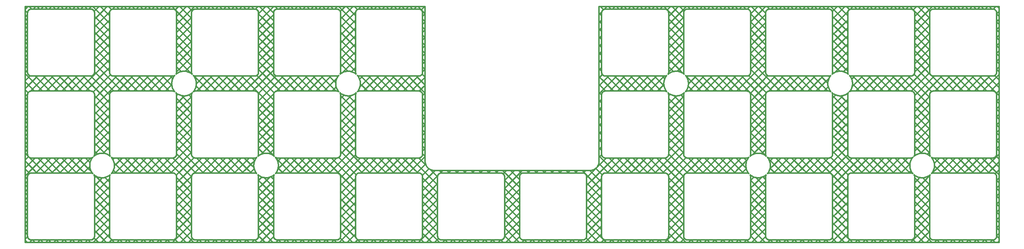
<source format=gtl>
G04 Layer: TopLayer*
G04 EasyEDA v6.4.25, 2022-01-20T16:10:27+08:00*
G04 6dc260cefc8449458edb0d880bd6ed8d,3b57db4a37c74da5bb1b5bc11455ab19,10*
G04 Gerber Generator version 0.2*
G04 Scale: 100 percent, Rotated: No, Reflected: No *
G04 Dimensions in millimeters *
G04 leading zeros omitted , absolute positions ,4 integer and 5 decimal *
%FSLAX45Y45*%
%MOMM*%

%ADD11C,0.3000*%

%LPD*%
D11*
X-11284239Y-3684239D02*
G01*
X-11284239Y1784238D01*
X-11284239Y1784238D02*
G01*
X-2015759Y1784238D01*
X-2015759Y1784238D02*
G01*
X-2015759Y-1799998D01*
X-2015759Y-1799998D02*
G01*
X-2015514Y-1807486D01*
X-2015514Y-1807486D02*
G01*
X-2014647Y-1820705D01*
X-2014647Y-1820705D02*
G01*
X-2012692Y-1835553D01*
X-2012692Y-1835553D02*
G01*
X-2010108Y-1848545D01*
X-2010108Y-1848545D02*
G01*
X-2006232Y-1863011D01*
X-2006232Y-1863011D02*
G01*
X-2001974Y-1875555D01*
X-2001974Y-1875555D02*
G01*
X-1996243Y-1889391D01*
X-1996243Y-1889391D02*
G01*
X-1990384Y-1901271D01*
X-1990384Y-1901271D02*
G01*
X-1982896Y-1914241D01*
X-1982896Y-1914241D02*
G01*
X-1975537Y-1925255D01*
X-1975537Y-1925255D02*
G01*
X-1966420Y-1937136D01*
X-1966420Y-1937136D02*
G01*
X-1957685Y-1947096D01*
X-1957685Y-1947096D02*
G01*
X-1947096Y-1957685D01*
X-1947096Y-1957685D02*
G01*
X-1937136Y-1966420D01*
X-1937136Y-1966420D02*
G01*
X-1925255Y-1975537D01*
X-1925255Y-1975537D02*
G01*
X-1914241Y-1982896D01*
X-1914241Y-1982896D02*
G01*
X-1901271Y-1990384D01*
X-1901271Y-1990384D02*
G01*
X-1889391Y-1996243D01*
X-1889391Y-1996243D02*
G01*
X-1875555Y-2001974D01*
X-1875555Y-2001974D02*
G01*
X-1863011Y-2006232D01*
X-1863011Y-2006232D02*
G01*
X-1848545Y-2010108D01*
X-1848545Y-2010108D02*
G01*
X-1835553Y-2012692D01*
X-1835553Y-2012692D02*
G01*
X-1820705Y-2014647D01*
X-1820705Y-2014647D02*
G01*
X-1807486Y-2015514D01*
X-1807486Y-2015514D02*
G01*
X-1799998Y-2015759D01*
X-1799998Y-2015759D02*
G01*
X1799998Y-2015759D01*
X1799998Y-2015759D02*
G01*
X1807486Y-2015514D01*
X1807486Y-2015514D02*
G01*
X1820705Y-2014647D01*
X1820705Y-2014647D02*
G01*
X1835553Y-2012692D01*
X1835553Y-2012692D02*
G01*
X1848545Y-2010108D01*
X1848545Y-2010108D02*
G01*
X1863011Y-2006232D01*
X1863011Y-2006232D02*
G01*
X1875555Y-2001974D01*
X1875555Y-2001974D02*
G01*
X1889391Y-1996243D01*
X1889391Y-1996243D02*
G01*
X1901271Y-1990384D01*
X1901271Y-1990384D02*
G01*
X1914241Y-1982896D01*
X1914241Y-1982896D02*
G01*
X1925255Y-1975537D01*
X1925255Y-1975537D02*
G01*
X1937136Y-1966420D01*
X1937136Y-1966420D02*
G01*
X1947096Y-1957685D01*
X1947096Y-1957685D02*
G01*
X1957685Y-1947096D01*
X1957685Y-1947096D02*
G01*
X1966420Y-1937136D01*
X1966420Y-1937136D02*
G01*
X1975537Y-1925255D01*
X1975537Y-1925255D02*
G01*
X1982896Y-1914241D01*
X1982896Y-1914241D02*
G01*
X1990384Y-1901271D01*
X1990384Y-1901271D02*
G01*
X1996243Y-1889391D01*
X1996243Y-1889391D02*
G01*
X2001974Y-1875555D01*
X2001974Y-1875555D02*
G01*
X2006232Y-1863011D01*
X2006232Y-1863011D02*
G01*
X2010108Y-1848545D01*
X2010108Y-1848545D02*
G01*
X2012692Y-1835553D01*
X2012692Y-1835553D02*
G01*
X2014647Y-1820705D01*
X2014647Y-1820705D02*
G01*
X2015514Y-1807486D01*
X2015514Y-1807486D02*
G01*
X2015759Y-1799998D01*
X2015759Y-1799998D02*
G01*
X2015759Y1784238D01*
X2015759Y1784238D02*
G01*
X11284239Y1784238D01*
X11284239Y1784238D02*
G01*
X11284239Y-3684239D01*
X11284239Y-3684239D02*
G01*
X-11284239Y-3684239D01*
X2101664Y-1702868D02*
G01*
X2106525Y-1707051D01*
X2106525Y-1707051D02*
G01*
X2111686Y-1710860D01*
X2111686Y-1710860D02*
G01*
X2117116Y-1714272D01*
X2117116Y-1714272D02*
G01*
X2122786Y-1717269D01*
X2122786Y-1717269D02*
G01*
X2128665Y-1719834D01*
X2128665Y-1719834D02*
G01*
X2134719Y-1721952D01*
X2134719Y-1721952D02*
G01*
X2140914Y-1723611D01*
X2140914Y-1723611D02*
G01*
X2147215Y-1724804D01*
X2147215Y-1724804D02*
G01*
X2153589Y-1725522D01*
X2153589Y-1725522D02*
G01*
X2159998Y-1725762D01*
X2159998Y-1725762D02*
G01*
X3540000Y-1725762D01*
X3540000Y-1725762D02*
G01*
X3546409Y-1725522D01*
X3546409Y-1725522D02*
G01*
X3552782Y-1724804D01*
X3552782Y-1724804D02*
G01*
X3559084Y-1723611D01*
X3559084Y-1723611D02*
G01*
X3565279Y-1721952D01*
X3565279Y-1721952D02*
G01*
X3571333Y-1719834D01*
X3571333Y-1719834D02*
G01*
X3577211Y-1717269D01*
X3577211Y-1717269D02*
G01*
X3582882Y-1714272D01*
X3582882Y-1714272D02*
G01*
X3588312Y-1710860D01*
X3588312Y-1710860D02*
G01*
X3593472Y-1707051D01*
X3593472Y-1707051D02*
G01*
X3598334Y-1702868D01*
X3598334Y-1702868D02*
G01*
X3602869Y-1698332D01*
X3602869Y-1698332D02*
G01*
X3607052Y-1693471D01*
X3607052Y-1693471D02*
G01*
X3610861Y-1688311D01*
X3610861Y-1688311D02*
G01*
X3614273Y-1682880D01*
X3614273Y-1682880D02*
G01*
X3617270Y-1677210D01*
X3617270Y-1677210D02*
G01*
X3619835Y-1671331D01*
X3619835Y-1671331D02*
G01*
X3621953Y-1665278D01*
X3621953Y-1665278D02*
G01*
X3623613Y-1659083D01*
X3623613Y-1659083D02*
G01*
X3624805Y-1652781D01*
X3624805Y-1652781D02*
G01*
X3625523Y-1646408D01*
X3625523Y-1646408D02*
G01*
X3625763Y-1639999D01*
X3625763Y-1639999D02*
G01*
X3625763Y-259996D01*
X3625763Y-259996D02*
G01*
X3625523Y-253587D01*
X3625523Y-253587D02*
G01*
X3624805Y-247214D01*
X3624805Y-247214D02*
G01*
X3623613Y-240912D01*
X3623613Y-240912D02*
G01*
X3621953Y-234717D01*
X3621953Y-234717D02*
G01*
X3619835Y-228664D01*
X3619835Y-228664D02*
G01*
X3617270Y-222785D01*
X3617270Y-222785D02*
G01*
X3614056Y-216770D01*
X3614056Y-216770D02*
G01*
X3617847Y-220183D01*
X3617847Y-220183D02*
G01*
X3636911Y-234653D01*
X3636911Y-234653D02*
G01*
X3657118Y-247477D01*
X3657118Y-247477D02*
G01*
X3678328Y-258565D01*
X3678328Y-258565D02*
G01*
X3700391Y-267840D01*
X3700391Y-267840D02*
G01*
X3723152Y-275235D01*
X3723152Y-275235D02*
G01*
X3746453Y-280700D01*
X3746453Y-280700D02*
G01*
X3770129Y-284197D01*
X3770129Y-284197D02*
G01*
X3794015Y-285699D01*
X3794015Y-285699D02*
G01*
X3817943Y-285198D01*
X3817943Y-285198D02*
G01*
X3841745Y-282697D01*
X3841745Y-282697D02*
G01*
X3865254Y-278212D01*
X3865254Y-278212D02*
G01*
X3888305Y-271776D01*
X3888305Y-271776D02*
G01*
X3910737Y-263434D01*
X3910737Y-263434D02*
G01*
X3932392Y-253243D01*
X3932392Y-253243D02*
G01*
X3953119Y-241277D01*
X3953119Y-241277D02*
G01*
X3972771Y-227618D01*
X3972771Y-227618D02*
G01*
X3986006Y-216670D01*
X3986006Y-216670D02*
G01*
X3982729Y-222785D01*
X3982729Y-222785D02*
G01*
X3980164Y-228664D01*
X3980164Y-228664D02*
G01*
X3978046Y-234717D01*
X3978046Y-234717D02*
G01*
X3976386Y-240912D01*
X3976386Y-240912D02*
G01*
X3975194Y-247214D01*
X3975194Y-247214D02*
G01*
X3974476Y-253587D01*
X3974476Y-253587D02*
G01*
X3974236Y-259996D01*
X3974236Y-259996D02*
G01*
X3974236Y-1639999D01*
X3974236Y-1639999D02*
G01*
X3974476Y-1646408D01*
X3974476Y-1646408D02*
G01*
X3975194Y-1652781D01*
X3975194Y-1652781D02*
G01*
X3976386Y-1659083D01*
X3976386Y-1659083D02*
G01*
X3978046Y-1665278D01*
X3978046Y-1665278D02*
G01*
X3980164Y-1671331D01*
X3980164Y-1671331D02*
G01*
X3982729Y-1677210D01*
X3982729Y-1677210D02*
G01*
X3985726Y-1682880D01*
X3985726Y-1682880D02*
G01*
X3989138Y-1688311D01*
X3989138Y-1688311D02*
G01*
X3992947Y-1693471D01*
X3992947Y-1693471D02*
G01*
X3997130Y-1698332D01*
X3997130Y-1698332D02*
G01*
X4001665Y-1702868D01*
X4001665Y-1702868D02*
G01*
X4006527Y-1707051D01*
X4006527Y-1707051D02*
G01*
X4011687Y-1710860D01*
X4011687Y-1710860D02*
G01*
X4017117Y-1714272D01*
X4017117Y-1714272D02*
G01*
X4022788Y-1717269D01*
X4022788Y-1717269D02*
G01*
X4028666Y-1719834D01*
X4028666Y-1719834D02*
G01*
X4034720Y-1721952D01*
X4034720Y-1721952D02*
G01*
X4040915Y-1723611D01*
X4040915Y-1723611D02*
G01*
X4047217Y-1724804D01*
X4047217Y-1724804D02*
G01*
X4053590Y-1725522D01*
X4053590Y-1725522D02*
G01*
X4059999Y-1725762D01*
X4059999Y-1725762D02*
G01*
X5440001Y-1725762D01*
X5440001Y-1725762D02*
G01*
X5446411Y-1725522D01*
X5446411Y-1725522D02*
G01*
X5452784Y-1724804D01*
X5452784Y-1724804D02*
G01*
X5459085Y-1723611D01*
X5459085Y-1723611D02*
G01*
X5465280Y-1721952D01*
X5465280Y-1721952D02*
G01*
X5471334Y-1719834D01*
X5471334Y-1719834D02*
G01*
X5477213Y-1717269D01*
X5477213Y-1717269D02*
G01*
X5482912Y-1714254D01*
X5482912Y-1714254D02*
G01*
X5468811Y-1732044D01*
X5468811Y-1732044D02*
G01*
X5455567Y-1751978D01*
X5455567Y-1751978D02*
G01*
X5444037Y-1772951D01*
X5444037Y-1772951D02*
G01*
X5434303Y-1794815D01*
X5434303Y-1794815D02*
G01*
X5426432Y-1817416D01*
X5426432Y-1817416D02*
G01*
X5420480Y-1840598D01*
X5420480Y-1840598D02*
G01*
X5416489Y-1864195D01*
X5416489Y-1864195D02*
G01*
X5414486Y-1888044D01*
X5414486Y-1888044D02*
G01*
X5414486Y-1911977D01*
X5414486Y-1911977D02*
G01*
X5416489Y-1935826D01*
X5416489Y-1935826D02*
G01*
X5420480Y-1959424D01*
X5420480Y-1959424D02*
G01*
X5426432Y-1982605D01*
X5426432Y-1982605D02*
G01*
X5434303Y-2005207D01*
X5434303Y-2005207D02*
G01*
X5444037Y-2027071D01*
X5444037Y-2027071D02*
G01*
X5455567Y-2048044D01*
X5455567Y-2048044D02*
G01*
X5468811Y-2067978D01*
X5468811Y-2067978D02*
G01*
X5482873Y-2085719D01*
X5482873Y-2085719D02*
G01*
X5477213Y-2082728D01*
X5477213Y-2082728D02*
G01*
X5471334Y-2080163D01*
X5471334Y-2080163D02*
G01*
X5465280Y-2078045D01*
X5465280Y-2078045D02*
G01*
X5459085Y-2076385D01*
X5459085Y-2076385D02*
G01*
X5452784Y-2075192D01*
X5452784Y-2075192D02*
G01*
X5446411Y-2074474D01*
X5446411Y-2074474D02*
G01*
X5440001Y-2074235D01*
X5440001Y-2074235D02*
G01*
X4059999Y-2074235D01*
X4059999Y-2074235D02*
G01*
X4053590Y-2074474D01*
X4053590Y-2074474D02*
G01*
X4047217Y-2075192D01*
X4047217Y-2075192D02*
G01*
X4040915Y-2076385D01*
X4040915Y-2076385D02*
G01*
X4034720Y-2078045D01*
X4034720Y-2078045D02*
G01*
X4028666Y-2080163D01*
X4028666Y-2080163D02*
G01*
X4022788Y-2082728D01*
X4022788Y-2082728D02*
G01*
X4017117Y-2085725D01*
X4017117Y-2085725D02*
G01*
X4011687Y-2089137D01*
X4011687Y-2089137D02*
G01*
X4006527Y-2092946D01*
X4006527Y-2092946D02*
G01*
X4001665Y-2097129D01*
X4001665Y-2097129D02*
G01*
X3997130Y-2101664D01*
X3997130Y-2101664D02*
G01*
X3992947Y-2106525D01*
X3992947Y-2106525D02*
G01*
X3989138Y-2111686D01*
X3989138Y-2111686D02*
G01*
X3985726Y-2117116D01*
X3985726Y-2117116D02*
G01*
X3982729Y-2122786D01*
X3982729Y-2122786D02*
G01*
X3980164Y-2128665D01*
X3980164Y-2128665D02*
G01*
X3978046Y-2134719D01*
X3978046Y-2134719D02*
G01*
X3976386Y-2140914D01*
X3976386Y-2140914D02*
G01*
X3975194Y-2147215D01*
X3975194Y-2147215D02*
G01*
X3974476Y-2153589D01*
X3974476Y-2153589D02*
G01*
X3974236Y-2159998D01*
X3974236Y-2159998D02*
G01*
X3974236Y-3540000D01*
X3974236Y-3540000D02*
G01*
X3974476Y-3546409D01*
X3974476Y-3546409D02*
G01*
X3975194Y-3552782D01*
X3975194Y-3552782D02*
G01*
X3976386Y-3559084D01*
X3976386Y-3559084D02*
G01*
X3978046Y-3565279D01*
X3978046Y-3565279D02*
G01*
X3980164Y-3571333D01*
X3980164Y-3571333D02*
G01*
X3982729Y-3577211D01*
X3982729Y-3577211D02*
G01*
X3985726Y-3582882D01*
X3985726Y-3582882D02*
G01*
X3989138Y-3588312D01*
X3989138Y-3588312D02*
G01*
X3992947Y-3593472D01*
X3992947Y-3593472D02*
G01*
X3997130Y-3598334D01*
X3997130Y-3598334D02*
G01*
X4001665Y-3602869D01*
X4001665Y-3602869D02*
G01*
X4006527Y-3607052D01*
X4006527Y-3607052D02*
G01*
X4011687Y-3610861D01*
X4011687Y-3610861D02*
G01*
X4017117Y-3614273D01*
X4017117Y-3614273D02*
G01*
X4022788Y-3617270D01*
X4022788Y-3617270D02*
G01*
X4028666Y-3619835D01*
X4028666Y-3619835D02*
G01*
X4034720Y-3621953D01*
X4034720Y-3621953D02*
G01*
X4040915Y-3623613D01*
X4040915Y-3623613D02*
G01*
X4047217Y-3624805D01*
X4047217Y-3624805D02*
G01*
X4053590Y-3625523D01*
X4053590Y-3625523D02*
G01*
X4059999Y-3625763D01*
X4059999Y-3625763D02*
G01*
X5440001Y-3625763D01*
X5440001Y-3625763D02*
G01*
X5446411Y-3625523D01*
X5446411Y-3625523D02*
G01*
X5452784Y-3624805D01*
X5452784Y-3624805D02*
G01*
X5459085Y-3623613D01*
X5459085Y-3623613D02*
G01*
X5465280Y-3621953D01*
X5465280Y-3621953D02*
G01*
X5471334Y-3619835D01*
X5471334Y-3619835D02*
G01*
X5477213Y-3617270D01*
X5477213Y-3617270D02*
G01*
X5482883Y-3614273D01*
X5482883Y-3614273D02*
G01*
X5488313Y-3610861D01*
X5488313Y-3610861D02*
G01*
X5493474Y-3607052D01*
X5493474Y-3607052D02*
G01*
X5498335Y-3602869D01*
X5498335Y-3602869D02*
G01*
X5502870Y-3598334D01*
X5502870Y-3598334D02*
G01*
X5507054Y-3593472D01*
X5507054Y-3593472D02*
G01*
X5510862Y-3588312D01*
X5510862Y-3588312D02*
G01*
X5514274Y-3582882D01*
X5514274Y-3582882D02*
G01*
X5517271Y-3577211D01*
X5517271Y-3577211D02*
G01*
X5519836Y-3571333D01*
X5519836Y-3571333D02*
G01*
X5521954Y-3565279D01*
X5521954Y-3565279D02*
G01*
X5523614Y-3559084D01*
X5523614Y-3559084D02*
G01*
X5524807Y-3552782D01*
X5524807Y-3552782D02*
G01*
X5525525Y-3546409D01*
X5525525Y-3546409D02*
G01*
X5525764Y-3540000D01*
X5525764Y-3540000D02*
G01*
X5525764Y-2159998D01*
X5525764Y-2159998D02*
G01*
X5525525Y-2153589D01*
X5525525Y-2153589D02*
G01*
X5524807Y-2147215D01*
X5524807Y-2147215D02*
G01*
X5523614Y-2140914D01*
X5523614Y-2140914D02*
G01*
X5521954Y-2134719D01*
X5521954Y-2134719D02*
G01*
X5519836Y-2128665D01*
X5519836Y-2128665D02*
G01*
X5517271Y-2122786D01*
X5517271Y-2122786D02*
G01*
X5514075Y-2116800D01*
X5514075Y-2116800D02*
G01*
X5517846Y-2120195D01*
X5517846Y-2120195D02*
G01*
X5536910Y-2134665D01*
X5536910Y-2134665D02*
G01*
X5557117Y-2147489D01*
X5557117Y-2147489D02*
G01*
X5578326Y-2158577D01*
X5578326Y-2158577D02*
G01*
X5600389Y-2167851D01*
X5600389Y-2167851D02*
G01*
X5623151Y-2175247D01*
X5623151Y-2175247D02*
G01*
X5646452Y-2180712D01*
X5646452Y-2180712D02*
G01*
X5670128Y-2184208D01*
X5670128Y-2184208D02*
G01*
X5694014Y-2185711D01*
X5694014Y-2185711D02*
G01*
X5717941Y-2185210D01*
X5717941Y-2185210D02*
G01*
X5741743Y-2182708D01*
X5741743Y-2182708D02*
G01*
X5765252Y-2178223D01*
X5765252Y-2178223D02*
G01*
X5788304Y-2171787D01*
X5788304Y-2171787D02*
G01*
X5810736Y-2163445D01*
X5810736Y-2163445D02*
G01*
X5832391Y-2153255D01*
X5832391Y-2153255D02*
G01*
X5853118Y-2141288D01*
X5853118Y-2141288D02*
G01*
X5872770Y-2127629D01*
X5872770Y-2127629D02*
G01*
X5885991Y-2116692D01*
X5885991Y-2116692D02*
G01*
X5882728Y-2122786D01*
X5882728Y-2122786D02*
G01*
X5880163Y-2128665D01*
X5880163Y-2128665D02*
G01*
X5878045Y-2134719D01*
X5878045Y-2134719D02*
G01*
X5876385Y-2140914D01*
X5876385Y-2140914D02*
G01*
X5875192Y-2147215D01*
X5875192Y-2147215D02*
G01*
X5874474Y-2153589D01*
X5874474Y-2153589D02*
G01*
X5874235Y-2159998D01*
X5874235Y-2159998D02*
G01*
X5874235Y-3540000D01*
X5874235Y-3540000D02*
G01*
X5874474Y-3546409D01*
X5874474Y-3546409D02*
G01*
X5875192Y-3552782D01*
X5875192Y-3552782D02*
G01*
X5876385Y-3559084D01*
X5876385Y-3559084D02*
G01*
X5878045Y-3565279D01*
X5878045Y-3565279D02*
G01*
X5880163Y-3571333D01*
X5880163Y-3571333D02*
G01*
X5882728Y-3577211D01*
X5882728Y-3577211D02*
G01*
X5885725Y-3582882D01*
X5885725Y-3582882D02*
G01*
X5889137Y-3588312D01*
X5889137Y-3588312D02*
G01*
X5892946Y-3593472D01*
X5892946Y-3593472D02*
G01*
X5897129Y-3598334D01*
X5897129Y-3598334D02*
G01*
X5901664Y-3602869D01*
X5901664Y-3602869D02*
G01*
X5906525Y-3607052D01*
X5906525Y-3607052D02*
G01*
X5911686Y-3610861D01*
X5911686Y-3610861D02*
G01*
X5917116Y-3614273D01*
X5917116Y-3614273D02*
G01*
X5922786Y-3617270D01*
X5922786Y-3617270D02*
G01*
X5928665Y-3619835D01*
X5928665Y-3619835D02*
G01*
X5934719Y-3621953D01*
X5934719Y-3621953D02*
G01*
X5940914Y-3623613D01*
X5940914Y-3623613D02*
G01*
X5947215Y-3624805D01*
X5947215Y-3624805D02*
G01*
X5953589Y-3625523D01*
X5953589Y-3625523D02*
G01*
X5959998Y-3625763D01*
X5959998Y-3625763D02*
G01*
X7340000Y-3625763D01*
X7340000Y-3625763D02*
G01*
X7346409Y-3625523D01*
X7346409Y-3625523D02*
G01*
X7352782Y-3624805D01*
X7352782Y-3624805D02*
G01*
X7359084Y-3623613D01*
X7359084Y-3623613D02*
G01*
X7365279Y-3621953D01*
X7365279Y-3621953D02*
G01*
X7371333Y-3619835D01*
X7371333Y-3619835D02*
G01*
X7377211Y-3617270D01*
X7377211Y-3617270D02*
G01*
X7382882Y-3614273D01*
X7382882Y-3614273D02*
G01*
X7388312Y-3610861D01*
X7388312Y-3610861D02*
G01*
X7393472Y-3607052D01*
X7393472Y-3607052D02*
G01*
X7398334Y-3602869D01*
X7398334Y-3602869D02*
G01*
X7402869Y-3598334D01*
X7402869Y-3598334D02*
G01*
X7407052Y-3593472D01*
X7407052Y-3593472D02*
G01*
X7410861Y-3588312D01*
X7410861Y-3588312D02*
G01*
X7414273Y-3582882D01*
X7414273Y-3582882D02*
G01*
X7417270Y-3577211D01*
X7417270Y-3577211D02*
G01*
X7419835Y-3571333D01*
X7419835Y-3571333D02*
G01*
X7421953Y-3565279D01*
X7421953Y-3565279D02*
G01*
X7423613Y-3559084D01*
X7423613Y-3559084D02*
G01*
X7424805Y-3552782D01*
X7424805Y-3552782D02*
G01*
X7425523Y-3546409D01*
X7425523Y-3546409D02*
G01*
X7425763Y-3540000D01*
X7425763Y-3540000D02*
G01*
X7425763Y-2159998D01*
X7425763Y-2159998D02*
G01*
X7425523Y-2153589D01*
X7425523Y-2153589D02*
G01*
X7424805Y-2147215D01*
X7424805Y-2147215D02*
G01*
X7423613Y-2140914D01*
X7423613Y-2140914D02*
G01*
X7421953Y-2134719D01*
X7421953Y-2134719D02*
G01*
X7419835Y-2128665D01*
X7419835Y-2128665D02*
G01*
X7417270Y-2122786D01*
X7417270Y-2122786D02*
G01*
X7414273Y-2117116D01*
X7414273Y-2117116D02*
G01*
X7410861Y-2111686D01*
X7410861Y-2111686D02*
G01*
X7407052Y-2106525D01*
X7407052Y-2106525D02*
G01*
X7402869Y-2101664D01*
X7402869Y-2101664D02*
G01*
X7398334Y-2097129D01*
X7398334Y-2097129D02*
G01*
X7393472Y-2092946D01*
X7393472Y-2092946D02*
G01*
X7388312Y-2089137D01*
X7388312Y-2089137D02*
G01*
X7382882Y-2085725D01*
X7382882Y-2085725D02*
G01*
X7377211Y-2082728D01*
X7377211Y-2082728D02*
G01*
X7371333Y-2080163D01*
X7371333Y-2080163D02*
G01*
X7365279Y-2078045D01*
X7365279Y-2078045D02*
G01*
X7359084Y-2076385D01*
X7359084Y-2076385D02*
G01*
X7352782Y-2075192D01*
X7352782Y-2075192D02*
G01*
X7346409Y-2074474D01*
X7346409Y-2074474D02*
G01*
X7340000Y-2074235D01*
X7340000Y-2074235D02*
G01*
X5959998Y-2074235D01*
X5959998Y-2074235D02*
G01*
X5953589Y-2074474D01*
X5953589Y-2074474D02*
G01*
X5947215Y-2075192D01*
X5947215Y-2075192D02*
G01*
X5940914Y-2076385D01*
X5940914Y-2076385D02*
G01*
X5934719Y-2078045D01*
X5934719Y-2078045D02*
G01*
X5928665Y-2080163D01*
X5928665Y-2080163D02*
G01*
X5922786Y-2082728D01*
X5922786Y-2082728D02*
G01*
X5916555Y-2086077D01*
X5916555Y-2086077D02*
G01*
X5923949Y-2077512D01*
X5923949Y-2077512D02*
G01*
X5938016Y-2058150D01*
X5938016Y-2058150D02*
G01*
X5950414Y-2037678D01*
X5950414Y-2037678D02*
G01*
X5961055Y-2016241D01*
X5961055Y-2016241D02*
G01*
X5969866Y-1993989D01*
X5969866Y-1993989D02*
G01*
X5976783Y-1971077D01*
X5976783Y-1971077D02*
G01*
X5981759Y-1947667D01*
X5981759Y-1947667D02*
G01*
X5984759Y-1923923D01*
X5984759Y-1923923D02*
G01*
X5985761Y-1900011D01*
X5985761Y-1900011D02*
G01*
X5984759Y-1876099D01*
X5984759Y-1876099D02*
G01*
X5981759Y-1852355D01*
X5981759Y-1852355D02*
G01*
X5976783Y-1828945D01*
X5976783Y-1828945D02*
G01*
X5969866Y-1806033D01*
X5969866Y-1806033D02*
G01*
X5961055Y-1783781D01*
X5961055Y-1783781D02*
G01*
X5950414Y-1762344D01*
X5950414Y-1762344D02*
G01*
X5938016Y-1741872D01*
X5938016Y-1741872D02*
G01*
X5923949Y-1722510D01*
X5923949Y-1722510D02*
G01*
X5916507Y-1713889D01*
X5916507Y-1713889D02*
G01*
X5922786Y-1717269D01*
X5922786Y-1717269D02*
G01*
X5928665Y-1719834D01*
X5928665Y-1719834D02*
G01*
X5934719Y-1721952D01*
X5934719Y-1721952D02*
G01*
X5940914Y-1723611D01*
X5940914Y-1723611D02*
G01*
X5947215Y-1724804D01*
X5947215Y-1724804D02*
G01*
X5953589Y-1725522D01*
X5953589Y-1725522D02*
G01*
X5959998Y-1725762D01*
X5959998Y-1725762D02*
G01*
X7340000Y-1725762D01*
X7340000Y-1725762D02*
G01*
X7346409Y-1725522D01*
X7346409Y-1725522D02*
G01*
X7352782Y-1724804D01*
X7352782Y-1724804D02*
G01*
X7359084Y-1723611D01*
X7359084Y-1723611D02*
G01*
X7365279Y-1721952D01*
X7365279Y-1721952D02*
G01*
X7371333Y-1719834D01*
X7371333Y-1719834D02*
G01*
X7377211Y-1717269D01*
X7377211Y-1717269D02*
G01*
X7382882Y-1714272D01*
X7382882Y-1714272D02*
G01*
X7388312Y-1710860D01*
X7388312Y-1710860D02*
G01*
X7393472Y-1707051D01*
X7393472Y-1707051D02*
G01*
X7398334Y-1702868D01*
X7398334Y-1702868D02*
G01*
X7402869Y-1698332D01*
X7402869Y-1698332D02*
G01*
X7407052Y-1693471D01*
X7407052Y-1693471D02*
G01*
X7410861Y-1688311D01*
X7410861Y-1688311D02*
G01*
X7414273Y-1682880D01*
X7414273Y-1682880D02*
G01*
X7417270Y-1677210D01*
X7417270Y-1677210D02*
G01*
X7419835Y-1671331D01*
X7419835Y-1671331D02*
G01*
X7421953Y-1665278D01*
X7421953Y-1665278D02*
G01*
X7423613Y-1659083D01*
X7423613Y-1659083D02*
G01*
X7424805Y-1652781D01*
X7424805Y-1652781D02*
G01*
X7425523Y-1646408D01*
X7425523Y-1646408D02*
G01*
X7425763Y-1639999D01*
X7425763Y-1639999D02*
G01*
X7425763Y-259996D01*
X7425763Y-259996D02*
G01*
X7425523Y-253587D01*
X7425523Y-253587D02*
G01*
X7424805Y-247214D01*
X7424805Y-247214D02*
G01*
X7423613Y-240912D01*
X7423613Y-240912D02*
G01*
X7421953Y-234717D01*
X7421953Y-234717D02*
G01*
X7419835Y-228664D01*
X7419835Y-228664D02*
G01*
X7417270Y-222785D01*
X7417270Y-222785D02*
G01*
X7414051Y-216762D01*
X7414051Y-216762D02*
G01*
X7417840Y-220173D01*
X7417840Y-220173D02*
G01*
X7436903Y-234643D01*
X7436903Y-234643D02*
G01*
X7457111Y-247467D01*
X7457111Y-247467D02*
G01*
X7478320Y-258555D01*
X7478320Y-258555D02*
G01*
X7500383Y-267830D01*
X7500383Y-267830D02*
G01*
X7523145Y-275225D01*
X7523145Y-275225D02*
G01*
X7546445Y-280690D01*
X7546445Y-280690D02*
G01*
X7570122Y-284187D01*
X7570122Y-284187D02*
G01*
X7594007Y-285689D01*
X7594007Y-285689D02*
G01*
X7617935Y-285188D01*
X7617935Y-285188D02*
G01*
X7641737Y-282687D01*
X7641737Y-282687D02*
G01*
X7665246Y-278202D01*
X7665246Y-278202D02*
G01*
X7688298Y-271766D01*
X7688298Y-271766D02*
G01*
X7710729Y-263423D01*
X7710729Y-263423D02*
G01*
X7732385Y-253233D01*
X7732385Y-253233D02*
G01*
X7753111Y-241267D01*
X7753111Y-241267D02*
G01*
X7772764Y-227608D01*
X7772764Y-227608D02*
G01*
X7786027Y-216635D01*
X7786027Y-216635D02*
G01*
X7782729Y-222785D01*
X7782729Y-222785D02*
G01*
X7780164Y-228664D01*
X7780164Y-228664D02*
G01*
X7778046Y-234717D01*
X7778046Y-234717D02*
G01*
X7776386Y-240912D01*
X7776386Y-240912D02*
G01*
X7775194Y-247214D01*
X7775194Y-247214D02*
G01*
X7774476Y-253587D01*
X7774476Y-253587D02*
G01*
X7774236Y-259996D01*
X7774236Y-259996D02*
G01*
X7774236Y-1639999D01*
X7774236Y-1639999D02*
G01*
X7774476Y-1646408D01*
X7774476Y-1646408D02*
G01*
X7775194Y-1652781D01*
X7775194Y-1652781D02*
G01*
X7776386Y-1659083D01*
X7776386Y-1659083D02*
G01*
X7778046Y-1665278D01*
X7778046Y-1665278D02*
G01*
X7780164Y-1671331D01*
X7780164Y-1671331D02*
G01*
X7782729Y-1677210D01*
X7782729Y-1677210D02*
G01*
X7785726Y-1682880D01*
X7785726Y-1682880D02*
G01*
X7789138Y-1688311D01*
X7789138Y-1688311D02*
G01*
X7792947Y-1693471D01*
X7792947Y-1693471D02*
G01*
X7797130Y-1698332D01*
X7797130Y-1698332D02*
G01*
X7801665Y-1702868D01*
X7801665Y-1702868D02*
G01*
X7806527Y-1707051D01*
X7806527Y-1707051D02*
G01*
X7811687Y-1710860D01*
X7811687Y-1710860D02*
G01*
X7817117Y-1714272D01*
X7817117Y-1714272D02*
G01*
X7822788Y-1717269D01*
X7822788Y-1717269D02*
G01*
X7828666Y-1719834D01*
X7828666Y-1719834D02*
G01*
X7834720Y-1721952D01*
X7834720Y-1721952D02*
G01*
X7840915Y-1723611D01*
X7840915Y-1723611D02*
G01*
X7847217Y-1724804D01*
X7847217Y-1724804D02*
G01*
X7853590Y-1725522D01*
X7853590Y-1725522D02*
G01*
X7859999Y-1725762D01*
X7859999Y-1725762D02*
G01*
X9240001Y-1725762D01*
X9240001Y-1725762D02*
G01*
X9246411Y-1725522D01*
X9246411Y-1725522D02*
G01*
X9252784Y-1724804D01*
X9252784Y-1724804D02*
G01*
X9259085Y-1723611D01*
X9259085Y-1723611D02*
G01*
X9265280Y-1721952D01*
X9265280Y-1721952D02*
G01*
X9271334Y-1719834D01*
X9271334Y-1719834D02*
G01*
X9277213Y-1717269D01*
X9277213Y-1717269D02*
G01*
X9282892Y-1714266D01*
X9282892Y-1714266D02*
G01*
X9268811Y-1732031D01*
X9268811Y-1732031D02*
G01*
X9255567Y-1751966D01*
X9255567Y-1751966D02*
G01*
X9244037Y-1772938D01*
X9244037Y-1772938D02*
G01*
X9234303Y-1794802D01*
X9234303Y-1794802D02*
G01*
X9226432Y-1817404D01*
X9226432Y-1817404D02*
G01*
X9220480Y-1840585D01*
X9220480Y-1840585D02*
G01*
X9216489Y-1864183D01*
X9216489Y-1864183D02*
G01*
X9214486Y-1888032D01*
X9214486Y-1888032D02*
G01*
X9214486Y-1911965D01*
X9214486Y-1911965D02*
G01*
X9216489Y-1935814D01*
X9216489Y-1935814D02*
G01*
X9220480Y-1959412D01*
X9220480Y-1959412D02*
G01*
X9226432Y-1982593D01*
X9226432Y-1982593D02*
G01*
X9234303Y-2005195D01*
X9234303Y-2005195D02*
G01*
X9244037Y-2027058D01*
X9244037Y-2027058D02*
G01*
X9255567Y-2048031D01*
X9255567Y-2048031D02*
G01*
X9268811Y-2067965D01*
X9268811Y-2067965D02*
G01*
X9282883Y-2085725D01*
X9282883Y-2085725D02*
G01*
X9277213Y-2082728D01*
X9277213Y-2082728D02*
G01*
X9271334Y-2080163D01*
X9271334Y-2080163D02*
G01*
X9265280Y-2078045D01*
X9265280Y-2078045D02*
G01*
X9259085Y-2076385D01*
X9259085Y-2076385D02*
G01*
X9252784Y-2075192D01*
X9252784Y-2075192D02*
G01*
X9246411Y-2074474D01*
X9246411Y-2074474D02*
G01*
X9240001Y-2074235D01*
X9240001Y-2074235D02*
G01*
X7859999Y-2074235D01*
X7859999Y-2074235D02*
G01*
X7853590Y-2074474D01*
X7853590Y-2074474D02*
G01*
X7847217Y-2075192D01*
X7847217Y-2075192D02*
G01*
X7840915Y-2076385D01*
X7840915Y-2076385D02*
G01*
X7834720Y-2078045D01*
X7834720Y-2078045D02*
G01*
X7828666Y-2080163D01*
X7828666Y-2080163D02*
G01*
X7822788Y-2082728D01*
X7822788Y-2082728D02*
G01*
X7817117Y-2085725D01*
X7817117Y-2085725D02*
G01*
X7811687Y-2089137D01*
X7811687Y-2089137D02*
G01*
X7806527Y-2092946D01*
X7806527Y-2092946D02*
G01*
X7801665Y-2097129D01*
X7801665Y-2097129D02*
G01*
X7797130Y-2101664D01*
X7797130Y-2101664D02*
G01*
X7792947Y-2106525D01*
X7792947Y-2106525D02*
G01*
X7789138Y-2111686D01*
X7789138Y-2111686D02*
G01*
X7785726Y-2117116D01*
X7785726Y-2117116D02*
G01*
X7782729Y-2122786D01*
X7782729Y-2122786D02*
G01*
X7780164Y-2128665D01*
X7780164Y-2128665D02*
G01*
X7778046Y-2134719D01*
X7778046Y-2134719D02*
G01*
X7776386Y-2140914D01*
X7776386Y-2140914D02*
G01*
X7775194Y-2147215D01*
X7775194Y-2147215D02*
G01*
X7774476Y-2153589D01*
X7774476Y-2153589D02*
G01*
X7774236Y-2159998D01*
X7774236Y-2159998D02*
G01*
X7774236Y-3540000D01*
X7774236Y-3540000D02*
G01*
X7774476Y-3546409D01*
X7774476Y-3546409D02*
G01*
X7775194Y-3552782D01*
X7775194Y-3552782D02*
G01*
X7776386Y-3559084D01*
X7776386Y-3559084D02*
G01*
X7778046Y-3565279D01*
X7778046Y-3565279D02*
G01*
X7780164Y-3571333D01*
X7780164Y-3571333D02*
G01*
X7782729Y-3577211D01*
X7782729Y-3577211D02*
G01*
X7785726Y-3582882D01*
X7785726Y-3582882D02*
G01*
X7789138Y-3588312D01*
X7789138Y-3588312D02*
G01*
X7792947Y-3593472D01*
X7792947Y-3593472D02*
G01*
X7797130Y-3598334D01*
X7797130Y-3598334D02*
G01*
X7801665Y-3602869D01*
X7801665Y-3602869D02*
G01*
X7806527Y-3607052D01*
X7806527Y-3607052D02*
G01*
X7811687Y-3610861D01*
X7811687Y-3610861D02*
G01*
X7817117Y-3614273D01*
X7817117Y-3614273D02*
G01*
X7822788Y-3617270D01*
X7822788Y-3617270D02*
G01*
X7828666Y-3619835D01*
X7828666Y-3619835D02*
G01*
X7834720Y-3621953D01*
X7834720Y-3621953D02*
G01*
X7840915Y-3623613D01*
X7840915Y-3623613D02*
G01*
X7847217Y-3624805D01*
X7847217Y-3624805D02*
G01*
X7853590Y-3625523D01*
X7853590Y-3625523D02*
G01*
X7859999Y-3625763D01*
X7859999Y-3625763D02*
G01*
X9240001Y-3625763D01*
X9240001Y-3625763D02*
G01*
X9246411Y-3625523D01*
X9246411Y-3625523D02*
G01*
X9252784Y-3624805D01*
X9252784Y-3624805D02*
G01*
X9259085Y-3623613D01*
X9259085Y-3623613D02*
G01*
X9265280Y-3621953D01*
X9265280Y-3621953D02*
G01*
X9271334Y-3619835D01*
X9271334Y-3619835D02*
G01*
X9277213Y-3617270D01*
X9277213Y-3617270D02*
G01*
X9282883Y-3614273D01*
X9282883Y-3614273D02*
G01*
X9288313Y-3610861D01*
X9288313Y-3610861D02*
G01*
X9293474Y-3607052D01*
X9293474Y-3607052D02*
G01*
X9298335Y-3602869D01*
X9298335Y-3602869D02*
G01*
X9302870Y-3598334D01*
X9302870Y-3598334D02*
G01*
X9307054Y-3593472D01*
X9307054Y-3593472D02*
G01*
X9310862Y-3588312D01*
X9310862Y-3588312D02*
G01*
X9314274Y-3582882D01*
X9314274Y-3582882D02*
G01*
X9317271Y-3577211D01*
X9317271Y-3577211D02*
G01*
X9319836Y-3571333D01*
X9319836Y-3571333D02*
G01*
X9321954Y-3565279D01*
X9321954Y-3565279D02*
G01*
X9323614Y-3559084D01*
X9323614Y-3559084D02*
G01*
X9324807Y-3552782D01*
X9324807Y-3552782D02*
G01*
X9325525Y-3546409D01*
X9325525Y-3546409D02*
G01*
X9325764Y-3540000D01*
X9325764Y-3540000D02*
G01*
X9325764Y-2159998D01*
X9325764Y-2159998D02*
G01*
X9325525Y-2153589D01*
X9325525Y-2153589D02*
G01*
X9324807Y-2147215D01*
X9324807Y-2147215D02*
G01*
X9323614Y-2140914D01*
X9323614Y-2140914D02*
G01*
X9321954Y-2134719D01*
X9321954Y-2134719D02*
G01*
X9319836Y-2128665D01*
X9319836Y-2128665D02*
G01*
X9317271Y-2122786D01*
X9317271Y-2122786D02*
G01*
X9314057Y-2116770D01*
X9314057Y-2116770D02*
G01*
X9317846Y-2120182D01*
X9317846Y-2120182D02*
G01*
X9336910Y-2134652D01*
X9336910Y-2134652D02*
G01*
X9357117Y-2147476D01*
X9357117Y-2147476D02*
G01*
X9378326Y-2158564D01*
X9378326Y-2158564D02*
G01*
X9400389Y-2167838D01*
X9400389Y-2167838D02*
G01*
X9423151Y-2175234D01*
X9423151Y-2175234D02*
G01*
X9446452Y-2180699D01*
X9446452Y-2180699D02*
G01*
X9470128Y-2184196D01*
X9470128Y-2184196D02*
G01*
X9494014Y-2185698D01*
X9494014Y-2185698D02*
G01*
X9517941Y-2185197D01*
X9517941Y-2185197D02*
G01*
X9541743Y-2182695D01*
X9541743Y-2182695D02*
G01*
X9565252Y-2178211D01*
X9565252Y-2178211D02*
G01*
X9588304Y-2171775D01*
X9588304Y-2171775D02*
G01*
X9610736Y-2163432D01*
X9610736Y-2163432D02*
G01*
X9632391Y-2153242D01*
X9632391Y-2153242D02*
G01*
X9653118Y-2141276D01*
X9653118Y-2141276D02*
G01*
X9672770Y-2127617D01*
X9672770Y-2127617D02*
G01*
X9686008Y-2116666D01*
X9686008Y-2116666D02*
G01*
X9682728Y-2122786D01*
X9682728Y-2122786D02*
G01*
X9680163Y-2128665D01*
X9680163Y-2128665D02*
G01*
X9678045Y-2134719D01*
X9678045Y-2134719D02*
G01*
X9676385Y-2140914D01*
X9676385Y-2140914D02*
G01*
X9675192Y-2147215D01*
X9675192Y-2147215D02*
G01*
X9674474Y-2153589D01*
X9674474Y-2153589D02*
G01*
X9674235Y-2159998D01*
X9674235Y-2159998D02*
G01*
X9674235Y-3540000D01*
X9674235Y-3540000D02*
G01*
X9674474Y-3546409D01*
X9674474Y-3546409D02*
G01*
X9675192Y-3552782D01*
X9675192Y-3552782D02*
G01*
X9676385Y-3559084D01*
X9676385Y-3559084D02*
G01*
X9678045Y-3565279D01*
X9678045Y-3565279D02*
G01*
X9680163Y-3571333D01*
X9680163Y-3571333D02*
G01*
X9682728Y-3577211D01*
X9682728Y-3577211D02*
G01*
X9685725Y-3582882D01*
X9685725Y-3582882D02*
G01*
X9689137Y-3588312D01*
X9689137Y-3588312D02*
G01*
X9692946Y-3593472D01*
X9692946Y-3593472D02*
G01*
X9697129Y-3598334D01*
X9697129Y-3598334D02*
G01*
X9701664Y-3602869D01*
X9701664Y-3602869D02*
G01*
X9706525Y-3607052D01*
X9706525Y-3607052D02*
G01*
X9711686Y-3610861D01*
X9711686Y-3610861D02*
G01*
X9717116Y-3614273D01*
X9717116Y-3614273D02*
G01*
X9722787Y-3617270D01*
X9722787Y-3617270D02*
G01*
X9728665Y-3619835D01*
X9728665Y-3619835D02*
G01*
X9734719Y-3621953D01*
X9734719Y-3621953D02*
G01*
X9740914Y-3623613D01*
X9740914Y-3623613D02*
G01*
X9747215Y-3624805D01*
X9747215Y-3624805D02*
G01*
X9753589Y-3625523D01*
X9753589Y-3625523D02*
G01*
X9759998Y-3625763D01*
X9759998Y-3625763D02*
G01*
X11140000Y-3625763D01*
X11140000Y-3625763D02*
G01*
X11146409Y-3625523D01*
X11146409Y-3625523D02*
G01*
X11152782Y-3624805D01*
X11152782Y-3624805D02*
G01*
X11159084Y-3623613D01*
X11159084Y-3623613D02*
G01*
X11165279Y-3621953D01*
X11165279Y-3621953D02*
G01*
X11171333Y-3619835D01*
X11171333Y-3619835D02*
G01*
X11177211Y-3617270D01*
X11177211Y-3617270D02*
G01*
X11182882Y-3614273D01*
X11182882Y-3614273D02*
G01*
X11188312Y-3610861D01*
X11188312Y-3610861D02*
G01*
X11193472Y-3607052D01*
X11193472Y-3607052D02*
G01*
X11198334Y-3602869D01*
X11198334Y-3602869D02*
G01*
X11202869Y-3598334D01*
X11202869Y-3598334D02*
G01*
X11207052Y-3593472D01*
X11207052Y-3593472D02*
G01*
X11210861Y-3588312D01*
X11210861Y-3588312D02*
G01*
X11214273Y-3582882D01*
X11214273Y-3582882D02*
G01*
X11217270Y-3577211D01*
X11217270Y-3577211D02*
G01*
X11219835Y-3571333D01*
X11219835Y-3571333D02*
G01*
X11221953Y-3565279D01*
X11221953Y-3565279D02*
G01*
X11223613Y-3559084D01*
X11223613Y-3559084D02*
G01*
X11224805Y-3552782D01*
X11224805Y-3552782D02*
G01*
X11225523Y-3546409D01*
X11225523Y-3546409D02*
G01*
X11225763Y-3540000D01*
X11225763Y-3540000D02*
G01*
X11225763Y-2159998D01*
X11225763Y-2159998D02*
G01*
X11225523Y-2153589D01*
X11225523Y-2153589D02*
G01*
X11224805Y-2147215D01*
X11224805Y-2147215D02*
G01*
X11223613Y-2140914D01*
X11223613Y-2140914D02*
G01*
X11221953Y-2134719D01*
X11221953Y-2134719D02*
G01*
X11219835Y-2128665D01*
X11219835Y-2128665D02*
G01*
X11217270Y-2122786D01*
X11217270Y-2122786D02*
G01*
X11214273Y-2117116D01*
X11214273Y-2117116D02*
G01*
X11210861Y-2111686D01*
X11210861Y-2111686D02*
G01*
X11207052Y-2106525D01*
X11207052Y-2106525D02*
G01*
X11202869Y-2101664D01*
X11202869Y-2101664D02*
G01*
X11198334Y-2097129D01*
X11198334Y-2097129D02*
G01*
X11193472Y-2092946D01*
X11193472Y-2092946D02*
G01*
X11188312Y-2089137D01*
X11188312Y-2089137D02*
G01*
X11182882Y-2085725D01*
X11182882Y-2085725D02*
G01*
X11177211Y-2082728D01*
X11177211Y-2082728D02*
G01*
X11171333Y-2080163D01*
X11171333Y-2080163D02*
G01*
X11165279Y-2078045D01*
X11165279Y-2078045D02*
G01*
X11159084Y-2076385D01*
X11159084Y-2076385D02*
G01*
X11152782Y-2075192D01*
X11152782Y-2075192D02*
G01*
X11146409Y-2074474D01*
X11146409Y-2074474D02*
G01*
X11140000Y-2074235D01*
X11140000Y-2074235D02*
G01*
X9759998Y-2074235D01*
X9759998Y-2074235D02*
G01*
X9753589Y-2074474D01*
X9753589Y-2074474D02*
G01*
X9747215Y-2075192D01*
X9747215Y-2075192D02*
G01*
X9740914Y-2076385D01*
X9740914Y-2076385D02*
G01*
X9734719Y-2078045D01*
X9734719Y-2078045D02*
G01*
X9728665Y-2080163D01*
X9728665Y-2080163D02*
G01*
X9722787Y-2082728D01*
X9722787Y-2082728D02*
G01*
X9716531Y-2086092D01*
X9716531Y-2086092D02*
G01*
X9723949Y-2077499D01*
X9723949Y-2077499D02*
G01*
X9738016Y-2058137D01*
X9738016Y-2058137D02*
G01*
X9750414Y-2037665D01*
X9750414Y-2037665D02*
G01*
X9761055Y-2016228D01*
X9761055Y-2016228D02*
G01*
X9769866Y-1993976D01*
X9769866Y-1993976D02*
G01*
X9776783Y-1971065D01*
X9776783Y-1971065D02*
G01*
X9781759Y-1947654D01*
X9781759Y-1947654D02*
G01*
X9784759Y-1923910D01*
X9784759Y-1923910D02*
G01*
X9785761Y-1899998D01*
X9785761Y-1899998D02*
G01*
X9784759Y-1876086D01*
X9784759Y-1876086D02*
G01*
X9781759Y-1852342D01*
X9781759Y-1852342D02*
G01*
X9776783Y-1828932D01*
X9776783Y-1828932D02*
G01*
X9769866Y-1806021D01*
X9769866Y-1806021D02*
G01*
X9761055Y-1783768D01*
X9761055Y-1783768D02*
G01*
X9750414Y-1762331D01*
X9750414Y-1762331D02*
G01*
X9738016Y-1741860D01*
X9738016Y-1741860D02*
G01*
X9723949Y-1722497D01*
X9723949Y-1722497D02*
G01*
X9716531Y-1713904D01*
X9716531Y-1713904D02*
G01*
X9722787Y-1717269D01*
X9722787Y-1717269D02*
G01*
X9728665Y-1719834D01*
X9728665Y-1719834D02*
G01*
X9734719Y-1721952D01*
X9734719Y-1721952D02*
G01*
X9740914Y-1723611D01*
X9740914Y-1723611D02*
G01*
X9747215Y-1724804D01*
X9747215Y-1724804D02*
G01*
X9753589Y-1725522D01*
X9753589Y-1725522D02*
G01*
X9759998Y-1725762D01*
X9759998Y-1725762D02*
G01*
X11140000Y-1725762D01*
X11140000Y-1725762D02*
G01*
X11146409Y-1725522D01*
X11146409Y-1725522D02*
G01*
X11152782Y-1724804D01*
X11152782Y-1724804D02*
G01*
X11159084Y-1723611D01*
X11159084Y-1723611D02*
G01*
X11165279Y-1721952D01*
X11165279Y-1721952D02*
G01*
X11171333Y-1719834D01*
X11171333Y-1719834D02*
G01*
X11177211Y-1717269D01*
X11177211Y-1717269D02*
G01*
X11182882Y-1714272D01*
X11182882Y-1714272D02*
G01*
X11188312Y-1710860D01*
X11188312Y-1710860D02*
G01*
X11193472Y-1707051D01*
X11193472Y-1707051D02*
G01*
X11198334Y-1702868D01*
X11198334Y-1702868D02*
G01*
X11202869Y-1698332D01*
X11202869Y-1698332D02*
G01*
X11207052Y-1693471D01*
X11207052Y-1693471D02*
G01*
X11210861Y-1688311D01*
X11210861Y-1688311D02*
G01*
X11214273Y-1682880D01*
X11214273Y-1682880D02*
G01*
X11217270Y-1677210D01*
X11217270Y-1677210D02*
G01*
X11219835Y-1671331D01*
X11219835Y-1671331D02*
G01*
X11221953Y-1665278D01*
X11221953Y-1665278D02*
G01*
X11223613Y-1659083D01*
X11223613Y-1659083D02*
G01*
X11224805Y-1652781D01*
X11224805Y-1652781D02*
G01*
X11225523Y-1646408D01*
X11225523Y-1646408D02*
G01*
X11225763Y-1639999D01*
X11225763Y-1639999D02*
G01*
X11225763Y-259996D01*
X11225763Y-259996D02*
G01*
X11225523Y-253587D01*
X11225523Y-253587D02*
G01*
X11224805Y-247214D01*
X11224805Y-247214D02*
G01*
X11223613Y-240912D01*
X11223613Y-240912D02*
G01*
X11221953Y-234717D01*
X11221953Y-234717D02*
G01*
X11219835Y-228664D01*
X11219835Y-228664D02*
G01*
X11217270Y-222785D01*
X11217270Y-222785D02*
G01*
X11214273Y-217115D01*
X11214273Y-217115D02*
G01*
X11210861Y-211684D01*
X11210861Y-211684D02*
G01*
X11207052Y-206524D01*
X11207052Y-206524D02*
G01*
X11202869Y-201663D01*
X11202869Y-201663D02*
G01*
X11198334Y-197128D01*
X11198334Y-197128D02*
G01*
X11193472Y-192944D01*
X11193472Y-192944D02*
G01*
X11188312Y-189136D01*
X11188312Y-189136D02*
G01*
X11182882Y-185724D01*
X11182882Y-185724D02*
G01*
X11177211Y-182727D01*
X11177211Y-182727D02*
G01*
X11171333Y-180162D01*
X11171333Y-180162D02*
G01*
X11165279Y-178044D01*
X11165279Y-178044D02*
G01*
X11159084Y-176384D01*
X11159084Y-176384D02*
G01*
X11152782Y-175191D01*
X11152782Y-175191D02*
G01*
X11146409Y-174473D01*
X11146409Y-174473D02*
G01*
X11140000Y-174233D01*
X11140000Y-174233D02*
G01*
X9759998Y-174233D01*
X9759998Y-174233D02*
G01*
X9753589Y-174473D01*
X9753589Y-174473D02*
G01*
X9747215Y-175191D01*
X9747215Y-175191D02*
G01*
X9740914Y-176384D01*
X9740914Y-176384D02*
G01*
X9734719Y-178044D01*
X9734719Y-178044D02*
G01*
X9728665Y-180162D01*
X9728665Y-180162D02*
G01*
X9722787Y-182727D01*
X9722787Y-182727D02*
G01*
X9717116Y-185724D01*
X9717116Y-185724D02*
G01*
X9711686Y-189136D01*
X9711686Y-189136D02*
G01*
X9706525Y-192944D01*
X9706525Y-192944D02*
G01*
X9701664Y-197128D01*
X9701664Y-197128D02*
G01*
X9697129Y-201663D01*
X9697129Y-201663D02*
G01*
X9692946Y-206524D01*
X9692946Y-206524D02*
G01*
X9689137Y-211684D01*
X9689137Y-211684D02*
G01*
X9685725Y-217115D01*
X9685725Y-217115D02*
G01*
X9682728Y-222785D01*
X9682728Y-222785D02*
G01*
X9680163Y-228664D01*
X9680163Y-228664D02*
G01*
X9678045Y-234717D01*
X9678045Y-234717D02*
G01*
X9676385Y-240912D01*
X9676385Y-240912D02*
G01*
X9675192Y-247214D01*
X9675192Y-247214D02*
G01*
X9674474Y-253587D01*
X9674474Y-253587D02*
G01*
X9674235Y-259996D01*
X9674235Y-259996D02*
G01*
X9674235Y-1639999D01*
X9674235Y-1639999D02*
G01*
X9674474Y-1646408D01*
X9674474Y-1646408D02*
G01*
X9675192Y-1652781D01*
X9675192Y-1652781D02*
G01*
X9676385Y-1659083D01*
X9676385Y-1659083D02*
G01*
X9678045Y-1665278D01*
X9678045Y-1665278D02*
G01*
X9680163Y-1671331D01*
X9680163Y-1671331D02*
G01*
X9682728Y-1677210D01*
X9682728Y-1677210D02*
G01*
X9686008Y-1683331D01*
X9686008Y-1683331D02*
G01*
X9672770Y-1672380D01*
X9672770Y-1672380D02*
G01*
X9653118Y-1658721D01*
X9653118Y-1658721D02*
G01*
X9632391Y-1646754D01*
X9632391Y-1646754D02*
G01*
X9610736Y-1636564D01*
X9610736Y-1636564D02*
G01*
X9588304Y-1628222D01*
X9588304Y-1628222D02*
G01*
X9565252Y-1621786D01*
X9565252Y-1621786D02*
G01*
X9541743Y-1617301D01*
X9541743Y-1617301D02*
G01*
X9517941Y-1614799D01*
X9517941Y-1614799D02*
G01*
X9494014Y-1614298D01*
X9494014Y-1614298D02*
G01*
X9470128Y-1615801D01*
X9470128Y-1615801D02*
G01*
X9446452Y-1619297D01*
X9446452Y-1619297D02*
G01*
X9423151Y-1624762D01*
X9423151Y-1624762D02*
G01*
X9400389Y-1632158D01*
X9400389Y-1632158D02*
G01*
X9378326Y-1641432D01*
X9378326Y-1641432D02*
G01*
X9357117Y-1652520D01*
X9357117Y-1652520D02*
G01*
X9336910Y-1665344D01*
X9336910Y-1665344D02*
G01*
X9317846Y-1679814D01*
X9317846Y-1679814D02*
G01*
X9314274Y-1682880D01*
X9314274Y-1682880D02*
G01*
X9317271Y-1677210D01*
X9317271Y-1677210D02*
G01*
X9319836Y-1671331D01*
X9319836Y-1671331D02*
G01*
X9321954Y-1665278D01*
X9321954Y-1665278D02*
G01*
X9323614Y-1659083D01*
X9323614Y-1659083D02*
G01*
X9324807Y-1652781D01*
X9324807Y-1652781D02*
G01*
X9325525Y-1646408D01*
X9325525Y-1646408D02*
G01*
X9325764Y-1639999D01*
X9325764Y-1639999D02*
G01*
X9325764Y-259996D01*
X9325764Y-259996D02*
G01*
X9325525Y-253587D01*
X9325525Y-253587D02*
G01*
X9324807Y-247214D01*
X9324807Y-247214D02*
G01*
X9323614Y-240912D01*
X9323614Y-240912D02*
G01*
X9321954Y-234717D01*
X9321954Y-234717D02*
G01*
X9319836Y-228664D01*
X9319836Y-228664D02*
G01*
X9317271Y-222785D01*
X9317271Y-222785D02*
G01*
X9314274Y-217115D01*
X9314274Y-217115D02*
G01*
X9310862Y-211684D01*
X9310862Y-211684D02*
G01*
X9307054Y-206524D01*
X9307054Y-206524D02*
G01*
X9302870Y-201663D01*
X9302870Y-201663D02*
G01*
X9298335Y-197128D01*
X9298335Y-197128D02*
G01*
X9293474Y-192944D01*
X9293474Y-192944D02*
G01*
X9288313Y-189136D01*
X9288313Y-189136D02*
G01*
X9282883Y-185724D01*
X9282883Y-185724D02*
G01*
X9277213Y-182727D01*
X9277213Y-182727D02*
G01*
X9271334Y-180162D01*
X9271334Y-180162D02*
G01*
X9265280Y-178044D01*
X9265280Y-178044D02*
G01*
X9259085Y-176384D01*
X9259085Y-176384D02*
G01*
X9252784Y-175191D01*
X9252784Y-175191D02*
G01*
X9246411Y-174473D01*
X9246411Y-174473D02*
G01*
X9240001Y-174233D01*
X9240001Y-174233D02*
G01*
X7859999Y-174233D01*
X7859999Y-174233D02*
G01*
X7853590Y-174473D01*
X7853590Y-174473D02*
G01*
X7847217Y-175191D01*
X7847217Y-175191D02*
G01*
X7840915Y-176384D01*
X7840915Y-176384D02*
G01*
X7834720Y-178044D01*
X7834720Y-178044D02*
G01*
X7828666Y-180162D01*
X7828666Y-180162D02*
G01*
X7822788Y-182727D01*
X7822788Y-182727D02*
G01*
X7816502Y-186110D01*
X7816502Y-186110D02*
G01*
X7823942Y-177490D01*
X7823942Y-177490D02*
G01*
X7838010Y-158128D01*
X7838010Y-158128D02*
G01*
X7850408Y-137657D01*
X7850408Y-137657D02*
G01*
X7861049Y-116219D01*
X7861049Y-116219D02*
G01*
X7869860Y-93967D01*
X7869860Y-93967D02*
G01*
X7876777Y-71056D01*
X7876777Y-71056D02*
G01*
X7881753Y-47646D01*
X7881753Y-47646D02*
G01*
X7884752Y-23901D01*
X7884752Y-23901D02*
G01*
X7885755Y10D01*
X7885755Y10D02*
G01*
X7884752Y23922D01*
X7884752Y23922D02*
G01*
X7881753Y47666D01*
X7881753Y47666D02*
G01*
X7876777Y71076D01*
X7876777Y71076D02*
G01*
X7869860Y93987D01*
X7869860Y93987D02*
G01*
X7861049Y116240D01*
X7861049Y116240D02*
G01*
X7850408Y137677D01*
X7850408Y137677D02*
G01*
X7838010Y158148D01*
X7838010Y158148D02*
G01*
X7823942Y177510D01*
X7823942Y177510D02*
G01*
X7816535Y186092D01*
X7816535Y186092D02*
G01*
X7822788Y182729D01*
X7822788Y182729D02*
G01*
X7828666Y180164D01*
X7828666Y180164D02*
G01*
X7834720Y178046D01*
X7834720Y178046D02*
G01*
X7840915Y176386D01*
X7840915Y176386D02*
G01*
X7847217Y175194D01*
X7847217Y175194D02*
G01*
X7853590Y174476D01*
X7853590Y174476D02*
G01*
X7859999Y174236D01*
X7859999Y174236D02*
G01*
X9240001Y174236D01*
X9240001Y174236D02*
G01*
X9246411Y174476D01*
X9246411Y174476D02*
G01*
X9252784Y175194D01*
X9252784Y175194D02*
G01*
X9259085Y176386D01*
X9259085Y176386D02*
G01*
X9265280Y178046D01*
X9265280Y178046D02*
G01*
X9271334Y180164D01*
X9271334Y180164D02*
G01*
X9277213Y182729D01*
X9277213Y182729D02*
G01*
X9282883Y185726D01*
X9282883Y185726D02*
G01*
X9288313Y189138D01*
X9288313Y189138D02*
G01*
X9293474Y192947D01*
X9293474Y192947D02*
G01*
X9298335Y197130D01*
X9298335Y197130D02*
G01*
X9302870Y201665D01*
X9302870Y201665D02*
G01*
X9307054Y206527D01*
X9307054Y206527D02*
G01*
X9310862Y211687D01*
X9310862Y211687D02*
G01*
X9314274Y217117D01*
X9314274Y217117D02*
G01*
X9317271Y222788D01*
X9317271Y222788D02*
G01*
X9319836Y228666D01*
X9319836Y228666D02*
G01*
X9321954Y234720D01*
X9321954Y234720D02*
G01*
X9323614Y240915D01*
X9323614Y240915D02*
G01*
X9324807Y247217D01*
X9324807Y247217D02*
G01*
X9325525Y253590D01*
X9325525Y253590D02*
G01*
X9325764Y259999D01*
X9325764Y259999D02*
G01*
X9325764Y1640001D01*
X9325764Y1640001D02*
G01*
X9325525Y1646410D01*
X9325525Y1646410D02*
G01*
X9324807Y1652784D01*
X9324807Y1652784D02*
G01*
X9323614Y1659085D01*
X9323614Y1659085D02*
G01*
X9321954Y1665280D01*
X9321954Y1665280D02*
G01*
X9319836Y1671334D01*
X9319836Y1671334D02*
G01*
X9317271Y1677213D01*
X9317271Y1677213D02*
G01*
X9314274Y1682883D01*
X9314274Y1682883D02*
G01*
X9310862Y1688313D01*
X9310862Y1688313D02*
G01*
X9307054Y1693474D01*
X9307054Y1693474D02*
G01*
X9302870Y1698335D01*
X9302870Y1698335D02*
G01*
X9298335Y1702870D01*
X9298335Y1702870D02*
G01*
X9293474Y1707053D01*
X9293474Y1707053D02*
G01*
X9288313Y1710862D01*
X9288313Y1710862D02*
G01*
X9282883Y1714274D01*
X9282883Y1714274D02*
G01*
X9277213Y1717271D01*
X9277213Y1717271D02*
G01*
X9271334Y1719836D01*
X9271334Y1719836D02*
G01*
X9265280Y1721954D01*
X9265280Y1721954D02*
G01*
X9259085Y1723614D01*
X9259085Y1723614D02*
G01*
X9252784Y1724807D01*
X9252784Y1724807D02*
G01*
X9246411Y1725525D01*
X9246411Y1725525D02*
G01*
X9240001Y1725764D01*
X9240001Y1725764D02*
G01*
X7859999Y1725764D01*
X7859999Y1725764D02*
G01*
X7853590Y1725525D01*
X7853590Y1725525D02*
G01*
X7847217Y1724807D01*
X7847217Y1724807D02*
G01*
X7840915Y1723614D01*
X7840915Y1723614D02*
G01*
X7834720Y1721954D01*
X7834720Y1721954D02*
G01*
X7828666Y1719836D01*
X7828666Y1719836D02*
G01*
X7822788Y1717271D01*
X7822788Y1717271D02*
G01*
X7817117Y1714274D01*
X7817117Y1714274D02*
G01*
X7811687Y1710862D01*
X7811687Y1710862D02*
G01*
X7806527Y1707053D01*
X7806527Y1707053D02*
G01*
X7801665Y1702870D01*
X7801665Y1702870D02*
G01*
X7797130Y1698335D01*
X7797130Y1698335D02*
G01*
X7792947Y1693474D01*
X7792947Y1693474D02*
G01*
X7789138Y1688313D01*
X7789138Y1688313D02*
G01*
X7785726Y1682883D01*
X7785726Y1682883D02*
G01*
X7782729Y1677213D01*
X7782729Y1677213D02*
G01*
X7780164Y1671334D01*
X7780164Y1671334D02*
G01*
X7778046Y1665280D01*
X7778046Y1665280D02*
G01*
X7776386Y1659085D01*
X7776386Y1659085D02*
G01*
X7775194Y1652784D01*
X7775194Y1652784D02*
G01*
X7774476Y1646410D01*
X7774476Y1646410D02*
G01*
X7774236Y1640001D01*
X7774236Y1640001D02*
G01*
X7774236Y259999D01*
X7774236Y259999D02*
G01*
X7774476Y253590D01*
X7774476Y253590D02*
G01*
X7775194Y247217D01*
X7775194Y247217D02*
G01*
X7776386Y240915D01*
X7776386Y240915D02*
G01*
X7778046Y234720D01*
X7778046Y234720D02*
G01*
X7780164Y228666D01*
X7780164Y228666D02*
G01*
X7782729Y222788D01*
X7782729Y222788D02*
G01*
X7786004Y216675D01*
X7786004Y216675D02*
G01*
X7772764Y227628D01*
X7772764Y227628D02*
G01*
X7753111Y241287D01*
X7753111Y241287D02*
G01*
X7732385Y253254D01*
X7732385Y253254D02*
G01*
X7710729Y263444D01*
X7710729Y263444D02*
G01*
X7688298Y271786D01*
X7688298Y271786D02*
G01*
X7665246Y278222D01*
X7665246Y278222D02*
G01*
X7641737Y282707D01*
X7641737Y282707D02*
G01*
X7617935Y285208D01*
X7617935Y285208D02*
G01*
X7594007Y285710D01*
X7594007Y285710D02*
G01*
X7570122Y284207D01*
X7570122Y284207D02*
G01*
X7546445Y280711D01*
X7546445Y280711D02*
G01*
X7523145Y275246D01*
X7523145Y275246D02*
G01*
X7500383Y267850D01*
X7500383Y267850D02*
G01*
X7478320Y258576D01*
X7478320Y258576D02*
G01*
X7457111Y247487D01*
X7457111Y247487D02*
G01*
X7436903Y234663D01*
X7436903Y234663D02*
G01*
X7417840Y220194D01*
X7417840Y220194D02*
G01*
X7414273Y217117D01*
X7414273Y217117D02*
G01*
X7417270Y222788D01*
X7417270Y222788D02*
G01*
X7419835Y228666D01*
X7419835Y228666D02*
G01*
X7421953Y234720D01*
X7421953Y234720D02*
G01*
X7423613Y240915D01*
X7423613Y240915D02*
G01*
X7424805Y247217D01*
X7424805Y247217D02*
G01*
X7425523Y253590D01*
X7425523Y253590D02*
G01*
X7425763Y259999D01*
X7425763Y259999D02*
G01*
X7425763Y1640001D01*
X7425763Y1640001D02*
G01*
X7425523Y1646410D01*
X7425523Y1646410D02*
G01*
X7424805Y1652784D01*
X7424805Y1652784D02*
G01*
X7423613Y1659085D01*
X7423613Y1659085D02*
G01*
X7421953Y1665280D01*
X7421953Y1665280D02*
G01*
X7419835Y1671334D01*
X7419835Y1671334D02*
G01*
X7417270Y1677213D01*
X7417270Y1677213D02*
G01*
X7414273Y1682883D01*
X7414273Y1682883D02*
G01*
X7410861Y1688313D01*
X7410861Y1688313D02*
G01*
X7407052Y1693474D01*
X7407052Y1693474D02*
G01*
X7402869Y1698335D01*
X7402869Y1698335D02*
G01*
X7398334Y1702870D01*
X7398334Y1702870D02*
G01*
X7393472Y1707053D01*
X7393472Y1707053D02*
G01*
X7388312Y1710862D01*
X7388312Y1710862D02*
G01*
X7382882Y1714274D01*
X7382882Y1714274D02*
G01*
X7377211Y1717271D01*
X7377211Y1717271D02*
G01*
X7371333Y1719836D01*
X7371333Y1719836D02*
G01*
X7365279Y1721954D01*
X7365279Y1721954D02*
G01*
X7359084Y1723614D01*
X7359084Y1723614D02*
G01*
X7352782Y1724807D01*
X7352782Y1724807D02*
G01*
X7346409Y1725525D01*
X7346409Y1725525D02*
G01*
X7340000Y1725764D01*
X7340000Y1725764D02*
G01*
X5959998Y1725764D01*
X5959998Y1725764D02*
G01*
X5953589Y1725525D01*
X5953589Y1725525D02*
G01*
X5947215Y1724807D01*
X5947215Y1724807D02*
G01*
X5940914Y1723614D01*
X5940914Y1723614D02*
G01*
X5934719Y1721954D01*
X5934719Y1721954D02*
G01*
X5928665Y1719836D01*
X5928665Y1719836D02*
G01*
X5922786Y1717271D01*
X5922786Y1717271D02*
G01*
X5917116Y1714274D01*
X5917116Y1714274D02*
G01*
X5911686Y1710862D01*
X5911686Y1710862D02*
G01*
X5906525Y1707053D01*
X5906525Y1707053D02*
G01*
X5901664Y1702870D01*
X5901664Y1702870D02*
G01*
X5897129Y1698335D01*
X5897129Y1698335D02*
G01*
X5892946Y1693474D01*
X5892946Y1693474D02*
G01*
X5889137Y1688313D01*
X5889137Y1688313D02*
G01*
X5885725Y1682883D01*
X5885725Y1682883D02*
G01*
X5882728Y1677213D01*
X5882728Y1677213D02*
G01*
X5880163Y1671334D01*
X5880163Y1671334D02*
G01*
X5878045Y1665280D01*
X5878045Y1665280D02*
G01*
X5876385Y1659085D01*
X5876385Y1659085D02*
G01*
X5875192Y1652784D01*
X5875192Y1652784D02*
G01*
X5874474Y1646410D01*
X5874474Y1646410D02*
G01*
X5874235Y1640001D01*
X5874235Y1640001D02*
G01*
X5874235Y259999D01*
X5874235Y259999D02*
G01*
X5874474Y253590D01*
X5874474Y253590D02*
G01*
X5875192Y247217D01*
X5875192Y247217D02*
G01*
X5876385Y240915D01*
X5876385Y240915D02*
G01*
X5878045Y234720D01*
X5878045Y234720D02*
G01*
X5880163Y228666D01*
X5880163Y228666D02*
G01*
X5882728Y222788D01*
X5882728Y222788D02*
G01*
X5885725Y217117D01*
X5885725Y217117D02*
G01*
X5889137Y211687D01*
X5889137Y211687D02*
G01*
X5892946Y206527D01*
X5892946Y206527D02*
G01*
X5897129Y201665D01*
X5897129Y201665D02*
G01*
X5901664Y197130D01*
X5901664Y197130D02*
G01*
X5906525Y192947D01*
X5906525Y192947D02*
G01*
X5911686Y189138D01*
X5911686Y189138D02*
G01*
X5917116Y185726D01*
X5917116Y185726D02*
G01*
X5922786Y182729D01*
X5922786Y182729D02*
G01*
X5928665Y180164D01*
X5928665Y180164D02*
G01*
X5934719Y178046D01*
X5934719Y178046D02*
G01*
X5940914Y176386D01*
X5940914Y176386D02*
G01*
X5947215Y175194D01*
X5947215Y175194D02*
G01*
X5953589Y174476D01*
X5953589Y174476D02*
G01*
X5959998Y174236D01*
X5959998Y174236D02*
G01*
X7340000Y174236D01*
X7340000Y174236D02*
G01*
X7346409Y174476D01*
X7346409Y174476D02*
G01*
X7352782Y175194D01*
X7352782Y175194D02*
G01*
X7359084Y176386D01*
X7359084Y176386D02*
G01*
X7365279Y178046D01*
X7365279Y178046D02*
G01*
X7371333Y180164D01*
X7371333Y180164D02*
G01*
X7377211Y182729D01*
X7377211Y182729D02*
G01*
X7382867Y185718D01*
X7382867Y185718D02*
G01*
X7368805Y167977D01*
X7368805Y167977D02*
G01*
X7355561Y148042D01*
X7355561Y148042D02*
G01*
X7344031Y127070D01*
X7344031Y127070D02*
G01*
X7334296Y105206D01*
X7334296Y105206D02*
G01*
X7326426Y82604D01*
X7326426Y82604D02*
G01*
X7320474Y59423D01*
X7320474Y59423D02*
G01*
X7316482Y35825D01*
X7316482Y35825D02*
G01*
X7314480Y11976D01*
X7314480Y11976D02*
G01*
X7314480Y-11956D01*
X7314480Y-11956D02*
G01*
X7316482Y-35805D01*
X7316482Y-35805D02*
G01*
X7320474Y-59403D01*
X7320474Y-59403D02*
G01*
X7326426Y-82584D01*
X7326426Y-82584D02*
G01*
X7334296Y-105186D01*
X7334296Y-105186D02*
G01*
X7344031Y-127050D01*
X7344031Y-127050D02*
G01*
X7355561Y-148022D01*
X7355561Y-148022D02*
G01*
X7368805Y-167956D01*
X7368805Y-167956D02*
G01*
X7382882Y-185724D01*
X7382882Y-185724D02*
G01*
X7377211Y-182727D01*
X7377211Y-182727D02*
G01*
X7371333Y-180162D01*
X7371333Y-180162D02*
G01*
X7365279Y-178044D01*
X7365279Y-178044D02*
G01*
X7359084Y-176384D01*
X7359084Y-176384D02*
G01*
X7352782Y-175191D01*
X7352782Y-175191D02*
G01*
X7346409Y-174473D01*
X7346409Y-174473D02*
G01*
X7340000Y-174233D01*
X7340000Y-174233D02*
G01*
X5959998Y-174233D01*
X5959998Y-174233D02*
G01*
X5953589Y-174473D01*
X5953589Y-174473D02*
G01*
X5947215Y-175191D01*
X5947215Y-175191D02*
G01*
X5940914Y-176384D01*
X5940914Y-176384D02*
G01*
X5934719Y-178044D01*
X5934719Y-178044D02*
G01*
X5928665Y-180162D01*
X5928665Y-180162D02*
G01*
X5922786Y-182727D01*
X5922786Y-182727D02*
G01*
X5917116Y-185724D01*
X5917116Y-185724D02*
G01*
X5911686Y-189136D01*
X5911686Y-189136D02*
G01*
X5906525Y-192944D01*
X5906525Y-192944D02*
G01*
X5901664Y-197128D01*
X5901664Y-197128D02*
G01*
X5897129Y-201663D01*
X5897129Y-201663D02*
G01*
X5892946Y-206524D01*
X5892946Y-206524D02*
G01*
X5889137Y-211684D01*
X5889137Y-211684D02*
G01*
X5885725Y-217115D01*
X5885725Y-217115D02*
G01*
X5882728Y-222785D01*
X5882728Y-222785D02*
G01*
X5880163Y-228664D01*
X5880163Y-228664D02*
G01*
X5878045Y-234717D01*
X5878045Y-234717D02*
G01*
X5876385Y-240912D01*
X5876385Y-240912D02*
G01*
X5875192Y-247214D01*
X5875192Y-247214D02*
G01*
X5874474Y-253587D01*
X5874474Y-253587D02*
G01*
X5874235Y-259996D01*
X5874235Y-259996D02*
G01*
X5874235Y-1639999D01*
X5874235Y-1639999D02*
G01*
X5874474Y-1646408D01*
X5874474Y-1646408D02*
G01*
X5875192Y-1652781D01*
X5875192Y-1652781D02*
G01*
X5876385Y-1659083D01*
X5876385Y-1659083D02*
G01*
X5878045Y-1665278D01*
X5878045Y-1665278D02*
G01*
X5880163Y-1671331D01*
X5880163Y-1671331D02*
G01*
X5882728Y-1677210D01*
X5882728Y-1677210D02*
G01*
X5886025Y-1683357D01*
X5886025Y-1683357D02*
G01*
X5872770Y-1672392D01*
X5872770Y-1672392D02*
G01*
X5853118Y-1658734D01*
X5853118Y-1658734D02*
G01*
X5832391Y-1646767D01*
X5832391Y-1646767D02*
G01*
X5810736Y-1636577D01*
X5810736Y-1636577D02*
G01*
X5788304Y-1628234D01*
X5788304Y-1628234D02*
G01*
X5765252Y-1621798D01*
X5765252Y-1621798D02*
G01*
X5741743Y-1617314D01*
X5741743Y-1617314D02*
G01*
X5717941Y-1614812D01*
X5717941Y-1614812D02*
G01*
X5694014Y-1614311D01*
X5694014Y-1614311D02*
G01*
X5670128Y-1615814D01*
X5670128Y-1615814D02*
G01*
X5646452Y-1619310D01*
X5646452Y-1619310D02*
G01*
X5623151Y-1624775D01*
X5623151Y-1624775D02*
G01*
X5600389Y-1632171D01*
X5600389Y-1632171D02*
G01*
X5578326Y-1641445D01*
X5578326Y-1641445D02*
G01*
X5557117Y-1652533D01*
X5557117Y-1652533D02*
G01*
X5536910Y-1665357D01*
X5536910Y-1665357D02*
G01*
X5517846Y-1679827D01*
X5517846Y-1679827D02*
G01*
X5514274Y-1682880D01*
X5514274Y-1682880D02*
G01*
X5517271Y-1677210D01*
X5517271Y-1677210D02*
G01*
X5519836Y-1671331D01*
X5519836Y-1671331D02*
G01*
X5521954Y-1665278D01*
X5521954Y-1665278D02*
G01*
X5523614Y-1659083D01*
X5523614Y-1659083D02*
G01*
X5524807Y-1652781D01*
X5524807Y-1652781D02*
G01*
X5525525Y-1646408D01*
X5525525Y-1646408D02*
G01*
X5525764Y-1639999D01*
X5525764Y-1639999D02*
G01*
X5525764Y-259996D01*
X5525764Y-259996D02*
G01*
X5525525Y-253587D01*
X5525525Y-253587D02*
G01*
X5524807Y-247214D01*
X5524807Y-247214D02*
G01*
X5523614Y-240912D01*
X5523614Y-240912D02*
G01*
X5521954Y-234717D01*
X5521954Y-234717D02*
G01*
X5519836Y-228664D01*
X5519836Y-228664D02*
G01*
X5517271Y-222785D01*
X5517271Y-222785D02*
G01*
X5514274Y-217115D01*
X5514274Y-217115D02*
G01*
X5510862Y-211684D01*
X5510862Y-211684D02*
G01*
X5507054Y-206524D01*
X5507054Y-206524D02*
G01*
X5502870Y-201663D01*
X5502870Y-201663D02*
G01*
X5498335Y-197128D01*
X5498335Y-197128D02*
G01*
X5493474Y-192944D01*
X5493474Y-192944D02*
G01*
X5488313Y-189136D01*
X5488313Y-189136D02*
G01*
X5482883Y-185724D01*
X5482883Y-185724D02*
G01*
X5477213Y-182727D01*
X5477213Y-182727D02*
G01*
X5471334Y-180162D01*
X5471334Y-180162D02*
G01*
X5465280Y-178044D01*
X5465280Y-178044D02*
G01*
X5459085Y-176384D01*
X5459085Y-176384D02*
G01*
X5452784Y-175191D01*
X5452784Y-175191D02*
G01*
X5446411Y-174473D01*
X5446411Y-174473D02*
G01*
X5440001Y-174233D01*
X5440001Y-174233D02*
G01*
X4059999Y-174233D01*
X4059999Y-174233D02*
G01*
X4053590Y-174473D01*
X4053590Y-174473D02*
G01*
X4047217Y-175191D01*
X4047217Y-175191D02*
G01*
X4040915Y-176384D01*
X4040915Y-176384D02*
G01*
X4034720Y-178044D01*
X4034720Y-178044D02*
G01*
X4028666Y-180162D01*
X4028666Y-180162D02*
G01*
X4022788Y-182727D01*
X4022788Y-182727D02*
G01*
X4016537Y-186088D01*
X4016537Y-186088D02*
G01*
X4023950Y-177500D01*
X4023950Y-177500D02*
G01*
X4038017Y-158138D01*
X4038017Y-158138D02*
G01*
X4050415Y-137667D01*
X4050415Y-137667D02*
G01*
X4061057Y-116230D01*
X4061057Y-116230D02*
G01*
X4069867Y-93977D01*
X4069867Y-93977D02*
G01*
X4076784Y-71066D01*
X4076784Y-71066D02*
G01*
X4081760Y-47656D01*
X4081760Y-47656D02*
G01*
X4084760Y-23912D01*
X4084760Y-23912D02*
G01*
X4085762Y0D01*
X4085762Y0D02*
G01*
X4084760Y23912D01*
X4084760Y23912D02*
G01*
X4081760Y47656D01*
X4081760Y47656D02*
G01*
X4076784Y71066D01*
X4076784Y71066D02*
G01*
X4069867Y93977D01*
X4069867Y93977D02*
G01*
X4061057Y116230D01*
X4061057Y116230D02*
G01*
X4050415Y137667D01*
X4050415Y137667D02*
G01*
X4038017Y158138D01*
X4038017Y158138D02*
G01*
X4023950Y177500D01*
X4023950Y177500D02*
G01*
X4016532Y186094D01*
X4016532Y186094D02*
G01*
X4022788Y182729D01*
X4022788Y182729D02*
G01*
X4028666Y180164D01*
X4028666Y180164D02*
G01*
X4034720Y178046D01*
X4034720Y178046D02*
G01*
X4040915Y176386D01*
X4040915Y176386D02*
G01*
X4047217Y175194D01*
X4047217Y175194D02*
G01*
X4053590Y174476D01*
X4053590Y174476D02*
G01*
X4059999Y174236D01*
X4059999Y174236D02*
G01*
X5440001Y174236D01*
X5440001Y174236D02*
G01*
X5446411Y174476D01*
X5446411Y174476D02*
G01*
X5452784Y175194D01*
X5452784Y175194D02*
G01*
X5459085Y176386D01*
X5459085Y176386D02*
G01*
X5465280Y178046D01*
X5465280Y178046D02*
G01*
X5471334Y180164D01*
X5471334Y180164D02*
G01*
X5477213Y182729D01*
X5477213Y182729D02*
G01*
X5482883Y185726D01*
X5482883Y185726D02*
G01*
X5488313Y189138D01*
X5488313Y189138D02*
G01*
X5493474Y192947D01*
X5493474Y192947D02*
G01*
X5498335Y197130D01*
X5498335Y197130D02*
G01*
X5502870Y201665D01*
X5502870Y201665D02*
G01*
X5507054Y206527D01*
X5507054Y206527D02*
G01*
X5510862Y211687D01*
X5510862Y211687D02*
G01*
X5514274Y217117D01*
X5514274Y217117D02*
G01*
X5517271Y222788D01*
X5517271Y222788D02*
G01*
X5519836Y228666D01*
X5519836Y228666D02*
G01*
X5521954Y234720D01*
X5521954Y234720D02*
G01*
X5523614Y240915D01*
X5523614Y240915D02*
G01*
X5524807Y247217D01*
X5524807Y247217D02*
G01*
X5525525Y253590D01*
X5525525Y253590D02*
G01*
X5525764Y259999D01*
X5525764Y259999D02*
G01*
X5525764Y1640001D01*
X5525764Y1640001D02*
G01*
X5525525Y1646410D01*
X5525525Y1646410D02*
G01*
X5524807Y1652784D01*
X5524807Y1652784D02*
G01*
X5523614Y1659085D01*
X5523614Y1659085D02*
G01*
X5521954Y1665280D01*
X5521954Y1665280D02*
G01*
X5519836Y1671334D01*
X5519836Y1671334D02*
G01*
X5517271Y1677213D01*
X5517271Y1677213D02*
G01*
X5514274Y1682883D01*
X5514274Y1682883D02*
G01*
X5510862Y1688313D01*
X5510862Y1688313D02*
G01*
X5507054Y1693474D01*
X5507054Y1693474D02*
G01*
X5502870Y1698335D01*
X5502870Y1698335D02*
G01*
X5498335Y1702870D01*
X5498335Y1702870D02*
G01*
X5493474Y1707053D01*
X5493474Y1707053D02*
G01*
X5488313Y1710862D01*
X5488313Y1710862D02*
G01*
X5482883Y1714274D01*
X5482883Y1714274D02*
G01*
X5477213Y1717271D01*
X5477213Y1717271D02*
G01*
X5471334Y1719836D01*
X5471334Y1719836D02*
G01*
X5465280Y1721954D01*
X5465280Y1721954D02*
G01*
X5459085Y1723614D01*
X5459085Y1723614D02*
G01*
X5452784Y1724807D01*
X5452784Y1724807D02*
G01*
X5446411Y1725525D01*
X5446411Y1725525D02*
G01*
X5440001Y1725764D01*
X5440001Y1725764D02*
G01*
X4059999Y1725764D01*
X4059999Y1725764D02*
G01*
X4053590Y1725525D01*
X4053590Y1725525D02*
G01*
X4047217Y1724807D01*
X4047217Y1724807D02*
G01*
X4040915Y1723614D01*
X4040915Y1723614D02*
G01*
X4034720Y1721954D01*
X4034720Y1721954D02*
G01*
X4028666Y1719836D01*
X4028666Y1719836D02*
G01*
X4022788Y1717271D01*
X4022788Y1717271D02*
G01*
X4017117Y1714274D01*
X4017117Y1714274D02*
G01*
X4011687Y1710862D01*
X4011687Y1710862D02*
G01*
X4006527Y1707053D01*
X4006527Y1707053D02*
G01*
X4001665Y1702870D01*
X4001665Y1702870D02*
G01*
X3997130Y1698335D01*
X3997130Y1698335D02*
G01*
X3992947Y1693474D01*
X3992947Y1693474D02*
G01*
X3989138Y1688313D01*
X3989138Y1688313D02*
G01*
X3985726Y1682883D01*
X3985726Y1682883D02*
G01*
X3982729Y1677213D01*
X3982729Y1677213D02*
G01*
X3980164Y1671334D01*
X3980164Y1671334D02*
G01*
X3978046Y1665280D01*
X3978046Y1665280D02*
G01*
X3976386Y1659085D01*
X3976386Y1659085D02*
G01*
X3975194Y1652784D01*
X3975194Y1652784D02*
G01*
X3974476Y1646410D01*
X3974476Y1646410D02*
G01*
X3974236Y1640001D01*
X3974236Y1640001D02*
G01*
X3974236Y259999D01*
X3974236Y259999D02*
G01*
X3974476Y253590D01*
X3974476Y253590D02*
G01*
X3975194Y247217D01*
X3975194Y247217D02*
G01*
X3976386Y240915D01*
X3976386Y240915D02*
G01*
X3978046Y234720D01*
X3978046Y234720D02*
G01*
X3980164Y228666D01*
X3980164Y228666D02*
G01*
X3982729Y222788D01*
X3982729Y222788D02*
G01*
X3986009Y216667D01*
X3986009Y216667D02*
G01*
X3972771Y227618D01*
X3972771Y227618D02*
G01*
X3953119Y241277D01*
X3953119Y241277D02*
G01*
X3932392Y253243D01*
X3932392Y253243D02*
G01*
X3910737Y263434D01*
X3910737Y263434D02*
G01*
X3888305Y271776D01*
X3888305Y271776D02*
G01*
X3865254Y278212D01*
X3865254Y278212D02*
G01*
X3841745Y282697D01*
X3841745Y282697D02*
G01*
X3817943Y285198D01*
X3817943Y285198D02*
G01*
X3794015Y285699D01*
X3794015Y285699D02*
G01*
X3770129Y284197D01*
X3770129Y284197D02*
G01*
X3746453Y280700D01*
X3746453Y280700D02*
G01*
X3723152Y275235D01*
X3723152Y275235D02*
G01*
X3700391Y267840D01*
X3700391Y267840D02*
G01*
X3678328Y258565D01*
X3678328Y258565D02*
G01*
X3657118Y247477D01*
X3657118Y247477D02*
G01*
X3636911Y234653D01*
X3636911Y234653D02*
G01*
X3617847Y220183D01*
X3617847Y220183D02*
G01*
X3614273Y217117D01*
X3614273Y217117D02*
G01*
X3617270Y222788D01*
X3617270Y222788D02*
G01*
X3619835Y228666D01*
X3619835Y228666D02*
G01*
X3621953Y234720D01*
X3621953Y234720D02*
G01*
X3623613Y240915D01*
X3623613Y240915D02*
G01*
X3624805Y247217D01*
X3624805Y247217D02*
G01*
X3625523Y253590D01*
X3625523Y253590D02*
G01*
X3625763Y259999D01*
X3625763Y259999D02*
G01*
X3625763Y1640001D01*
X3625763Y1640001D02*
G01*
X3625523Y1646410D01*
X3625523Y1646410D02*
G01*
X3624805Y1652784D01*
X3624805Y1652784D02*
G01*
X3623613Y1659085D01*
X3623613Y1659085D02*
G01*
X3621953Y1665280D01*
X3621953Y1665280D02*
G01*
X3619835Y1671334D01*
X3619835Y1671334D02*
G01*
X3617270Y1677213D01*
X3617270Y1677213D02*
G01*
X3614273Y1682883D01*
X3614273Y1682883D02*
G01*
X3610861Y1688313D01*
X3610861Y1688313D02*
G01*
X3607052Y1693474D01*
X3607052Y1693474D02*
G01*
X3602869Y1698335D01*
X3602869Y1698335D02*
G01*
X3598334Y1702870D01*
X3598334Y1702870D02*
G01*
X3593472Y1707053D01*
X3593472Y1707053D02*
G01*
X3588312Y1710862D01*
X3588312Y1710862D02*
G01*
X3582882Y1714274D01*
X3582882Y1714274D02*
G01*
X3577211Y1717271D01*
X3577211Y1717271D02*
G01*
X3571333Y1719836D01*
X3571333Y1719836D02*
G01*
X3565279Y1721954D01*
X3565279Y1721954D02*
G01*
X3559084Y1723614D01*
X3559084Y1723614D02*
G01*
X3552782Y1724807D01*
X3552782Y1724807D02*
G01*
X3546409Y1725525D01*
X3546409Y1725525D02*
G01*
X3540000Y1725764D01*
X3540000Y1725764D02*
G01*
X2159998Y1725764D01*
X2159998Y1725764D02*
G01*
X2153589Y1725525D01*
X2153589Y1725525D02*
G01*
X2147215Y1724807D01*
X2147215Y1724807D02*
G01*
X2140914Y1723614D01*
X2140914Y1723614D02*
G01*
X2134719Y1721954D01*
X2134719Y1721954D02*
G01*
X2128665Y1719836D01*
X2128665Y1719836D02*
G01*
X2122786Y1717271D01*
X2122786Y1717271D02*
G01*
X2117116Y1714274D01*
X2117116Y1714274D02*
G01*
X2111686Y1710862D01*
X2111686Y1710862D02*
G01*
X2106525Y1707053D01*
X2106525Y1707053D02*
G01*
X2101664Y1702870D01*
X2101664Y1702870D02*
G01*
X2097129Y1698335D01*
X2097129Y1698335D02*
G01*
X2092946Y1693474D01*
X2092946Y1693474D02*
G01*
X2089137Y1688313D01*
X2089137Y1688313D02*
G01*
X2085725Y1682883D01*
X2085725Y1682883D02*
G01*
X2082728Y1677213D01*
X2082728Y1677213D02*
G01*
X2080163Y1671334D01*
X2080163Y1671334D02*
G01*
X2078045Y1665280D01*
X2078045Y1665280D02*
G01*
X2076385Y1659085D01*
X2076385Y1659085D02*
G01*
X2075192Y1652784D01*
X2075192Y1652784D02*
G01*
X2074474Y1646410D01*
X2074474Y1646410D02*
G01*
X2074235Y1640001D01*
X2074235Y1640001D02*
G01*
X2074235Y259999D01*
X2074235Y259999D02*
G01*
X2074474Y253590D01*
X2074474Y253590D02*
G01*
X2075192Y247217D01*
X2075192Y247217D02*
G01*
X2076385Y240915D01*
X2076385Y240915D02*
G01*
X2078045Y234720D01*
X2078045Y234720D02*
G01*
X2080163Y228666D01*
X2080163Y228666D02*
G01*
X2082728Y222788D01*
X2082728Y222788D02*
G01*
X2085725Y217117D01*
X2085725Y217117D02*
G01*
X2089137Y211687D01*
X2089137Y211687D02*
G01*
X2092946Y206527D01*
X2092946Y206527D02*
G01*
X2097129Y201665D01*
X2097129Y201665D02*
G01*
X2101664Y197130D01*
X2101664Y197130D02*
G01*
X2106525Y192947D01*
X2106525Y192947D02*
G01*
X2111686Y189138D01*
X2111686Y189138D02*
G01*
X2117116Y185726D01*
X2117116Y185726D02*
G01*
X2122786Y182729D01*
X2122786Y182729D02*
G01*
X2128665Y180164D01*
X2128665Y180164D02*
G01*
X2134719Y178046D01*
X2134719Y178046D02*
G01*
X2140914Y176386D01*
X2140914Y176386D02*
G01*
X2147215Y175194D01*
X2147215Y175194D02*
G01*
X2153589Y174476D01*
X2153589Y174476D02*
G01*
X2159998Y174236D01*
X2159998Y174236D02*
G01*
X3540000Y174236D01*
X3540000Y174236D02*
G01*
X3546409Y174476D01*
X3546409Y174476D02*
G01*
X3552782Y175194D01*
X3552782Y175194D02*
G01*
X3559084Y176386D01*
X3559084Y176386D02*
G01*
X3565279Y178046D01*
X3565279Y178046D02*
G01*
X3571333Y180164D01*
X3571333Y180164D02*
G01*
X3577211Y182729D01*
X3577211Y182729D02*
G01*
X3582895Y185735D01*
X3582895Y185735D02*
G01*
X3568813Y167967D01*
X3568813Y167967D02*
G01*
X3555568Y148032D01*
X3555568Y148032D02*
G01*
X3544038Y127060D01*
X3544038Y127060D02*
G01*
X3534304Y105196D01*
X3534304Y105196D02*
G01*
X3526433Y82594D01*
X3526433Y82594D02*
G01*
X3520481Y59413D01*
X3520481Y59413D02*
G01*
X3516490Y35815D01*
X3516490Y35815D02*
G01*
X3514488Y11966D01*
X3514488Y11966D02*
G01*
X3514488Y-11966D01*
X3514488Y-11966D02*
G01*
X3516490Y-35815D01*
X3516490Y-35815D02*
G01*
X3520481Y-59413D01*
X3520481Y-59413D02*
G01*
X3526433Y-82594D01*
X3526433Y-82594D02*
G01*
X3534304Y-105196D01*
X3534304Y-105196D02*
G01*
X3544038Y-127060D01*
X3544038Y-127060D02*
G01*
X3555568Y-148032D01*
X3555568Y-148032D02*
G01*
X3568813Y-167967D01*
X3568813Y-167967D02*
G01*
X3582882Y-185724D01*
X3582882Y-185724D02*
G01*
X3577211Y-182727D01*
X3577211Y-182727D02*
G01*
X3571333Y-180162D01*
X3571333Y-180162D02*
G01*
X3565279Y-178044D01*
X3565279Y-178044D02*
G01*
X3559084Y-176384D01*
X3559084Y-176384D02*
G01*
X3552782Y-175191D01*
X3552782Y-175191D02*
G01*
X3546409Y-174473D01*
X3546409Y-174473D02*
G01*
X3540000Y-174233D01*
X3540000Y-174233D02*
G01*
X2159998Y-174233D01*
X2159998Y-174233D02*
G01*
X2153589Y-174473D01*
X2153589Y-174473D02*
G01*
X2147215Y-175191D01*
X2147215Y-175191D02*
G01*
X2140914Y-176384D01*
X2140914Y-176384D02*
G01*
X2134719Y-178044D01*
X2134719Y-178044D02*
G01*
X2128665Y-180162D01*
X2128665Y-180162D02*
G01*
X2122786Y-182727D01*
X2122786Y-182727D02*
G01*
X2117116Y-185724D01*
X2117116Y-185724D02*
G01*
X2111686Y-189136D01*
X2111686Y-189136D02*
G01*
X2106525Y-192944D01*
X2106525Y-192944D02*
G01*
X2101664Y-197128D01*
X2101664Y-197128D02*
G01*
X2097129Y-201663D01*
X2097129Y-201663D02*
G01*
X2092946Y-206524D01*
X2092946Y-206524D02*
G01*
X2089137Y-211684D01*
X2089137Y-211684D02*
G01*
X2085725Y-217115D01*
X2085725Y-217115D02*
G01*
X2082728Y-222785D01*
X2082728Y-222785D02*
G01*
X2080163Y-228664D01*
X2080163Y-228664D02*
G01*
X2078045Y-234717D01*
X2078045Y-234717D02*
G01*
X2076385Y-240912D01*
X2076385Y-240912D02*
G01*
X2075192Y-247214D01*
X2075192Y-247214D02*
G01*
X2074474Y-253587D01*
X2074474Y-253587D02*
G01*
X2074235Y-259996D01*
X2074235Y-259996D02*
G01*
X2074235Y-1639999D01*
X2074235Y-1639999D02*
G01*
X2074474Y-1646408D01*
X2074474Y-1646408D02*
G01*
X2075192Y-1652781D01*
X2075192Y-1652781D02*
G01*
X2076385Y-1659083D01*
X2076385Y-1659083D02*
G01*
X2078045Y-1665278D01*
X2078045Y-1665278D02*
G01*
X2080163Y-1671331D01*
X2080163Y-1671331D02*
G01*
X2082728Y-1677210D01*
X2082728Y-1677210D02*
G01*
X2085725Y-1682880D01*
X2085725Y-1682880D02*
G01*
X2089137Y-1688311D01*
X2089137Y-1688311D02*
G01*
X2092946Y-1693471D01*
X2092946Y-1693471D02*
G01*
X2097129Y-1698332D01*
X2097129Y-1698332D02*
G01*
X2101664Y-1702868D01*
X-11207052Y-3593472D02*
G01*
X-11202869Y-3598334D01*
X-11202869Y-3598334D02*
G01*
X-11198334Y-3602869D01*
X-11198334Y-3602869D02*
G01*
X-11193472Y-3607052D01*
X-11193472Y-3607052D02*
G01*
X-11188312Y-3610861D01*
X-11188312Y-3610861D02*
G01*
X-11182882Y-3614273D01*
X-11182882Y-3614273D02*
G01*
X-11177211Y-3617270D01*
X-11177211Y-3617270D02*
G01*
X-11171333Y-3619835D01*
X-11171333Y-3619835D02*
G01*
X-11165279Y-3621953D01*
X-11165279Y-3621953D02*
G01*
X-11159084Y-3623613D01*
X-11159084Y-3623613D02*
G01*
X-11152782Y-3624805D01*
X-11152782Y-3624805D02*
G01*
X-11146409Y-3625523D01*
X-11146409Y-3625523D02*
G01*
X-11140000Y-3625763D01*
X-11140000Y-3625763D02*
G01*
X-9759998Y-3625763D01*
X-9759998Y-3625763D02*
G01*
X-9753589Y-3625523D01*
X-9753589Y-3625523D02*
G01*
X-9747215Y-3624805D01*
X-9747215Y-3624805D02*
G01*
X-9740914Y-3623613D01*
X-9740914Y-3623613D02*
G01*
X-9734719Y-3621953D01*
X-9734719Y-3621953D02*
G01*
X-9728665Y-3619835D01*
X-9728665Y-3619835D02*
G01*
X-9722787Y-3617270D01*
X-9722787Y-3617270D02*
G01*
X-9717116Y-3614273D01*
X-9717116Y-3614273D02*
G01*
X-9711686Y-3610861D01*
X-9711686Y-3610861D02*
G01*
X-9706525Y-3607052D01*
X-9706525Y-3607052D02*
G01*
X-9701664Y-3602869D01*
X-9701664Y-3602869D02*
G01*
X-9697129Y-3598334D01*
X-9697129Y-3598334D02*
G01*
X-9692946Y-3593472D01*
X-9692946Y-3593472D02*
G01*
X-9689137Y-3588312D01*
X-9689137Y-3588312D02*
G01*
X-9685725Y-3582882D01*
X-9685725Y-3582882D02*
G01*
X-9682728Y-3577211D01*
X-9682728Y-3577211D02*
G01*
X-9680163Y-3571333D01*
X-9680163Y-3571333D02*
G01*
X-9678045Y-3565279D01*
X-9678045Y-3565279D02*
G01*
X-9676385Y-3559084D01*
X-9676385Y-3559084D02*
G01*
X-9675192Y-3552782D01*
X-9675192Y-3552782D02*
G01*
X-9674474Y-3546409D01*
X-9674474Y-3546409D02*
G01*
X-9674235Y-3540000D01*
X-9674235Y-3540000D02*
G01*
X-9674235Y-2159998D01*
X-9674235Y-2159998D02*
G01*
X-9674474Y-2153589D01*
X-9674474Y-2153589D02*
G01*
X-9675192Y-2147215D01*
X-9675192Y-2147215D02*
G01*
X-9676385Y-2140914D01*
X-9676385Y-2140914D02*
G01*
X-9678045Y-2134719D01*
X-9678045Y-2134719D02*
G01*
X-9680163Y-2128665D01*
X-9680163Y-2128665D02*
G01*
X-9682728Y-2122786D01*
X-9682728Y-2122786D02*
G01*
X-9685945Y-2116765D01*
X-9685945Y-2116765D02*
G01*
X-9682150Y-2120182D01*
X-9682150Y-2120182D02*
G01*
X-9663087Y-2134652D01*
X-9663087Y-2134652D02*
G01*
X-9642880Y-2147476D01*
X-9642880Y-2147476D02*
G01*
X-9621670Y-2158564D01*
X-9621670Y-2158564D02*
G01*
X-9599607Y-2167838D01*
X-9599607Y-2167838D02*
G01*
X-9576845Y-2175234D01*
X-9576845Y-2175234D02*
G01*
X-9553545Y-2180699D01*
X-9553545Y-2180699D02*
G01*
X-9529869Y-2184196D01*
X-9529869Y-2184196D02*
G01*
X-9505983Y-2185698D01*
X-9505983Y-2185698D02*
G01*
X-9482055Y-2185197D01*
X-9482055Y-2185197D02*
G01*
X-9458253Y-2182695D01*
X-9458253Y-2182695D02*
G01*
X-9434744Y-2178211D01*
X-9434744Y-2178211D02*
G01*
X-9411693Y-2171775D01*
X-9411693Y-2171775D02*
G01*
X-9389261Y-2163432D01*
X-9389261Y-2163432D02*
G01*
X-9367606Y-2153242D01*
X-9367606Y-2153242D02*
G01*
X-9346879Y-2141276D01*
X-9346879Y-2141276D02*
G01*
X-9327226Y-2127617D01*
X-9327226Y-2127617D02*
G01*
X-9313994Y-2116670D01*
X-9313994Y-2116670D02*
G01*
X-9317271Y-2122786D01*
X-9317271Y-2122786D02*
G01*
X-9319836Y-2128665D01*
X-9319836Y-2128665D02*
G01*
X-9321954Y-2134719D01*
X-9321954Y-2134719D02*
G01*
X-9323614Y-2140914D01*
X-9323614Y-2140914D02*
G01*
X-9324807Y-2147215D01*
X-9324807Y-2147215D02*
G01*
X-9325525Y-2153589D01*
X-9325525Y-2153589D02*
G01*
X-9325764Y-2159998D01*
X-9325764Y-2159998D02*
G01*
X-9325764Y-3540000D01*
X-9325764Y-3540000D02*
G01*
X-9325525Y-3546409D01*
X-9325525Y-3546409D02*
G01*
X-9324807Y-3552782D01*
X-9324807Y-3552782D02*
G01*
X-9323614Y-3559084D01*
X-9323614Y-3559084D02*
G01*
X-9321954Y-3565279D01*
X-9321954Y-3565279D02*
G01*
X-9319836Y-3571333D01*
X-9319836Y-3571333D02*
G01*
X-9317271Y-3577211D01*
X-9317271Y-3577211D02*
G01*
X-9314274Y-3582882D01*
X-9314274Y-3582882D02*
G01*
X-9310862Y-3588312D01*
X-9310862Y-3588312D02*
G01*
X-9307054Y-3593472D01*
X-9307054Y-3593472D02*
G01*
X-9302870Y-3598334D01*
X-9302870Y-3598334D02*
G01*
X-9298335Y-3602869D01*
X-9298335Y-3602869D02*
G01*
X-9293474Y-3607052D01*
X-9293474Y-3607052D02*
G01*
X-9288313Y-3610861D01*
X-9288313Y-3610861D02*
G01*
X-9282883Y-3614273D01*
X-9282883Y-3614273D02*
G01*
X-9277213Y-3617270D01*
X-9277213Y-3617270D02*
G01*
X-9271334Y-3619835D01*
X-9271334Y-3619835D02*
G01*
X-9265280Y-3621953D01*
X-9265280Y-3621953D02*
G01*
X-9259085Y-3623613D01*
X-9259085Y-3623613D02*
G01*
X-9252784Y-3624805D01*
X-9252784Y-3624805D02*
G01*
X-9246411Y-3625523D01*
X-9246411Y-3625523D02*
G01*
X-9240001Y-3625763D01*
X-9240001Y-3625763D02*
G01*
X-7859999Y-3625763D01*
X-7859999Y-3625763D02*
G01*
X-7853590Y-3625523D01*
X-7853590Y-3625523D02*
G01*
X-7847217Y-3624805D01*
X-7847217Y-3624805D02*
G01*
X-7840915Y-3623613D01*
X-7840915Y-3623613D02*
G01*
X-7834720Y-3621953D01*
X-7834720Y-3621953D02*
G01*
X-7828666Y-3619835D01*
X-7828666Y-3619835D02*
G01*
X-7822788Y-3617270D01*
X-7822788Y-3617270D02*
G01*
X-7817117Y-3614273D01*
X-7817117Y-3614273D02*
G01*
X-7811687Y-3610861D01*
X-7811687Y-3610861D02*
G01*
X-7806527Y-3607052D01*
X-7806527Y-3607052D02*
G01*
X-7801665Y-3602869D01*
X-7801665Y-3602869D02*
G01*
X-7797130Y-3598334D01*
X-7797130Y-3598334D02*
G01*
X-7792947Y-3593472D01*
X-7792947Y-3593472D02*
G01*
X-7789138Y-3588312D01*
X-7789138Y-3588312D02*
G01*
X-7785726Y-3582882D01*
X-7785726Y-3582882D02*
G01*
X-7782729Y-3577211D01*
X-7782729Y-3577211D02*
G01*
X-7780164Y-3571333D01*
X-7780164Y-3571333D02*
G01*
X-7778046Y-3565279D01*
X-7778046Y-3565279D02*
G01*
X-7776386Y-3559084D01*
X-7776386Y-3559084D02*
G01*
X-7775194Y-3552782D01*
X-7775194Y-3552782D02*
G01*
X-7774476Y-3546409D01*
X-7774476Y-3546409D02*
G01*
X-7774236Y-3540000D01*
X-7774236Y-3540000D02*
G01*
X-7774236Y-2159998D01*
X-7774236Y-2159998D02*
G01*
X-7774476Y-2153589D01*
X-7774476Y-2153589D02*
G01*
X-7775194Y-2147215D01*
X-7775194Y-2147215D02*
G01*
X-7776386Y-2140914D01*
X-7776386Y-2140914D02*
G01*
X-7778046Y-2134719D01*
X-7778046Y-2134719D02*
G01*
X-7780164Y-2128665D01*
X-7780164Y-2128665D02*
G01*
X-7782729Y-2122786D01*
X-7782729Y-2122786D02*
G01*
X-7785726Y-2117116D01*
X-7785726Y-2117116D02*
G01*
X-7789138Y-2111686D01*
X-7789138Y-2111686D02*
G01*
X-7792947Y-2106525D01*
X-7792947Y-2106525D02*
G01*
X-7797130Y-2101664D01*
X-7797130Y-2101664D02*
G01*
X-7801665Y-2097129D01*
X-7801665Y-2097129D02*
G01*
X-7806527Y-2092946D01*
X-7806527Y-2092946D02*
G01*
X-7811687Y-2089137D01*
X-7811687Y-2089137D02*
G01*
X-7817117Y-2085725D01*
X-7817117Y-2085725D02*
G01*
X-7822788Y-2082728D01*
X-7822788Y-2082728D02*
G01*
X-7828666Y-2080163D01*
X-7828666Y-2080163D02*
G01*
X-7834720Y-2078045D01*
X-7834720Y-2078045D02*
G01*
X-7840915Y-2076385D01*
X-7840915Y-2076385D02*
G01*
X-7847217Y-2075192D01*
X-7847217Y-2075192D02*
G01*
X-7853590Y-2074474D01*
X-7853590Y-2074474D02*
G01*
X-7859999Y-2074235D01*
X-7859999Y-2074235D02*
G01*
X-9240001Y-2074235D01*
X-9240001Y-2074235D02*
G01*
X-9246411Y-2074474D01*
X-9246411Y-2074474D02*
G01*
X-9252784Y-2075192D01*
X-9252784Y-2075192D02*
G01*
X-9259085Y-2076385D01*
X-9259085Y-2076385D02*
G01*
X-9265280Y-2078045D01*
X-9265280Y-2078045D02*
G01*
X-9271334Y-2080163D01*
X-9271334Y-2080163D02*
G01*
X-9277213Y-2082728D01*
X-9277213Y-2082728D02*
G01*
X-9283462Y-2086089D01*
X-9283462Y-2086089D02*
G01*
X-9276048Y-2077499D01*
X-9276048Y-2077499D02*
G01*
X-9261980Y-2058137D01*
X-9261980Y-2058137D02*
G01*
X-9249582Y-2037665D01*
X-9249582Y-2037665D02*
G01*
X-9238941Y-2016228D01*
X-9238941Y-2016228D02*
G01*
X-9230131Y-1993976D01*
X-9230131Y-1993976D02*
G01*
X-9223213Y-1971065D01*
X-9223213Y-1971065D02*
G01*
X-9218237Y-1947654D01*
X-9218237Y-1947654D02*
G01*
X-9215238Y-1923910D01*
X-9215238Y-1923910D02*
G01*
X-9214236Y-1899998D01*
X-9214236Y-1899998D02*
G01*
X-9215238Y-1876086D01*
X-9215238Y-1876086D02*
G01*
X-9218237Y-1852342D01*
X-9218237Y-1852342D02*
G01*
X-9223213Y-1828932D01*
X-9223213Y-1828932D02*
G01*
X-9230131Y-1806021D01*
X-9230131Y-1806021D02*
G01*
X-9238941Y-1783768D01*
X-9238941Y-1783768D02*
G01*
X-9249582Y-1762331D01*
X-9249582Y-1762331D02*
G01*
X-9261980Y-1741860D01*
X-9261980Y-1741860D02*
G01*
X-9276048Y-1722497D01*
X-9276048Y-1722497D02*
G01*
X-9283462Y-1713908D01*
X-9283462Y-1713908D02*
G01*
X-9277213Y-1717269D01*
X-9277213Y-1717269D02*
G01*
X-9271334Y-1719834D01*
X-9271334Y-1719834D02*
G01*
X-9265280Y-1721952D01*
X-9265280Y-1721952D02*
G01*
X-9259085Y-1723611D01*
X-9259085Y-1723611D02*
G01*
X-9252784Y-1724804D01*
X-9252784Y-1724804D02*
G01*
X-9246411Y-1725522D01*
X-9246411Y-1725522D02*
G01*
X-9240001Y-1725762D01*
X-9240001Y-1725762D02*
G01*
X-7859999Y-1725762D01*
X-7859999Y-1725762D02*
G01*
X-7853590Y-1725522D01*
X-7853590Y-1725522D02*
G01*
X-7847217Y-1724804D01*
X-7847217Y-1724804D02*
G01*
X-7840915Y-1723611D01*
X-7840915Y-1723611D02*
G01*
X-7834720Y-1721952D01*
X-7834720Y-1721952D02*
G01*
X-7828666Y-1719834D01*
X-7828666Y-1719834D02*
G01*
X-7822788Y-1717269D01*
X-7822788Y-1717269D02*
G01*
X-7817117Y-1714272D01*
X-7817117Y-1714272D02*
G01*
X-7811687Y-1710860D01*
X-7811687Y-1710860D02*
G01*
X-7806527Y-1707051D01*
X-7806527Y-1707051D02*
G01*
X-7801665Y-1702868D01*
X-7801665Y-1702868D02*
G01*
X-7797130Y-1698332D01*
X-7797130Y-1698332D02*
G01*
X-7792947Y-1693471D01*
X-7792947Y-1693471D02*
G01*
X-7789138Y-1688311D01*
X-7789138Y-1688311D02*
G01*
X-7785726Y-1682880D01*
X-7785726Y-1682880D02*
G01*
X-7782729Y-1677210D01*
X-7782729Y-1677210D02*
G01*
X-7780164Y-1671331D01*
X-7780164Y-1671331D02*
G01*
X-7778046Y-1665278D01*
X-7778046Y-1665278D02*
G01*
X-7776386Y-1659083D01*
X-7776386Y-1659083D02*
G01*
X-7775194Y-1652781D01*
X-7775194Y-1652781D02*
G01*
X-7774476Y-1646408D01*
X-7774476Y-1646408D02*
G01*
X-7774236Y-1639999D01*
X-7774236Y-1639999D02*
G01*
X-7774236Y-259996D01*
X-7774236Y-259996D02*
G01*
X-7774476Y-253587D01*
X-7774476Y-253587D02*
G01*
X-7775194Y-247214D01*
X-7775194Y-247214D02*
G01*
X-7776386Y-240912D01*
X-7776386Y-240912D02*
G01*
X-7778046Y-234717D01*
X-7778046Y-234717D02*
G01*
X-7780164Y-228664D01*
X-7780164Y-228664D02*
G01*
X-7782729Y-222785D01*
X-7782729Y-222785D02*
G01*
X-7785943Y-216770D01*
X-7785943Y-216770D02*
G01*
X-7782152Y-220183D01*
X-7782152Y-220183D02*
G01*
X-7763088Y-234653D01*
X-7763088Y-234653D02*
G01*
X-7742881Y-247477D01*
X-7742881Y-247477D02*
G01*
X-7721671Y-258565D01*
X-7721671Y-258565D02*
G01*
X-7699608Y-267840D01*
X-7699608Y-267840D02*
G01*
X-7676847Y-275235D01*
X-7676847Y-275235D02*
G01*
X-7653546Y-280700D01*
X-7653546Y-280700D02*
G01*
X-7629870Y-284197D01*
X-7629870Y-284197D02*
G01*
X-7605984Y-285699D01*
X-7605984Y-285699D02*
G01*
X-7582056Y-285198D01*
X-7582056Y-285198D02*
G01*
X-7558254Y-282697D01*
X-7558254Y-282697D02*
G01*
X-7534745Y-278212D01*
X-7534745Y-278212D02*
G01*
X-7511694Y-271776D01*
X-7511694Y-271776D02*
G01*
X-7489262Y-263434D01*
X-7489262Y-263434D02*
G01*
X-7467607Y-253243D01*
X-7467607Y-253243D02*
G01*
X-7446880Y-241277D01*
X-7446880Y-241277D02*
G01*
X-7427228Y-227618D01*
X-7427228Y-227618D02*
G01*
X-7413993Y-216670D01*
X-7413993Y-216670D02*
G01*
X-7417270Y-222785D01*
X-7417270Y-222785D02*
G01*
X-7419835Y-228664D01*
X-7419835Y-228664D02*
G01*
X-7421953Y-234717D01*
X-7421953Y-234717D02*
G01*
X-7423613Y-240912D01*
X-7423613Y-240912D02*
G01*
X-7424805Y-247214D01*
X-7424805Y-247214D02*
G01*
X-7425523Y-253587D01*
X-7425523Y-253587D02*
G01*
X-7425763Y-259996D01*
X-7425763Y-259996D02*
G01*
X-7425763Y-1639999D01*
X-7425763Y-1639999D02*
G01*
X-7425523Y-1646408D01*
X-7425523Y-1646408D02*
G01*
X-7424805Y-1652781D01*
X-7424805Y-1652781D02*
G01*
X-7423613Y-1659083D01*
X-7423613Y-1659083D02*
G01*
X-7421953Y-1665278D01*
X-7421953Y-1665278D02*
G01*
X-7419835Y-1671331D01*
X-7419835Y-1671331D02*
G01*
X-7417270Y-1677210D01*
X-7417270Y-1677210D02*
G01*
X-7414273Y-1682880D01*
X-7414273Y-1682880D02*
G01*
X-7410861Y-1688311D01*
X-7410861Y-1688311D02*
G01*
X-7407052Y-1693471D01*
X-7407052Y-1693471D02*
G01*
X-7402869Y-1698332D01*
X-7402869Y-1698332D02*
G01*
X-7398334Y-1702868D01*
X-7398334Y-1702868D02*
G01*
X-7393472Y-1707051D01*
X-7393472Y-1707051D02*
G01*
X-7388312Y-1710860D01*
X-7388312Y-1710860D02*
G01*
X-7382882Y-1714272D01*
X-7382882Y-1714272D02*
G01*
X-7377211Y-1717269D01*
X-7377211Y-1717269D02*
G01*
X-7371333Y-1719834D01*
X-7371333Y-1719834D02*
G01*
X-7365279Y-1721952D01*
X-7365279Y-1721952D02*
G01*
X-7359084Y-1723611D01*
X-7359084Y-1723611D02*
G01*
X-7352782Y-1724804D01*
X-7352782Y-1724804D02*
G01*
X-7346409Y-1725522D01*
X-7346409Y-1725522D02*
G01*
X-7340000Y-1725762D01*
X-7340000Y-1725762D02*
G01*
X-5959998Y-1725762D01*
X-5959998Y-1725762D02*
G01*
X-5953589Y-1725522D01*
X-5953589Y-1725522D02*
G01*
X-5947215Y-1724804D01*
X-5947215Y-1724804D02*
G01*
X-5940914Y-1723611D01*
X-5940914Y-1723611D02*
G01*
X-5934719Y-1721952D01*
X-5934719Y-1721952D02*
G01*
X-5928665Y-1719834D01*
X-5928665Y-1719834D02*
G01*
X-5922786Y-1717269D01*
X-5922786Y-1717269D02*
G01*
X-5917097Y-1714260D01*
X-5917097Y-1714260D02*
G01*
X-5931193Y-1732044D01*
X-5931193Y-1732044D02*
G01*
X-5944437Y-1751978D01*
X-5944437Y-1751978D02*
G01*
X-5955967Y-1772951D01*
X-5955967Y-1772951D02*
G01*
X-5965701Y-1794815D01*
X-5965701Y-1794815D02*
G01*
X-5973572Y-1817416D01*
X-5973572Y-1817416D02*
G01*
X-5979524Y-1840598D01*
X-5979524Y-1840598D02*
G01*
X-5983515Y-1864195D01*
X-5983515Y-1864195D02*
G01*
X-5985518Y-1888044D01*
X-5985518Y-1888044D02*
G01*
X-5985518Y-1911977D01*
X-5985518Y-1911977D02*
G01*
X-5983515Y-1935826D01*
X-5983515Y-1935826D02*
G01*
X-5979524Y-1959424D01*
X-5979524Y-1959424D02*
G01*
X-5973572Y-1982605D01*
X-5973572Y-1982605D02*
G01*
X-5965701Y-2005207D01*
X-5965701Y-2005207D02*
G01*
X-5955967Y-2027071D01*
X-5955967Y-2027071D02*
G01*
X-5944437Y-2048044D01*
X-5944437Y-2048044D02*
G01*
X-5931193Y-2067978D01*
X-5931193Y-2067978D02*
G01*
X-5917135Y-2085715D01*
X-5917135Y-2085715D02*
G01*
X-5922786Y-2082728D01*
X-5922786Y-2082728D02*
G01*
X-5928665Y-2080163D01*
X-5928665Y-2080163D02*
G01*
X-5934719Y-2078045D01*
X-5934719Y-2078045D02*
G01*
X-5940914Y-2076385D01*
X-5940914Y-2076385D02*
G01*
X-5947215Y-2075192D01*
X-5947215Y-2075192D02*
G01*
X-5953589Y-2074474D01*
X-5953589Y-2074474D02*
G01*
X-5959998Y-2074235D01*
X-5959998Y-2074235D02*
G01*
X-7340000Y-2074235D01*
X-7340000Y-2074235D02*
G01*
X-7346409Y-2074474D01*
X-7346409Y-2074474D02*
G01*
X-7352782Y-2075192D01*
X-7352782Y-2075192D02*
G01*
X-7359084Y-2076385D01*
X-7359084Y-2076385D02*
G01*
X-7365279Y-2078045D01*
X-7365279Y-2078045D02*
G01*
X-7371333Y-2080163D01*
X-7371333Y-2080163D02*
G01*
X-7377211Y-2082728D01*
X-7377211Y-2082728D02*
G01*
X-7382882Y-2085725D01*
X-7382882Y-2085725D02*
G01*
X-7388312Y-2089137D01*
X-7388312Y-2089137D02*
G01*
X-7393472Y-2092946D01*
X-7393472Y-2092946D02*
G01*
X-7398334Y-2097129D01*
X-7398334Y-2097129D02*
G01*
X-7402869Y-2101664D01*
X-7402869Y-2101664D02*
G01*
X-7407052Y-2106525D01*
X-7407052Y-2106525D02*
G01*
X-7410861Y-2111686D01*
X-7410861Y-2111686D02*
G01*
X-7414273Y-2117116D01*
X-7414273Y-2117116D02*
G01*
X-7417270Y-2122786D01*
X-7417270Y-2122786D02*
G01*
X-7419835Y-2128665D01*
X-7419835Y-2128665D02*
G01*
X-7421953Y-2134719D01*
X-7421953Y-2134719D02*
G01*
X-7423613Y-2140914D01*
X-7423613Y-2140914D02*
G01*
X-7424805Y-2147215D01*
X-7424805Y-2147215D02*
G01*
X-7425523Y-2153589D01*
X-7425523Y-2153589D02*
G01*
X-7425763Y-2159998D01*
X-7425763Y-2159998D02*
G01*
X-7425763Y-3540000D01*
X-7425763Y-3540000D02*
G01*
X-7425523Y-3546409D01*
X-7425523Y-3546409D02*
G01*
X-7424805Y-3552782D01*
X-7424805Y-3552782D02*
G01*
X-7423613Y-3559084D01*
X-7423613Y-3559084D02*
G01*
X-7421953Y-3565279D01*
X-7421953Y-3565279D02*
G01*
X-7419835Y-3571333D01*
X-7419835Y-3571333D02*
G01*
X-7417270Y-3577211D01*
X-7417270Y-3577211D02*
G01*
X-7414273Y-3582882D01*
X-7414273Y-3582882D02*
G01*
X-7410861Y-3588312D01*
X-7410861Y-3588312D02*
G01*
X-7407052Y-3593472D01*
X-7407052Y-3593472D02*
G01*
X-7402869Y-3598334D01*
X-7402869Y-3598334D02*
G01*
X-7398334Y-3602869D01*
X-7398334Y-3602869D02*
G01*
X-7393472Y-3607052D01*
X-7393472Y-3607052D02*
G01*
X-7388312Y-3610861D01*
X-7388312Y-3610861D02*
G01*
X-7382882Y-3614273D01*
X-7382882Y-3614273D02*
G01*
X-7377211Y-3617270D01*
X-7377211Y-3617270D02*
G01*
X-7371333Y-3619835D01*
X-7371333Y-3619835D02*
G01*
X-7365279Y-3621953D01*
X-7365279Y-3621953D02*
G01*
X-7359084Y-3623613D01*
X-7359084Y-3623613D02*
G01*
X-7352782Y-3624805D01*
X-7352782Y-3624805D02*
G01*
X-7346409Y-3625523D01*
X-7346409Y-3625523D02*
G01*
X-7340000Y-3625763D01*
X-7340000Y-3625763D02*
G01*
X-5959998Y-3625763D01*
X-5959998Y-3625763D02*
G01*
X-5953589Y-3625523D01*
X-5953589Y-3625523D02*
G01*
X-5947215Y-3624805D01*
X-5947215Y-3624805D02*
G01*
X-5940914Y-3623613D01*
X-5940914Y-3623613D02*
G01*
X-5934719Y-3621953D01*
X-5934719Y-3621953D02*
G01*
X-5928665Y-3619835D01*
X-5928665Y-3619835D02*
G01*
X-5922786Y-3617270D01*
X-5922786Y-3617270D02*
G01*
X-5917116Y-3614273D01*
X-5917116Y-3614273D02*
G01*
X-5911686Y-3610861D01*
X-5911686Y-3610861D02*
G01*
X-5906525Y-3607052D01*
X-5906525Y-3607052D02*
G01*
X-5901664Y-3602869D01*
X-5901664Y-3602869D02*
G01*
X-5897129Y-3598334D01*
X-5897129Y-3598334D02*
G01*
X-5892946Y-3593472D01*
X-5892946Y-3593472D02*
G01*
X-5889137Y-3588312D01*
X-5889137Y-3588312D02*
G01*
X-5885725Y-3582882D01*
X-5885725Y-3582882D02*
G01*
X-5882728Y-3577211D01*
X-5882728Y-3577211D02*
G01*
X-5880163Y-3571333D01*
X-5880163Y-3571333D02*
G01*
X-5878045Y-3565279D01*
X-5878045Y-3565279D02*
G01*
X-5876385Y-3559084D01*
X-5876385Y-3559084D02*
G01*
X-5875192Y-3552782D01*
X-5875192Y-3552782D02*
G01*
X-5874474Y-3546409D01*
X-5874474Y-3546409D02*
G01*
X-5874235Y-3540000D01*
X-5874235Y-3540000D02*
G01*
X-5874235Y-2159998D01*
X-5874235Y-2159998D02*
G01*
X-5874474Y-2153589D01*
X-5874474Y-2153589D02*
G01*
X-5875192Y-2147215D01*
X-5875192Y-2147215D02*
G01*
X-5876385Y-2140914D01*
X-5876385Y-2140914D02*
G01*
X-5878045Y-2134719D01*
X-5878045Y-2134719D02*
G01*
X-5880163Y-2128665D01*
X-5880163Y-2128665D02*
G01*
X-5882728Y-2122786D01*
X-5882728Y-2122786D02*
G01*
X-5885917Y-2116810D01*
X-5885917Y-2116810D02*
G01*
X-5882158Y-2120195D01*
X-5882158Y-2120195D02*
G01*
X-5863094Y-2134665D01*
X-5863094Y-2134665D02*
G01*
X-5842887Y-2147489D01*
X-5842887Y-2147489D02*
G01*
X-5821678Y-2158577D01*
X-5821678Y-2158577D02*
G01*
X-5799615Y-2167851D01*
X-5799615Y-2167851D02*
G01*
X-5776853Y-2175247D01*
X-5776853Y-2175247D02*
G01*
X-5753552Y-2180712D01*
X-5753552Y-2180712D02*
G01*
X-5729876Y-2184208D01*
X-5729876Y-2184208D02*
G01*
X-5705990Y-2185711D01*
X-5705990Y-2185711D02*
G01*
X-5682063Y-2185210D01*
X-5682063Y-2185210D02*
G01*
X-5658261Y-2182708D01*
X-5658261Y-2182708D02*
G01*
X-5634752Y-2178223D01*
X-5634752Y-2178223D02*
G01*
X-5611700Y-2171787D01*
X-5611700Y-2171787D02*
G01*
X-5589268Y-2163445D01*
X-5589268Y-2163445D02*
G01*
X-5567613Y-2153255D01*
X-5567613Y-2153255D02*
G01*
X-5546887Y-2141288D01*
X-5546887Y-2141288D02*
G01*
X-5527234Y-2127629D01*
X-5527234Y-2127629D02*
G01*
X-5514002Y-2116683D01*
X-5514002Y-2116683D02*
G01*
X-5517271Y-2122786D01*
X-5517271Y-2122786D02*
G01*
X-5519836Y-2128665D01*
X-5519836Y-2128665D02*
G01*
X-5521954Y-2134719D01*
X-5521954Y-2134719D02*
G01*
X-5523614Y-2140914D01*
X-5523614Y-2140914D02*
G01*
X-5524807Y-2147215D01*
X-5524807Y-2147215D02*
G01*
X-5525525Y-2153589D01*
X-5525525Y-2153589D02*
G01*
X-5525764Y-2159998D01*
X-5525764Y-2159998D02*
G01*
X-5525764Y-3540000D01*
X-5525764Y-3540000D02*
G01*
X-5525525Y-3546409D01*
X-5525525Y-3546409D02*
G01*
X-5524807Y-3552782D01*
X-5524807Y-3552782D02*
G01*
X-5523614Y-3559084D01*
X-5523614Y-3559084D02*
G01*
X-5521954Y-3565279D01*
X-5521954Y-3565279D02*
G01*
X-5519836Y-3571333D01*
X-5519836Y-3571333D02*
G01*
X-5517271Y-3577211D01*
X-5517271Y-3577211D02*
G01*
X-5514274Y-3582882D01*
X-5514274Y-3582882D02*
G01*
X-5510862Y-3588312D01*
X-5510862Y-3588312D02*
G01*
X-5507054Y-3593472D01*
X-5507054Y-3593472D02*
G01*
X-5502870Y-3598334D01*
X-5502870Y-3598334D02*
G01*
X-5498335Y-3602869D01*
X-5498335Y-3602869D02*
G01*
X-5493474Y-3607052D01*
X-5493474Y-3607052D02*
G01*
X-5488313Y-3610861D01*
X-5488313Y-3610861D02*
G01*
X-5482883Y-3614273D01*
X-5482883Y-3614273D02*
G01*
X-5477213Y-3617270D01*
X-5477213Y-3617270D02*
G01*
X-5471334Y-3619835D01*
X-5471334Y-3619835D02*
G01*
X-5465280Y-3621953D01*
X-5465280Y-3621953D02*
G01*
X-5459085Y-3623613D01*
X-5459085Y-3623613D02*
G01*
X-5452784Y-3624805D01*
X-5452784Y-3624805D02*
G01*
X-5446411Y-3625523D01*
X-5446411Y-3625523D02*
G01*
X-5440001Y-3625763D01*
X-5440001Y-3625763D02*
G01*
X-4059999Y-3625763D01*
X-4059999Y-3625763D02*
G01*
X-4053590Y-3625523D01*
X-4053590Y-3625523D02*
G01*
X-4047217Y-3624805D01*
X-4047217Y-3624805D02*
G01*
X-4040915Y-3623613D01*
X-4040915Y-3623613D02*
G01*
X-4034720Y-3621953D01*
X-4034720Y-3621953D02*
G01*
X-4028666Y-3619835D01*
X-4028666Y-3619835D02*
G01*
X-4022788Y-3617270D01*
X-4022788Y-3617270D02*
G01*
X-4017117Y-3614273D01*
X-4017117Y-3614273D02*
G01*
X-4011687Y-3610861D01*
X-4011687Y-3610861D02*
G01*
X-4006527Y-3607052D01*
X-4006527Y-3607052D02*
G01*
X-4001665Y-3602869D01*
X-4001665Y-3602869D02*
G01*
X-3997130Y-3598334D01*
X-3997130Y-3598334D02*
G01*
X-3992947Y-3593472D01*
X-3992947Y-3593472D02*
G01*
X-3989138Y-3588312D01*
X-3989138Y-3588312D02*
G01*
X-3985726Y-3582882D01*
X-3985726Y-3582882D02*
G01*
X-3982729Y-3577211D01*
X-3982729Y-3577211D02*
G01*
X-3980164Y-3571333D01*
X-3980164Y-3571333D02*
G01*
X-3978046Y-3565279D01*
X-3978046Y-3565279D02*
G01*
X-3976386Y-3559084D01*
X-3976386Y-3559084D02*
G01*
X-3975194Y-3552782D01*
X-3975194Y-3552782D02*
G01*
X-3974476Y-3546409D01*
X-3974476Y-3546409D02*
G01*
X-3974236Y-3540000D01*
X-3974236Y-3540000D02*
G01*
X-3974236Y-2159998D01*
X-3974236Y-2159998D02*
G01*
X-3974476Y-2153589D01*
X-3974476Y-2153589D02*
G01*
X-3975194Y-2147215D01*
X-3975194Y-2147215D02*
G01*
X-3976386Y-2140914D01*
X-3976386Y-2140914D02*
G01*
X-3978046Y-2134719D01*
X-3978046Y-2134719D02*
G01*
X-3980164Y-2128665D01*
X-3980164Y-2128665D02*
G01*
X-3982729Y-2122786D01*
X-3982729Y-2122786D02*
G01*
X-3985726Y-2117116D01*
X-3985726Y-2117116D02*
G01*
X-3989138Y-2111686D01*
X-3989138Y-2111686D02*
G01*
X-3992947Y-2106525D01*
X-3992947Y-2106525D02*
G01*
X-3997130Y-2101664D01*
X-3997130Y-2101664D02*
G01*
X-4001665Y-2097129D01*
X-4001665Y-2097129D02*
G01*
X-4006527Y-2092946D01*
X-4006527Y-2092946D02*
G01*
X-4011687Y-2089137D01*
X-4011687Y-2089137D02*
G01*
X-4017117Y-2085725D01*
X-4017117Y-2085725D02*
G01*
X-4022788Y-2082728D01*
X-4022788Y-2082728D02*
G01*
X-4028666Y-2080163D01*
X-4028666Y-2080163D02*
G01*
X-4034720Y-2078045D01*
X-4034720Y-2078045D02*
G01*
X-4040915Y-2076385D01*
X-4040915Y-2076385D02*
G01*
X-4047217Y-2075192D01*
X-4047217Y-2075192D02*
G01*
X-4053590Y-2074474D01*
X-4053590Y-2074474D02*
G01*
X-4059999Y-2074235D01*
X-4059999Y-2074235D02*
G01*
X-5440001Y-2074235D01*
X-5440001Y-2074235D02*
G01*
X-5446411Y-2074474D01*
X-5446411Y-2074474D02*
G01*
X-5452784Y-2075192D01*
X-5452784Y-2075192D02*
G01*
X-5459085Y-2076385D01*
X-5459085Y-2076385D02*
G01*
X-5465280Y-2078045D01*
X-5465280Y-2078045D02*
G01*
X-5471334Y-2080163D01*
X-5471334Y-2080163D02*
G01*
X-5477213Y-2082728D01*
X-5477213Y-2082728D02*
G01*
X-5483455Y-2086084D01*
X-5483455Y-2086084D02*
G01*
X-5476056Y-2077512D01*
X-5476056Y-2077512D02*
G01*
X-5461988Y-2058150D01*
X-5461988Y-2058150D02*
G01*
X-5449590Y-2037678D01*
X-5449590Y-2037678D02*
G01*
X-5438949Y-2016241D01*
X-5438949Y-2016241D02*
G01*
X-5430138Y-1993989D01*
X-5430138Y-1993989D02*
G01*
X-5423221Y-1971077D01*
X-5423221Y-1971077D02*
G01*
X-5418245Y-1947667D01*
X-5418245Y-1947667D02*
G01*
X-5415245Y-1923923D01*
X-5415245Y-1923923D02*
G01*
X-5414243Y-1900011D01*
X-5414243Y-1900011D02*
G01*
X-5415245Y-1876099D01*
X-5415245Y-1876099D02*
G01*
X-5418245Y-1852355D01*
X-5418245Y-1852355D02*
G01*
X-5423221Y-1828945D01*
X-5423221Y-1828945D02*
G01*
X-5430138Y-1806033D01*
X-5430138Y-1806033D02*
G01*
X-5438949Y-1783781D01*
X-5438949Y-1783781D02*
G01*
X-5449590Y-1762344D01*
X-5449590Y-1762344D02*
G01*
X-5461988Y-1741872D01*
X-5461988Y-1741872D02*
G01*
X-5476056Y-1722510D01*
X-5476056Y-1722510D02*
G01*
X-5483503Y-1713882D01*
X-5483503Y-1713882D02*
G01*
X-5477213Y-1717269D01*
X-5477213Y-1717269D02*
G01*
X-5471334Y-1719834D01*
X-5471334Y-1719834D02*
G01*
X-5465280Y-1721952D01*
X-5465280Y-1721952D02*
G01*
X-5459085Y-1723611D01*
X-5459085Y-1723611D02*
G01*
X-5452784Y-1724804D01*
X-5452784Y-1724804D02*
G01*
X-5446411Y-1725522D01*
X-5446411Y-1725522D02*
G01*
X-5440001Y-1725762D01*
X-5440001Y-1725762D02*
G01*
X-4059999Y-1725762D01*
X-4059999Y-1725762D02*
G01*
X-4053590Y-1725522D01*
X-4053590Y-1725522D02*
G01*
X-4047217Y-1724804D01*
X-4047217Y-1724804D02*
G01*
X-4040915Y-1723611D01*
X-4040915Y-1723611D02*
G01*
X-4034720Y-1721952D01*
X-4034720Y-1721952D02*
G01*
X-4028666Y-1719834D01*
X-4028666Y-1719834D02*
G01*
X-4022788Y-1717269D01*
X-4022788Y-1717269D02*
G01*
X-4017117Y-1714272D01*
X-4017117Y-1714272D02*
G01*
X-4011687Y-1710860D01*
X-4011687Y-1710860D02*
G01*
X-4006527Y-1707051D01*
X-4006527Y-1707051D02*
G01*
X-4001665Y-1702868D01*
X-4001665Y-1702868D02*
G01*
X-3997130Y-1698332D01*
X-3997130Y-1698332D02*
G01*
X-3992947Y-1693471D01*
X-3992947Y-1693471D02*
G01*
X-3989138Y-1688311D01*
X-3989138Y-1688311D02*
G01*
X-3985726Y-1682880D01*
X-3985726Y-1682880D02*
G01*
X-3982729Y-1677210D01*
X-3982729Y-1677210D02*
G01*
X-3980164Y-1671331D01*
X-3980164Y-1671331D02*
G01*
X-3978046Y-1665278D01*
X-3978046Y-1665278D02*
G01*
X-3976386Y-1659083D01*
X-3976386Y-1659083D02*
G01*
X-3975194Y-1652781D01*
X-3975194Y-1652781D02*
G01*
X-3974476Y-1646408D01*
X-3974476Y-1646408D02*
G01*
X-3974236Y-1639999D01*
X-3974236Y-1639999D02*
G01*
X-3974236Y-259996D01*
X-3974236Y-259996D02*
G01*
X-3974476Y-253587D01*
X-3974476Y-253587D02*
G01*
X-3975194Y-247214D01*
X-3975194Y-247214D02*
G01*
X-3976386Y-240912D01*
X-3976386Y-240912D02*
G01*
X-3978046Y-234717D01*
X-3978046Y-234717D02*
G01*
X-3980164Y-228664D01*
X-3980164Y-228664D02*
G01*
X-3982729Y-222785D01*
X-3982729Y-222785D02*
G01*
X-3985957Y-216746D01*
X-3985957Y-216746D02*
G01*
X-3982152Y-220173D01*
X-3982152Y-220173D02*
G01*
X-3963088Y-234643D01*
X-3963088Y-234643D02*
G01*
X-3942881Y-247467D01*
X-3942881Y-247467D02*
G01*
X-3921671Y-258555D01*
X-3921671Y-258555D02*
G01*
X-3899608Y-267830D01*
X-3899608Y-267830D02*
G01*
X-3876847Y-275225D01*
X-3876847Y-275225D02*
G01*
X-3853546Y-280690D01*
X-3853546Y-280690D02*
G01*
X-3829870Y-284187D01*
X-3829870Y-284187D02*
G01*
X-3805984Y-285689D01*
X-3805984Y-285689D02*
G01*
X-3782056Y-285188D01*
X-3782056Y-285188D02*
G01*
X-3758254Y-282687D01*
X-3758254Y-282687D02*
G01*
X-3734745Y-278202D01*
X-3734745Y-278202D02*
G01*
X-3711694Y-271766D01*
X-3711694Y-271766D02*
G01*
X-3689262Y-263423D01*
X-3689262Y-263423D02*
G01*
X-3667607Y-253233D01*
X-3667607Y-253233D02*
G01*
X-3646880Y-241267D01*
X-3646880Y-241267D02*
G01*
X-3627228Y-227608D01*
X-3627228Y-227608D02*
G01*
X-3613980Y-216649D01*
X-3613980Y-216649D02*
G01*
X-3617270Y-222785D01*
X-3617270Y-222785D02*
G01*
X-3619835Y-228664D01*
X-3619835Y-228664D02*
G01*
X-3621953Y-234717D01*
X-3621953Y-234717D02*
G01*
X-3623613Y-240912D01*
X-3623613Y-240912D02*
G01*
X-3624805Y-247214D01*
X-3624805Y-247214D02*
G01*
X-3625523Y-253587D01*
X-3625523Y-253587D02*
G01*
X-3625763Y-259996D01*
X-3625763Y-259996D02*
G01*
X-3625763Y-1639999D01*
X-3625763Y-1639999D02*
G01*
X-3625523Y-1646408D01*
X-3625523Y-1646408D02*
G01*
X-3624805Y-1652781D01*
X-3624805Y-1652781D02*
G01*
X-3623613Y-1659083D01*
X-3623613Y-1659083D02*
G01*
X-3621953Y-1665278D01*
X-3621953Y-1665278D02*
G01*
X-3619835Y-1671331D01*
X-3619835Y-1671331D02*
G01*
X-3617270Y-1677210D01*
X-3617270Y-1677210D02*
G01*
X-3614273Y-1682880D01*
X-3614273Y-1682880D02*
G01*
X-3610861Y-1688311D01*
X-3610861Y-1688311D02*
G01*
X-3607052Y-1693471D01*
X-3607052Y-1693471D02*
G01*
X-3602869Y-1698332D01*
X-3602869Y-1698332D02*
G01*
X-3598334Y-1702868D01*
X-3598334Y-1702868D02*
G01*
X-3593472Y-1707051D01*
X-3593472Y-1707051D02*
G01*
X-3588312Y-1710860D01*
X-3588312Y-1710860D02*
G01*
X-3582882Y-1714272D01*
X-3582882Y-1714272D02*
G01*
X-3577211Y-1717269D01*
X-3577211Y-1717269D02*
G01*
X-3571333Y-1719834D01*
X-3571333Y-1719834D02*
G01*
X-3565279Y-1721952D01*
X-3565279Y-1721952D02*
G01*
X-3559084Y-1723611D01*
X-3559084Y-1723611D02*
G01*
X-3552782Y-1724804D01*
X-3552782Y-1724804D02*
G01*
X-3546409Y-1725522D01*
X-3546409Y-1725522D02*
G01*
X-3540000Y-1725762D01*
X-3540000Y-1725762D02*
G01*
X-2159998Y-1725762D01*
X-2159998Y-1725762D02*
G01*
X-2153589Y-1725522D01*
X-2153589Y-1725522D02*
G01*
X-2147215Y-1724804D01*
X-2147215Y-1724804D02*
G01*
X-2140914Y-1723611D01*
X-2140914Y-1723611D02*
G01*
X-2134719Y-1721952D01*
X-2134719Y-1721952D02*
G01*
X-2128665Y-1719834D01*
X-2128665Y-1719834D02*
G01*
X-2122786Y-1717269D01*
X-2122786Y-1717269D02*
G01*
X-2117116Y-1714272D01*
X-2117116Y-1714272D02*
G01*
X-2111686Y-1710860D01*
X-2111686Y-1710860D02*
G01*
X-2106525Y-1707051D01*
X-2106525Y-1707051D02*
G01*
X-2101664Y-1702868D01*
X-2101664Y-1702868D02*
G01*
X-2097129Y-1698332D01*
X-2097129Y-1698332D02*
G01*
X-2092946Y-1693471D01*
X-2092946Y-1693471D02*
G01*
X-2089137Y-1688311D01*
X-2089137Y-1688311D02*
G01*
X-2085725Y-1682880D01*
X-2085725Y-1682880D02*
G01*
X-2082728Y-1677210D01*
X-2082728Y-1677210D02*
G01*
X-2080163Y-1671331D01*
X-2080163Y-1671331D02*
G01*
X-2078045Y-1665278D01*
X-2078045Y-1665278D02*
G01*
X-2076385Y-1659083D01*
X-2076385Y-1659083D02*
G01*
X-2075192Y-1652781D01*
X-2075192Y-1652781D02*
G01*
X-2074474Y-1646408D01*
X-2074474Y-1646408D02*
G01*
X-2074235Y-1639999D01*
X-2074235Y-1639999D02*
G01*
X-2074235Y-259996D01*
X-2074235Y-259996D02*
G01*
X-2074474Y-253587D01*
X-2074474Y-253587D02*
G01*
X-2075192Y-247214D01*
X-2075192Y-247214D02*
G01*
X-2076385Y-240912D01*
X-2076385Y-240912D02*
G01*
X-2078045Y-234717D01*
X-2078045Y-234717D02*
G01*
X-2080163Y-228664D01*
X-2080163Y-228664D02*
G01*
X-2082728Y-222785D01*
X-2082728Y-222785D02*
G01*
X-2085725Y-217115D01*
X-2085725Y-217115D02*
G01*
X-2089137Y-211684D01*
X-2089137Y-211684D02*
G01*
X-2092946Y-206524D01*
X-2092946Y-206524D02*
G01*
X-2097129Y-201663D01*
X-2097129Y-201663D02*
G01*
X-2101664Y-197128D01*
X-2101664Y-197128D02*
G01*
X-2106525Y-192944D01*
X-2106525Y-192944D02*
G01*
X-2111686Y-189136D01*
X-2111686Y-189136D02*
G01*
X-2117116Y-185724D01*
X-2117116Y-185724D02*
G01*
X-2122786Y-182727D01*
X-2122786Y-182727D02*
G01*
X-2128665Y-180162D01*
X-2128665Y-180162D02*
G01*
X-2134719Y-178044D01*
X-2134719Y-178044D02*
G01*
X-2140914Y-176384D01*
X-2140914Y-176384D02*
G01*
X-2147215Y-175191D01*
X-2147215Y-175191D02*
G01*
X-2153589Y-174473D01*
X-2153589Y-174473D02*
G01*
X-2159998Y-174233D01*
X-2159998Y-174233D02*
G01*
X-3540000Y-174233D01*
X-3540000Y-174233D02*
G01*
X-3546409Y-174473D01*
X-3546409Y-174473D02*
G01*
X-3552782Y-175191D01*
X-3552782Y-175191D02*
G01*
X-3559084Y-176384D01*
X-3559084Y-176384D02*
G01*
X-3565279Y-178044D01*
X-3565279Y-178044D02*
G01*
X-3571333Y-180162D01*
X-3571333Y-180162D02*
G01*
X-3577211Y-182727D01*
X-3577211Y-182727D02*
G01*
X-3583481Y-186100D01*
X-3583481Y-186100D02*
G01*
X-3576049Y-177490D01*
X-3576049Y-177490D02*
G01*
X-3561982Y-158128D01*
X-3561982Y-158128D02*
G01*
X-3549584Y-137657D01*
X-3549584Y-137657D02*
G01*
X-3538942Y-116219D01*
X-3538942Y-116219D02*
G01*
X-3530132Y-93967D01*
X-3530132Y-93967D02*
G01*
X-3523215Y-71056D01*
X-3523215Y-71056D02*
G01*
X-3518239Y-47646D01*
X-3518239Y-47646D02*
G01*
X-3515239Y-23901D01*
X-3515239Y-23901D02*
G01*
X-3514237Y10D01*
X-3514237Y10D02*
G01*
X-3515239Y23922D01*
X-3515239Y23922D02*
G01*
X-3518239Y47666D01*
X-3518239Y47666D02*
G01*
X-3523215Y71076D01*
X-3523215Y71076D02*
G01*
X-3530132Y93987D01*
X-3530132Y93987D02*
G01*
X-3538942Y116240D01*
X-3538942Y116240D02*
G01*
X-3549584Y137677D01*
X-3549584Y137677D02*
G01*
X-3561982Y158148D01*
X-3561982Y158148D02*
G01*
X-3576049Y177510D01*
X-3576049Y177510D02*
G01*
X-3583448Y186081D01*
X-3583448Y186081D02*
G01*
X-3577211Y182729D01*
X-3577211Y182729D02*
G01*
X-3571333Y180164D01*
X-3571333Y180164D02*
G01*
X-3565279Y178046D01*
X-3565279Y178046D02*
G01*
X-3559084Y176386D01*
X-3559084Y176386D02*
G01*
X-3552782Y175194D01*
X-3552782Y175194D02*
G01*
X-3546409Y174476D01*
X-3546409Y174476D02*
G01*
X-3540000Y174236D01*
X-3540000Y174236D02*
G01*
X-2159998Y174236D01*
X-2159998Y174236D02*
G01*
X-2153589Y174476D01*
X-2153589Y174476D02*
G01*
X-2147215Y175194D01*
X-2147215Y175194D02*
G01*
X-2140914Y176386D01*
X-2140914Y176386D02*
G01*
X-2134719Y178046D01*
X-2134719Y178046D02*
G01*
X-2128665Y180164D01*
X-2128665Y180164D02*
G01*
X-2122786Y182729D01*
X-2122786Y182729D02*
G01*
X-2117116Y185726D01*
X-2117116Y185726D02*
G01*
X-2111686Y189138D01*
X-2111686Y189138D02*
G01*
X-2106525Y192947D01*
X-2106525Y192947D02*
G01*
X-2101664Y197130D01*
X-2101664Y197130D02*
G01*
X-2097129Y201665D01*
X-2097129Y201665D02*
G01*
X-2092946Y206527D01*
X-2092946Y206527D02*
G01*
X-2089137Y211687D01*
X-2089137Y211687D02*
G01*
X-2085725Y217117D01*
X-2085725Y217117D02*
G01*
X-2082728Y222788D01*
X-2082728Y222788D02*
G01*
X-2080163Y228666D01*
X-2080163Y228666D02*
G01*
X-2078045Y234720D01*
X-2078045Y234720D02*
G01*
X-2076385Y240915D01*
X-2076385Y240915D02*
G01*
X-2075192Y247217D01*
X-2075192Y247217D02*
G01*
X-2074474Y253590D01*
X-2074474Y253590D02*
G01*
X-2074235Y259999D01*
X-2074235Y259999D02*
G01*
X-2074235Y1640001D01*
X-2074235Y1640001D02*
G01*
X-2074474Y1646410D01*
X-2074474Y1646410D02*
G01*
X-2075192Y1652784D01*
X-2075192Y1652784D02*
G01*
X-2076385Y1659085D01*
X-2076385Y1659085D02*
G01*
X-2078045Y1665280D01*
X-2078045Y1665280D02*
G01*
X-2080163Y1671334D01*
X-2080163Y1671334D02*
G01*
X-2082728Y1677213D01*
X-2082728Y1677213D02*
G01*
X-2085725Y1682883D01*
X-2085725Y1682883D02*
G01*
X-2089137Y1688313D01*
X-2089137Y1688313D02*
G01*
X-2092946Y1693474D01*
X-2092946Y1693474D02*
G01*
X-2097129Y1698335D01*
X-2097129Y1698335D02*
G01*
X-2101664Y1702870D01*
X-2101664Y1702870D02*
G01*
X-2106525Y1707053D01*
X-2106525Y1707053D02*
G01*
X-2111686Y1710862D01*
X-2111686Y1710862D02*
G01*
X-2117116Y1714274D01*
X-2117116Y1714274D02*
G01*
X-2122786Y1717271D01*
X-2122786Y1717271D02*
G01*
X-2128665Y1719836D01*
X-2128665Y1719836D02*
G01*
X-2134719Y1721954D01*
X-2134719Y1721954D02*
G01*
X-2140914Y1723614D01*
X-2140914Y1723614D02*
G01*
X-2147215Y1724807D01*
X-2147215Y1724807D02*
G01*
X-2153589Y1725525D01*
X-2153589Y1725525D02*
G01*
X-2159998Y1725764D01*
X-2159998Y1725764D02*
G01*
X-3540000Y1725764D01*
X-3540000Y1725764D02*
G01*
X-3546409Y1725525D01*
X-3546409Y1725525D02*
G01*
X-3552782Y1724807D01*
X-3552782Y1724807D02*
G01*
X-3559084Y1723614D01*
X-3559084Y1723614D02*
G01*
X-3565279Y1721954D01*
X-3565279Y1721954D02*
G01*
X-3571333Y1719836D01*
X-3571333Y1719836D02*
G01*
X-3577211Y1717271D01*
X-3577211Y1717271D02*
G01*
X-3582882Y1714274D01*
X-3582882Y1714274D02*
G01*
X-3588312Y1710862D01*
X-3588312Y1710862D02*
G01*
X-3593472Y1707053D01*
X-3593472Y1707053D02*
G01*
X-3598334Y1702870D01*
X-3598334Y1702870D02*
G01*
X-3602869Y1698335D01*
X-3602869Y1698335D02*
G01*
X-3607052Y1693474D01*
X-3607052Y1693474D02*
G01*
X-3610861Y1688313D01*
X-3610861Y1688313D02*
G01*
X-3614273Y1682883D01*
X-3614273Y1682883D02*
G01*
X-3617270Y1677213D01*
X-3617270Y1677213D02*
G01*
X-3619835Y1671334D01*
X-3619835Y1671334D02*
G01*
X-3621953Y1665280D01*
X-3621953Y1665280D02*
G01*
X-3623613Y1659085D01*
X-3623613Y1659085D02*
G01*
X-3624805Y1652784D01*
X-3624805Y1652784D02*
G01*
X-3625523Y1646410D01*
X-3625523Y1646410D02*
G01*
X-3625763Y1640001D01*
X-3625763Y1640001D02*
G01*
X-3625763Y259999D01*
X-3625763Y259999D02*
G01*
X-3625523Y253590D01*
X-3625523Y253590D02*
G01*
X-3624805Y247217D01*
X-3624805Y247217D02*
G01*
X-3623613Y240915D01*
X-3623613Y240915D02*
G01*
X-3621953Y234720D01*
X-3621953Y234720D02*
G01*
X-3619835Y228666D01*
X-3619835Y228666D02*
G01*
X-3617270Y222788D01*
X-3617270Y222788D02*
G01*
X-3614003Y216688D01*
X-3614003Y216688D02*
G01*
X-3627228Y227628D01*
X-3627228Y227628D02*
G01*
X-3646880Y241287D01*
X-3646880Y241287D02*
G01*
X-3667607Y253254D01*
X-3667607Y253254D02*
G01*
X-3689262Y263444D01*
X-3689262Y263444D02*
G01*
X-3711694Y271786D01*
X-3711694Y271786D02*
G01*
X-3734745Y278222D01*
X-3734745Y278222D02*
G01*
X-3758254Y282707D01*
X-3758254Y282707D02*
G01*
X-3782056Y285208D01*
X-3782056Y285208D02*
G01*
X-3805984Y285710D01*
X-3805984Y285710D02*
G01*
X-3829870Y284207D01*
X-3829870Y284207D02*
G01*
X-3853546Y280711D01*
X-3853546Y280711D02*
G01*
X-3876847Y275246D01*
X-3876847Y275246D02*
G01*
X-3899608Y267850D01*
X-3899608Y267850D02*
G01*
X-3921671Y258576D01*
X-3921671Y258576D02*
G01*
X-3942881Y247487D01*
X-3942881Y247487D02*
G01*
X-3963088Y234663D01*
X-3963088Y234663D02*
G01*
X-3982152Y220194D01*
X-3982152Y220194D02*
G01*
X-3985726Y217117D01*
X-3985726Y217117D02*
G01*
X-3982729Y222788D01*
X-3982729Y222788D02*
G01*
X-3980164Y228666D01*
X-3980164Y228666D02*
G01*
X-3978046Y234720D01*
X-3978046Y234720D02*
G01*
X-3976386Y240915D01*
X-3976386Y240915D02*
G01*
X-3975194Y247217D01*
X-3975194Y247217D02*
G01*
X-3974476Y253590D01*
X-3974476Y253590D02*
G01*
X-3974236Y259999D01*
X-3974236Y259999D02*
G01*
X-3974236Y1640001D01*
X-3974236Y1640001D02*
G01*
X-3974476Y1646410D01*
X-3974476Y1646410D02*
G01*
X-3975194Y1652784D01*
X-3975194Y1652784D02*
G01*
X-3976386Y1659085D01*
X-3976386Y1659085D02*
G01*
X-3978046Y1665280D01*
X-3978046Y1665280D02*
G01*
X-3980164Y1671334D01*
X-3980164Y1671334D02*
G01*
X-3982729Y1677213D01*
X-3982729Y1677213D02*
G01*
X-3985726Y1682883D01*
X-3985726Y1682883D02*
G01*
X-3989138Y1688313D01*
X-3989138Y1688313D02*
G01*
X-3992947Y1693474D01*
X-3992947Y1693474D02*
G01*
X-3997130Y1698335D01*
X-3997130Y1698335D02*
G01*
X-4001665Y1702870D01*
X-4001665Y1702870D02*
G01*
X-4006527Y1707053D01*
X-4006527Y1707053D02*
G01*
X-4011687Y1710862D01*
X-4011687Y1710862D02*
G01*
X-4017117Y1714274D01*
X-4017117Y1714274D02*
G01*
X-4022788Y1717271D01*
X-4022788Y1717271D02*
G01*
X-4028666Y1719836D01*
X-4028666Y1719836D02*
G01*
X-4034720Y1721954D01*
X-4034720Y1721954D02*
G01*
X-4040915Y1723614D01*
X-4040915Y1723614D02*
G01*
X-4047217Y1724807D01*
X-4047217Y1724807D02*
G01*
X-4053590Y1725525D01*
X-4053590Y1725525D02*
G01*
X-4059999Y1725764D01*
X-4059999Y1725764D02*
G01*
X-5440001Y1725764D01*
X-5440001Y1725764D02*
G01*
X-5446411Y1725525D01*
X-5446411Y1725525D02*
G01*
X-5452784Y1724807D01*
X-5452784Y1724807D02*
G01*
X-5459085Y1723614D01*
X-5459085Y1723614D02*
G01*
X-5465280Y1721954D01*
X-5465280Y1721954D02*
G01*
X-5471334Y1719836D01*
X-5471334Y1719836D02*
G01*
X-5477213Y1717271D01*
X-5477213Y1717271D02*
G01*
X-5482883Y1714274D01*
X-5482883Y1714274D02*
G01*
X-5488313Y1710862D01*
X-5488313Y1710862D02*
G01*
X-5493474Y1707053D01*
X-5493474Y1707053D02*
G01*
X-5498335Y1702870D01*
X-5498335Y1702870D02*
G01*
X-5502870Y1698335D01*
X-5502870Y1698335D02*
G01*
X-5507054Y1693474D01*
X-5507054Y1693474D02*
G01*
X-5510862Y1688313D01*
X-5510862Y1688313D02*
G01*
X-5514274Y1682883D01*
X-5514274Y1682883D02*
G01*
X-5517271Y1677213D01*
X-5517271Y1677213D02*
G01*
X-5519836Y1671334D01*
X-5519836Y1671334D02*
G01*
X-5521954Y1665280D01*
X-5521954Y1665280D02*
G01*
X-5523614Y1659085D01*
X-5523614Y1659085D02*
G01*
X-5524807Y1652784D01*
X-5524807Y1652784D02*
G01*
X-5525525Y1646410D01*
X-5525525Y1646410D02*
G01*
X-5525764Y1640001D01*
X-5525764Y1640001D02*
G01*
X-5525764Y259999D01*
X-5525764Y259999D02*
G01*
X-5525525Y253590D01*
X-5525525Y253590D02*
G01*
X-5524807Y247217D01*
X-5524807Y247217D02*
G01*
X-5523614Y240915D01*
X-5523614Y240915D02*
G01*
X-5521954Y234720D01*
X-5521954Y234720D02*
G01*
X-5519836Y228666D01*
X-5519836Y228666D02*
G01*
X-5517271Y222788D01*
X-5517271Y222788D02*
G01*
X-5514274Y217117D01*
X-5514274Y217117D02*
G01*
X-5510862Y211687D01*
X-5510862Y211687D02*
G01*
X-5507054Y206527D01*
X-5507054Y206527D02*
G01*
X-5502870Y201665D01*
X-5502870Y201665D02*
G01*
X-5498335Y197130D01*
X-5498335Y197130D02*
G01*
X-5493474Y192947D01*
X-5493474Y192947D02*
G01*
X-5488313Y189138D01*
X-5488313Y189138D02*
G01*
X-5482883Y185726D01*
X-5482883Y185726D02*
G01*
X-5477213Y182729D01*
X-5477213Y182729D02*
G01*
X-5471334Y180164D01*
X-5471334Y180164D02*
G01*
X-5465280Y178046D01*
X-5465280Y178046D02*
G01*
X-5459085Y176386D01*
X-5459085Y176386D02*
G01*
X-5452784Y175194D01*
X-5452784Y175194D02*
G01*
X-5446411Y174476D01*
X-5446411Y174476D02*
G01*
X-5440001Y174236D01*
X-5440001Y174236D02*
G01*
X-4059999Y174236D01*
X-4059999Y174236D02*
G01*
X-4053590Y174476D01*
X-4053590Y174476D02*
G01*
X-4047217Y175194D01*
X-4047217Y175194D02*
G01*
X-4040915Y176386D01*
X-4040915Y176386D02*
G01*
X-4034720Y178046D01*
X-4034720Y178046D02*
G01*
X-4028666Y180164D01*
X-4028666Y180164D02*
G01*
X-4022788Y182729D01*
X-4022788Y182729D02*
G01*
X-4017119Y185725D01*
X-4017119Y185725D02*
G01*
X-4031187Y167977D01*
X-4031187Y167977D02*
G01*
X-4044431Y148042D01*
X-4044431Y148042D02*
G01*
X-4055961Y127070D01*
X-4055961Y127070D02*
G01*
X-4065695Y105206D01*
X-4065695Y105206D02*
G01*
X-4073566Y82604D01*
X-4073566Y82604D02*
G01*
X-4079518Y59423D01*
X-4079518Y59423D02*
G01*
X-4083509Y35825D01*
X-4083509Y35825D02*
G01*
X-4085512Y11976D01*
X-4085512Y11976D02*
G01*
X-4085512Y-11956D01*
X-4085512Y-11956D02*
G01*
X-4083509Y-35805D01*
X-4083509Y-35805D02*
G01*
X-4079518Y-59403D01*
X-4079518Y-59403D02*
G01*
X-4073566Y-82584D01*
X-4073566Y-82584D02*
G01*
X-4065695Y-105186D01*
X-4065695Y-105186D02*
G01*
X-4055961Y-127050D01*
X-4055961Y-127050D02*
G01*
X-4044431Y-148022D01*
X-4044431Y-148022D02*
G01*
X-4031187Y-167956D01*
X-4031187Y-167956D02*
G01*
X-4017117Y-185724D01*
X-4017117Y-185724D02*
G01*
X-4022788Y-182727D01*
X-4022788Y-182727D02*
G01*
X-4028666Y-180162D01*
X-4028666Y-180162D02*
G01*
X-4034720Y-178044D01*
X-4034720Y-178044D02*
G01*
X-4040915Y-176384D01*
X-4040915Y-176384D02*
G01*
X-4047217Y-175191D01*
X-4047217Y-175191D02*
G01*
X-4053590Y-174473D01*
X-4053590Y-174473D02*
G01*
X-4059999Y-174233D01*
X-4059999Y-174233D02*
G01*
X-5440001Y-174233D01*
X-5440001Y-174233D02*
G01*
X-5446411Y-174473D01*
X-5446411Y-174473D02*
G01*
X-5452784Y-175191D01*
X-5452784Y-175191D02*
G01*
X-5459085Y-176384D01*
X-5459085Y-176384D02*
G01*
X-5465280Y-178044D01*
X-5465280Y-178044D02*
G01*
X-5471334Y-180162D01*
X-5471334Y-180162D02*
G01*
X-5477213Y-182727D01*
X-5477213Y-182727D02*
G01*
X-5482883Y-185724D01*
X-5482883Y-185724D02*
G01*
X-5488313Y-189136D01*
X-5488313Y-189136D02*
G01*
X-5493474Y-192944D01*
X-5493474Y-192944D02*
G01*
X-5498335Y-197128D01*
X-5498335Y-197128D02*
G01*
X-5502870Y-201663D01*
X-5502870Y-201663D02*
G01*
X-5507054Y-206524D01*
X-5507054Y-206524D02*
G01*
X-5510862Y-211684D01*
X-5510862Y-211684D02*
G01*
X-5514274Y-217115D01*
X-5514274Y-217115D02*
G01*
X-5517271Y-222785D01*
X-5517271Y-222785D02*
G01*
X-5519836Y-228664D01*
X-5519836Y-228664D02*
G01*
X-5521954Y-234717D01*
X-5521954Y-234717D02*
G01*
X-5523614Y-240912D01*
X-5523614Y-240912D02*
G01*
X-5524807Y-247214D01*
X-5524807Y-247214D02*
G01*
X-5525525Y-253587D01*
X-5525525Y-253587D02*
G01*
X-5525764Y-259996D01*
X-5525764Y-259996D02*
G01*
X-5525764Y-1639999D01*
X-5525764Y-1639999D02*
G01*
X-5525525Y-1646408D01*
X-5525525Y-1646408D02*
G01*
X-5524807Y-1652781D01*
X-5524807Y-1652781D02*
G01*
X-5523614Y-1659083D01*
X-5523614Y-1659083D02*
G01*
X-5521954Y-1665278D01*
X-5521954Y-1665278D02*
G01*
X-5519836Y-1671331D01*
X-5519836Y-1671331D02*
G01*
X-5517271Y-1677210D01*
X-5517271Y-1677210D02*
G01*
X-5513969Y-1683366D01*
X-5513969Y-1683366D02*
G01*
X-5527234Y-1672392D01*
X-5527234Y-1672392D02*
G01*
X-5546887Y-1658734D01*
X-5546887Y-1658734D02*
G01*
X-5567613Y-1646767D01*
X-5567613Y-1646767D02*
G01*
X-5589268Y-1636577D01*
X-5589268Y-1636577D02*
G01*
X-5611700Y-1628234D01*
X-5611700Y-1628234D02*
G01*
X-5634752Y-1621798D01*
X-5634752Y-1621798D02*
G01*
X-5658261Y-1617314D01*
X-5658261Y-1617314D02*
G01*
X-5682063Y-1614812D01*
X-5682063Y-1614812D02*
G01*
X-5705990Y-1614311D01*
X-5705990Y-1614311D02*
G01*
X-5729876Y-1615814D01*
X-5729876Y-1615814D02*
G01*
X-5753552Y-1619310D01*
X-5753552Y-1619310D02*
G01*
X-5776853Y-1624775D01*
X-5776853Y-1624775D02*
G01*
X-5799615Y-1632171D01*
X-5799615Y-1632171D02*
G01*
X-5821678Y-1641445D01*
X-5821678Y-1641445D02*
G01*
X-5842887Y-1652533D01*
X-5842887Y-1652533D02*
G01*
X-5863094Y-1665357D01*
X-5863094Y-1665357D02*
G01*
X-5882158Y-1679827D01*
X-5882158Y-1679827D02*
G01*
X-5885725Y-1682880D01*
X-5885725Y-1682880D02*
G01*
X-5882728Y-1677210D01*
X-5882728Y-1677210D02*
G01*
X-5880163Y-1671331D01*
X-5880163Y-1671331D02*
G01*
X-5878045Y-1665278D01*
X-5878045Y-1665278D02*
G01*
X-5876385Y-1659083D01*
X-5876385Y-1659083D02*
G01*
X-5875192Y-1652781D01*
X-5875192Y-1652781D02*
G01*
X-5874474Y-1646408D01*
X-5874474Y-1646408D02*
G01*
X-5874235Y-1639999D01*
X-5874235Y-1639999D02*
G01*
X-5874235Y-259996D01*
X-5874235Y-259996D02*
G01*
X-5874474Y-253587D01*
X-5874474Y-253587D02*
G01*
X-5875192Y-247214D01*
X-5875192Y-247214D02*
G01*
X-5876385Y-240912D01*
X-5876385Y-240912D02*
G01*
X-5878045Y-234717D01*
X-5878045Y-234717D02*
G01*
X-5880163Y-228664D01*
X-5880163Y-228664D02*
G01*
X-5882728Y-222785D01*
X-5882728Y-222785D02*
G01*
X-5885725Y-217115D01*
X-5885725Y-217115D02*
G01*
X-5889137Y-211684D01*
X-5889137Y-211684D02*
G01*
X-5892946Y-206524D01*
X-5892946Y-206524D02*
G01*
X-5897129Y-201663D01*
X-5897129Y-201663D02*
G01*
X-5901664Y-197128D01*
X-5901664Y-197128D02*
G01*
X-5906525Y-192944D01*
X-5906525Y-192944D02*
G01*
X-5911686Y-189136D01*
X-5911686Y-189136D02*
G01*
X-5917116Y-185724D01*
X-5917116Y-185724D02*
G01*
X-5922786Y-182727D01*
X-5922786Y-182727D02*
G01*
X-5928665Y-180162D01*
X-5928665Y-180162D02*
G01*
X-5934719Y-178044D01*
X-5934719Y-178044D02*
G01*
X-5940914Y-176384D01*
X-5940914Y-176384D02*
G01*
X-5947215Y-175191D01*
X-5947215Y-175191D02*
G01*
X-5953589Y-174473D01*
X-5953589Y-174473D02*
G01*
X-5959998Y-174233D01*
X-5959998Y-174233D02*
G01*
X-7340000Y-174233D01*
X-7340000Y-174233D02*
G01*
X-7346409Y-174473D01*
X-7346409Y-174473D02*
G01*
X-7352782Y-175191D01*
X-7352782Y-175191D02*
G01*
X-7359084Y-176384D01*
X-7359084Y-176384D02*
G01*
X-7365279Y-178044D01*
X-7365279Y-178044D02*
G01*
X-7371333Y-180162D01*
X-7371333Y-180162D02*
G01*
X-7377211Y-182727D01*
X-7377211Y-182727D02*
G01*
X-7383462Y-186088D01*
X-7383462Y-186088D02*
G01*
X-7376049Y-177500D01*
X-7376049Y-177500D02*
G01*
X-7361982Y-158138D01*
X-7361982Y-158138D02*
G01*
X-7349584Y-137667D01*
X-7349584Y-137667D02*
G01*
X-7338942Y-116230D01*
X-7338942Y-116230D02*
G01*
X-7330132Y-93977D01*
X-7330132Y-93977D02*
G01*
X-7323215Y-71066D01*
X-7323215Y-71066D02*
G01*
X-7318239Y-47656D01*
X-7318239Y-47656D02*
G01*
X-7315239Y-23912D01*
X-7315239Y-23912D02*
G01*
X-7314237Y0D01*
X-7314237Y0D02*
G01*
X-7315239Y23912D01*
X-7315239Y23912D02*
G01*
X-7318239Y47656D01*
X-7318239Y47656D02*
G01*
X-7323215Y71066D01*
X-7323215Y71066D02*
G01*
X-7330132Y93977D01*
X-7330132Y93977D02*
G01*
X-7338942Y116230D01*
X-7338942Y116230D02*
G01*
X-7349584Y137667D01*
X-7349584Y137667D02*
G01*
X-7361982Y158138D01*
X-7361982Y158138D02*
G01*
X-7376049Y177500D01*
X-7376049Y177500D02*
G01*
X-7383467Y186094D01*
X-7383467Y186094D02*
G01*
X-7377211Y182729D01*
X-7377211Y182729D02*
G01*
X-7371333Y180164D01*
X-7371333Y180164D02*
G01*
X-7365279Y178046D01*
X-7365279Y178046D02*
G01*
X-7359084Y176386D01*
X-7359084Y176386D02*
G01*
X-7352782Y175194D01*
X-7352782Y175194D02*
G01*
X-7346409Y174476D01*
X-7346409Y174476D02*
G01*
X-7340000Y174236D01*
X-7340000Y174236D02*
G01*
X-5959998Y174236D01*
X-5959998Y174236D02*
G01*
X-5953589Y174476D01*
X-5953589Y174476D02*
G01*
X-5947215Y175194D01*
X-5947215Y175194D02*
G01*
X-5940914Y176386D01*
X-5940914Y176386D02*
G01*
X-5934719Y178046D01*
X-5934719Y178046D02*
G01*
X-5928665Y180164D01*
X-5928665Y180164D02*
G01*
X-5922786Y182729D01*
X-5922786Y182729D02*
G01*
X-5917116Y185726D01*
X-5917116Y185726D02*
G01*
X-5911686Y189138D01*
X-5911686Y189138D02*
G01*
X-5906525Y192947D01*
X-5906525Y192947D02*
G01*
X-5901664Y197130D01*
X-5901664Y197130D02*
G01*
X-5897129Y201665D01*
X-5897129Y201665D02*
G01*
X-5892946Y206527D01*
X-5892946Y206527D02*
G01*
X-5889137Y211687D01*
X-5889137Y211687D02*
G01*
X-5885725Y217117D01*
X-5885725Y217117D02*
G01*
X-5882728Y222788D01*
X-5882728Y222788D02*
G01*
X-5880163Y228666D01*
X-5880163Y228666D02*
G01*
X-5878045Y234720D01*
X-5878045Y234720D02*
G01*
X-5876385Y240915D01*
X-5876385Y240915D02*
G01*
X-5875192Y247217D01*
X-5875192Y247217D02*
G01*
X-5874474Y253590D01*
X-5874474Y253590D02*
G01*
X-5874235Y259999D01*
X-5874235Y259999D02*
G01*
X-5874235Y1640001D01*
X-5874235Y1640001D02*
G01*
X-5874474Y1646410D01*
X-5874474Y1646410D02*
G01*
X-5875192Y1652784D01*
X-5875192Y1652784D02*
G01*
X-5876385Y1659085D01*
X-5876385Y1659085D02*
G01*
X-5878045Y1665280D01*
X-5878045Y1665280D02*
G01*
X-5880163Y1671334D01*
X-5880163Y1671334D02*
G01*
X-5882728Y1677213D01*
X-5882728Y1677213D02*
G01*
X-5885725Y1682883D01*
X-5885725Y1682883D02*
G01*
X-5889137Y1688313D01*
X-5889137Y1688313D02*
G01*
X-5892946Y1693474D01*
X-5892946Y1693474D02*
G01*
X-5897129Y1698335D01*
X-5897129Y1698335D02*
G01*
X-5901664Y1702870D01*
X-5901664Y1702870D02*
G01*
X-5906525Y1707053D01*
X-5906525Y1707053D02*
G01*
X-5911686Y1710862D01*
X-5911686Y1710862D02*
G01*
X-5917116Y1714274D01*
X-5917116Y1714274D02*
G01*
X-5922786Y1717271D01*
X-5922786Y1717271D02*
G01*
X-5928665Y1719836D01*
X-5928665Y1719836D02*
G01*
X-5934719Y1721954D01*
X-5934719Y1721954D02*
G01*
X-5940914Y1723614D01*
X-5940914Y1723614D02*
G01*
X-5947215Y1724807D01*
X-5947215Y1724807D02*
G01*
X-5953589Y1725525D01*
X-5953589Y1725525D02*
G01*
X-5959998Y1725764D01*
X-5959998Y1725764D02*
G01*
X-7340000Y1725764D01*
X-7340000Y1725764D02*
G01*
X-7346409Y1725525D01*
X-7346409Y1725525D02*
G01*
X-7352782Y1724807D01*
X-7352782Y1724807D02*
G01*
X-7359084Y1723614D01*
X-7359084Y1723614D02*
G01*
X-7365279Y1721954D01*
X-7365279Y1721954D02*
G01*
X-7371333Y1719836D01*
X-7371333Y1719836D02*
G01*
X-7377211Y1717271D01*
X-7377211Y1717271D02*
G01*
X-7382882Y1714274D01*
X-7382882Y1714274D02*
G01*
X-7388312Y1710862D01*
X-7388312Y1710862D02*
G01*
X-7393472Y1707053D01*
X-7393472Y1707053D02*
G01*
X-7398334Y1702870D01*
X-7398334Y1702870D02*
G01*
X-7402869Y1698335D01*
X-7402869Y1698335D02*
G01*
X-7407052Y1693474D01*
X-7407052Y1693474D02*
G01*
X-7410861Y1688313D01*
X-7410861Y1688313D02*
G01*
X-7414273Y1682883D01*
X-7414273Y1682883D02*
G01*
X-7417270Y1677213D01*
X-7417270Y1677213D02*
G01*
X-7419835Y1671334D01*
X-7419835Y1671334D02*
G01*
X-7421953Y1665280D01*
X-7421953Y1665280D02*
G01*
X-7423613Y1659085D01*
X-7423613Y1659085D02*
G01*
X-7424805Y1652784D01*
X-7424805Y1652784D02*
G01*
X-7425523Y1646410D01*
X-7425523Y1646410D02*
G01*
X-7425763Y1640001D01*
X-7425763Y1640001D02*
G01*
X-7425763Y259999D01*
X-7425763Y259999D02*
G01*
X-7425523Y253590D01*
X-7425523Y253590D02*
G01*
X-7424805Y247217D01*
X-7424805Y247217D02*
G01*
X-7423613Y240915D01*
X-7423613Y240915D02*
G01*
X-7421953Y234720D01*
X-7421953Y234720D02*
G01*
X-7419835Y228666D01*
X-7419835Y228666D02*
G01*
X-7417270Y222788D01*
X-7417270Y222788D02*
G01*
X-7413990Y216667D01*
X-7413990Y216667D02*
G01*
X-7427228Y227618D01*
X-7427228Y227618D02*
G01*
X-7446880Y241277D01*
X-7446880Y241277D02*
G01*
X-7467607Y253243D01*
X-7467607Y253243D02*
G01*
X-7489262Y263434D01*
X-7489262Y263434D02*
G01*
X-7511694Y271776D01*
X-7511694Y271776D02*
G01*
X-7534745Y278212D01*
X-7534745Y278212D02*
G01*
X-7558254Y282697D01*
X-7558254Y282697D02*
G01*
X-7582056Y285198D01*
X-7582056Y285198D02*
G01*
X-7605984Y285699D01*
X-7605984Y285699D02*
G01*
X-7629870Y284197D01*
X-7629870Y284197D02*
G01*
X-7653546Y280700D01*
X-7653546Y280700D02*
G01*
X-7676847Y275235D01*
X-7676847Y275235D02*
G01*
X-7699608Y267840D01*
X-7699608Y267840D02*
G01*
X-7721671Y258565D01*
X-7721671Y258565D02*
G01*
X-7742881Y247477D01*
X-7742881Y247477D02*
G01*
X-7763088Y234653D01*
X-7763088Y234653D02*
G01*
X-7782152Y220183D01*
X-7782152Y220183D02*
G01*
X-7785726Y217117D01*
X-7785726Y217117D02*
G01*
X-7782729Y222788D01*
X-7782729Y222788D02*
G01*
X-7780164Y228666D01*
X-7780164Y228666D02*
G01*
X-7778046Y234720D01*
X-7778046Y234720D02*
G01*
X-7776386Y240915D01*
X-7776386Y240915D02*
G01*
X-7775194Y247217D01*
X-7775194Y247217D02*
G01*
X-7774476Y253590D01*
X-7774476Y253590D02*
G01*
X-7774236Y259999D01*
X-7774236Y259999D02*
G01*
X-7774236Y1640001D01*
X-7774236Y1640001D02*
G01*
X-7774476Y1646410D01*
X-7774476Y1646410D02*
G01*
X-7775194Y1652784D01*
X-7775194Y1652784D02*
G01*
X-7776386Y1659085D01*
X-7776386Y1659085D02*
G01*
X-7778046Y1665280D01*
X-7778046Y1665280D02*
G01*
X-7780164Y1671334D01*
X-7780164Y1671334D02*
G01*
X-7782729Y1677213D01*
X-7782729Y1677213D02*
G01*
X-7785726Y1682883D01*
X-7785726Y1682883D02*
G01*
X-7789138Y1688313D01*
X-7789138Y1688313D02*
G01*
X-7792947Y1693474D01*
X-7792947Y1693474D02*
G01*
X-7797130Y1698335D01*
X-7797130Y1698335D02*
G01*
X-7801665Y1702870D01*
X-7801665Y1702870D02*
G01*
X-7806527Y1707053D01*
X-7806527Y1707053D02*
G01*
X-7811687Y1710862D01*
X-7811687Y1710862D02*
G01*
X-7817117Y1714274D01*
X-7817117Y1714274D02*
G01*
X-7822788Y1717271D01*
X-7822788Y1717271D02*
G01*
X-7828666Y1719836D01*
X-7828666Y1719836D02*
G01*
X-7834720Y1721954D01*
X-7834720Y1721954D02*
G01*
X-7840915Y1723614D01*
X-7840915Y1723614D02*
G01*
X-7847217Y1724807D01*
X-7847217Y1724807D02*
G01*
X-7853590Y1725525D01*
X-7853590Y1725525D02*
G01*
X-7859999Y1725764D01*
X-7859999Y1725764D02*
G01*
X-9240001Y1725764D01*
X-9240001Y1725764D02*
G01*
X-9246411Y1725525D01*
X-9246411Y1725525D02*
G01*
X-9252784Y1724807D01*
X-9252784Y1724807D02*
G01*
X-9259085Y1723614D01*
X-9259085Y1723614D02*
G01*
X-9265280Y1721954D01*
X-9265280Y1721954D02*
G01*
X-9271334Y1719836D01*
X-9271334Y1719836D02*
G01*
X-9277213Y1717271D01*
X-9277213Y1717271D02*
G01*
X-9282883Y1714274D01*
X-9282883Y1714274D02*
G01*
X-9288313Y1710862D01*
X-9288313Y1710862D02*
G01*
X-9293474Y1707053D01*
X-9293474Y1707053D02*
G01*
X-9298335Y1702870D01*
X-9298335Y1702870D02*
G01*
X-9302870Y1698335D01*
X-9302870Y1698335D02*
G01*
X-9307054Y1693474D01*
X-9307054Y1693474D02*
G01*
X-9310862Y1688313D01*
X-9310862Y1688313D02*
G01*
X-9314274Y1682883D01*
X-9314274Y1682883D02*
G01*
X-9317271Y1677213D01*
X-9317271Y1677213D02*
G01*
X-9319836Y1671334D01*
X-9319836Y1671334D02*
G01*
X-9321954Y1665280D01*
X-9321954Y1665280D02*
G01*
X-9323614Y1659085D01*
X-9323614Y1659085D02*
G01*
X-9324807Y1652784D01*
X-9324807Y1652784D02*
G01*
X-9325525Y1646410D01*
X-9325525Y1646410D02*
G01*
X-9325764Y1640001D01*
X-9325764Y1640001D02*
G01*
X-9325764Y259999D01*
X-9325764Y259999D02*
G01*
X-9325525Y253590D01*
X-9325525Y253590D02*
G01*
X-9324807Y247217D01*
X-9324807Y247217D02*
G01*
X-9323614Y240915D01*
X-9323614Y240915D02*
G01*
X-9321954Y234720D01*
X-9321954Y234720D02*
G01*
X-9319836Y228666D01*
X-9319836Y228666D02*
G01*
X-9317271Y222788D01*
X-9317271Y222788D02*
G01*
X-9314274Y217117D01*
X-9314274Y217117D02*
G01*
X-9310862Y211687D01*
X-9310862Y211687D02*
G01*
X-9307054Y206527D01*
X-9307054Y206527D02*
G01*
X-9302870Y201665D01*
X-9302870Y201665D02*
G01*
X-9298335Y197130D01*
X-9298335Y197130D02*
G01*
X-9293474Y192947D01*
X-9293474Y192947D02*
G01*
X-9288313Y189138D01*
X-9288313Y189138D02*
G01*
X-9282883Y185726D01*
X-9282883Y185726D02*
G01*
X-9277213Y182729D01*
X-9277213Y182729D02*
G01*
X-9271334Y180164D01*
X-9271334Y180164D02*
G01*
X-9265280Y178046D01*
X-9265280Y178046D02*
G01*
X-9259085Y176386D01*
X-9259085Y176386D02*
G01*
X-9252784Y175194D01*
X-9252784Y175194D02*
G01*
X-9246411Y174476D01*
X-9246411Y174476D02*
G01*
X-9240001Y174236D01*
X-9240001Y174236D02*
G01*
X-7859999Y174236D01*
X-7859999Y174236D02*
G01*
X-7853590Y174476D01*
X-7853590Y174476D02*
G01*
X-7847217Y175194D01*
X-7847217Y175194D02*
G01*
X-7840915Y176386D01*
X-7840915Y176386D02*
G01*
X-7834720Y178046D01*
X-7834720Y178046D02*
G01*
X-7828666Y180164D01*
X-7828666Y180164D02*
G01*
X-7822788Y182729D01*
X-7822788Y182729D02*
G01*
X-7817104Y185735D01*
X-7817104Y185735D02*
G01*
X-7831187Y167967D01*
X-7831187Y167967D02*
G01*
X-7844431Y148032D01*
X-7844431Y148032D02*
G01*
X-7855961Y127060D01*
X-7855961Y127060D02*
G01*
X-7865695Y105196D01*
X-7865695Y105196D02*
G01*
X-7873566Y82594D01*
X-7873566Y82594D02*
G01*
X-7879518Y59413D01*
X-7879518Y59413D02*
G01*
X-7883509Y35815D01*
X-7883509Y35815D02*
G01*
X-7885512Y11966D01*
X-7885512Y11966D02*
G01*
X-7885512Y-11966D01*
X-7885512Y-11966D02*
G01*
X-7883509Y-35815D01*
X-7883509Y-35815D02*
G01*
X-7879518Y-59413D01*
X-7879518Y-59413D02*
G01*
X-7873566Y-82594D01*
X-7873566Y-82594D02*
G01*
X-7865695Y-105196D01*
X-7865695Y-105196D02*
G01*
X-7855961Y-127060D01*
X-7855961Y-127060D02*
G01*
X-7844431Y-148032D01*
X-7844431Y-148032D02*
G01*
X-7831187Y-167967D01*
X-7831187Y-167967D02*
G01*
X-7817117Y-185724D01*
X-7817117Y-185724D02*
G01*
X-7822788Y-182727D01*
X-7822788Y-182727D02*
G01*
X-7828666Y-180162D01*
X-7828666Y-180162D02*
G01*
X-7834720Y-178044D01*
X-7834720Y-178044D02*
G01*
X-7840915Y-176384D01*
X-7840915Y-176384D02*
G01*
X-7847217Y-175191D01*
X-7847217Y-175191D02*
G01*
X-7853590Y-174473D01*
X-7853590Y-174473D02*
G01*
X-7859999Y-174233D01*
X-7859999Y-174233D02*
G01*
X-9240001Y-174233D01*
X-9240001Y-174233D02*
G01*
X-9246411Y-174473D01*
X-9246411Y-174473D02*
G01*
X-9252784Y-175191D01*
X-9252784Y-175191D02*
G01*
X-9259085Y-176384D01*
X-9259085Y-176384D02*
G01*
X-9265280Y-178044D01*
X-9265280Y-178044D02*
G01*
X-9271334Y-180162D01*
X-9271334Y-180162D02*
G01*
X-9277213Y-182727D01*
X-9277213Y-182727D02*
G01*
X-9282883Y-185724D01*
X-9282883Y-185724D02*
G01*
X-9288313Y-189136D01*
X-9288313Y-189136D02*
G01*
X-9293474Y-192944D01*
X-9293474Y-192944D02*
G01*
X-9298335Y-197128D01*
X-9298335Y-197128D02*
G01*
X-9302870Y-201663D01*
X-9302870Y-201663D02*
G01*
X-9307054Y-206524D01*
X-9307054Y-206524D02*
G01*
X-9310862Y-211684D01*
X-9310862Y-211684D02*
G01*
X-9314274Y-217115D01*
X-9314274Y-217115D02*
G01*
X-9317271Y-222785D01*
X-9317271Y-222785D02*
G01*
X-9319836Y-228664D01*
X-9319836Y-228664D02*
G01*
X-9321954Y-234717D01*
X-9321954Y-234717D02*
G01*
X-9323614Y-240912D01*
X-9323614Y-240912D02*
G01*
X-9324807Y-247214D01*
X-9324807Y-247214D02*
G01*
X-9325525Y-253587D01*
X-9325525Y-253587D02*
G01*
X-9325764Y-259996D01*
X-9325764Y-259996D02*
G01*
X-9325764Y-1639999D01*
X-9325764Y-1639999D02*
G01*
X-9325525Y-1646408D01*
X-9325525Y-1646408D02*
G01*
X-9324807Y-1652781D01*
X-9324807Y-1652781D02*
G01*
X-9323614Y-1659083D01*
X-9323614Y-1659083D02*
G01*
X-9321954Y-1665278D01*
X-9321954Y-1665278D02*
G01*
X-9319836Y-1671331D01*
X-9319836Y-1671331D02*
G01*
X-9317271Y-1677210D01*
X-9317271Y-1677210D02*
G01*
X-9313994Y-1683327D01*
X-9313994Y-1683327D02*
G01*
X-9327226Y-1672380D01*
X-9327226Y-1672380D02*
G01*
X-9346879Y-1658721D01*
X-9346879Y-1658721D02*
G01*
X-9367606Y-1646754D01*
X-9367606Y-1646754D02*
G01*
X-9389261Y-1636564D01*
X-9389261Y-1636564D02*
G01*
X-9411693Y-1628222D01*
X-9411693Y-1628222D02*
G01*
X-9434744Y-1621786D01*
X-9434744Y-1621786D02*
G01*
X-9458253Y-1617301D01*
X-9458253Y-1617301D02*
G01*
X-9482055Y-1614799D01*
X-9482055Y-1614799D02*
G01*
X-9505983Y-1614298D01*
X-9505983Y-1614298D02*
G01*
X-9529869Y-1615801D01*
X-9529869Y-1615801D02*
G01*
X-9553545Y-1619297D01*
X-9553545Y-1619297D02*
G01*
X-9576845Y-1624762D01*
X-9576845Y-1624762D02*
G01*
X-9599607Y-1632158D01*
X-9599607Y-1632158D02*
G01*
X-9621670Y-1641432D01*
X-9621670Y-1641432D02*
G01*
X-9642880Y-1652520D01*
X-9642880Y-1652520D02*
G01*
X-9663087Y-1665344D01*
X-9663087Y-1665344D02*
G01*
X-9682150Y-1679814D01*
X-9682150Y-1679814D02*
G01*
X-9685725Y-1682880D01*
X-9685725Y-1682880D02*
G01*
X-9682728Y-1677210D01*
X-9682728Y-1677210D02*
G01*
X-9680163Y-1671331D01*
X-9680163Y-1671331D02*
G01*
X-9678045Y-1665278D01*
X-9678045Y-1665278D02*
G01*
X-9676385Y-1659083D01*
X-9676385Y-1659083D02*
G01*
X-9675192Y-1652781D01*
X-9675192Y-1652781D02*
G01*
X-9674474Y-1646408D01*
X-9674474Y-1646408D02*
G01*
X-9674235Y-1639999D01*
X-9674235Y-1639999D02*
G01*
X-9674235Y-259996D01*
X-9674235Y-259996D02*
G01*
X-9674474Y-253587D01*
X-9674474Y-253587D02*
G01*
X-9675192Y-247214D01*
X-9675192Y-247214D02*
G01*
X-9676385Y-240912D01*
X-9676385Y-240912D02*
G01*
X-9678045Y-234717D01*
X-9678045Y-234717D02*
G01*
X-9680163Y-228664D01*
X-9680163Y-228664D02*
G01*
X-9682728Y-222785D01*
X-9682728Y-222785D02*
G01*
X-9685725Y-217115D01*
X-9685725Y-217115D02*
G01*
X-9689137Y-211684D01*
X-9689137Y-211684D02*
G01*
X-9692946Y-206524D01*
X-9692946Y-206524D02*
G01*
X-9697129Y-201663D01*
X-9697129Y-201663D02*
G01*
X-9701664Y-197128D01*
X-9701664Y-197128D02*
G01*
X-9706525Y-192944D01*
X-9706525Y-192944D02*
G01*
X-9711686Y-189136D01*
X-9711686Y-189136D02*
G01*
X-9717116Y-185724D01*
X-9717116Y-185724D02*
G01*
X-9722787Y-182727D01*
X-9722787Y-182727D02*
G01*
X-9728665Y-180162D01*
X-9728665Y-180162D02*
G01*
X-9734719Y-178044D01*
X-9734719Y-178044D02*
G01*
X-9740914Y-176384D01*
X-9740914Y-176384D02*
G01*
X-9747215Y-175191D01*
X-9747215Y-175191D02*
G01*
X-9753589Y-174473D01*
X-9753589Y-174473D02*
G01*
X-9759998Y-174233D01*
X-9759998Y-174233D02*
G01*
X-11140000Y-174233D01*
X-11140000Y-174233D02*
G01*
X-11146409Y-174473D01*
X-11146409Y-174473D02*
G01*
X-11152782Y-175191D01*
X-11152782Y-175191D02*
G01*
X-11159084Y-176384D01*
X-11159084Y-176384D02*
G01*
X-11165279Y-178044D01*
X-11165279Y-178044D02*
G01*
X-11171333Y-180162D01*
X-11171333Y-180162D02*
G01*
X-11177211Y-182727D01*
X-11177211Y-182727D02*
G01*
X-11182882Y-185724D01*
X-11182882Y-185724D02*
G01*
X-11188312Y-189136D01*
X-11188312Y-189136D02*
G01*
X-11193472Y-192944D01*
X-11193472Y-192944D02*
G01*
X-11198334Y-197128D01*
X-11198334Y-197128D02*
G01*
X-11202869Y-201663D01*
X-11202869Y-201663D02*
G01*
X-11207052Y-206524D01*
X-11207052Y-206524D02*
G01*
X-11210861Y-211684D01*
X-11210861Y-211684D02*
G01*
X-11214273Y-217115D01*
X-11214273Y-217115D02*
G01*
X-11217270Y-222785D01*
X-11217270Y-222785D02*
G01*
X-11219835Y-228664D01*
X-11219835Y-228664D02*
G01*
X-11221953Y-234717D01*
X-11221953Y-234717D02*
G01*
X-11223613Y-240912D01*
X-11223613Y-240912D02*
G01*
X-11224805Y-247214D01*
X-11224805Y-247214D02*
G01*
X-11225523Y-253587D01*
X-11225523Y-253587D02*
G01*
X-11225763Y-259996D01*
X-11225763Y-259996D02*
G01*
X-11225763Y-1639999D01*
X-11225763Y-1639999D02*
G01*
X-11225523Y-1646408D01*
X-11225523Y-1646408D02*
G01*
X-11224805Y-1652781D01*
X-11224805Y-1652781D02*
G01*
X-11223613Y-1659083D01*
X-11223613Y-1659083D02*
G01*
X-11221953Y-1665278D01*
X-11221953Y-1665278D02*
G01*
X-11219835Y-1671331D01*
X-11219835Y-1671331D02*
G01*
X-11217270Y-1677210D01*
X-11217270Y-1677210D02*
G01*
X-11214273Y-1682880D01*
X-11214273Y-1682880D02*
G01*
X-11210861Y-1688311D01*
X-11210861Y-1688311D02*
G01*
X-11207052Y-1693471D01*
X-11207052Y-1693471D02*
G01*
X-11202869Y-1698332D01*
X-11202869Y-1698332D02*
G01*
X-11198334Y-1702868D01*
X-11198334Y-1702868D02*
G01*
X-11193472Y-1707051D01*
X-11193472Y-1707051D02*
G01*
X-11188312Y-1710860D01*
X-11188312Y-1710860D02*
G01*
X-11182882Y-1714272D01*
X-11182882Y-1714272D02*
G01*
X-11177211Y-1717269D01*
X-11177211Y-1717269D02*
G01*
X-11171333Y-1719834D01*
X-11171333Y-1719834D02*
G01*
X-11165279Y-1721952D01*
X-11165279Y-1721952D02*
G01*
X-11159084Y-1723611D01*
X-11159084Y-1723611D02*
G01*
X-11152782Y-1724804D01*
X-11152782Y-1724804D02*
G01*
X-11146409Y-1725522D01*
X-11146409Y-1725522D02*
G01*
X-11140000Y-1725762D01*
X-11140000Y-1725762D02*
G01*
X-9759998Y-1725762D01*
X-9759998Y-1725762D02*
G01*
X-9753589Y-1725522D01*
X-9753589Y-1725522D02*
G01*
X-9747215Y-1724804D01*
X-9747215Y-1724804D02*
G01*
X-9740914Y-1723611D01*
X-9740914Y-1723611D02*
G01*
X-9734719Y-1721952D01*
X-9734719Y-1721952D02*
G01*
X-9728665Y-1719834D01*
X-9728665Y-1719834D02*
G01*
X-9722787Y-1717269D01*
X-9722787Y-1717269D02*
G01*
X-9717102Y-1714263D01*
X-9717102Y-1714263D02*
G01*
X-9731185Y-1732031D01*
X-9731185Y-1732031D02*
G01*
X-9744430Y-1751966D01*
X-9744430Y-1751966D02*
G01*
X-9755959Y-1772938D01*
X-9755959Y-1772938D02*
G01*
X-9765694Y-1794802D01*
X-9765694Y-1794802D02*
G01*
X-9773564Y-1817404D01*
X-9773564Y-1817404D02*
G01*
X-9779516Y-1840585D01*
X-9779516Y-1840585D02*
G01*
X-9783508Y-1864183D01*
X-9783508Y-1864183D02*
G01*
X-9785510Y-1888032D01*
X-9785510Y-1888032D02*
G01*
X-9785510Y-1911965D01*
X-9785510Y-1911965D02*
G01*
X-9783508Y-1935814D01*
X-9783508Y-1935814D02*
G01*
X-9779516Y-1959412D01*
X-9779516Y-1959412D02*
G01*
X-9773564Y-1982593D01*
X-9773564Y-1982593D02*
G01*
X-9765694Y-2005195D01*
X-9765694Y-2005195D02*
G01*
X-9755959Y-2027058D01*
X-9755959Y-2027058D02*
G01*
X-9744430Y-2048031D01*
X-9744430Y-2048031D02*
G01*
X-9731185Y-2067965D01*
X-9731185Y-2067965D02*
G01*
X-9717116Y-2085725D01*
X-9717116Y-2085725D02*
G01*
X-9722787Y-2082728D01*
X-9722787Y-2082728D02*
G01*
X-9728665Y-2080163D01*
X-9728665Y-2080163D02*
G01*
X-9734719Y-2078045D01*
X-9734719Y-2078045D02*
G01*
X-9740914Y-2076385D01*
X-9740914Y-2076385D02*
G01*
X-9747215Y-2075192D01*
X-9747215Y-2075192D02*
G01*
X-9753589Y-2074474D01*
X-9753589Y-2074474D02*
G01*
X-9759998Y-2074235D01*
X-9759998Y-2074235D02*
G01*
X-11140000Y-2074235D01*
X-11140000Y-2074235D02*
G01*
X-11146409Y-2074474D01*
X-11146409Y-2074474D02*
G01*
X-11152782Y-2075192D01*
X-11152782Y-2075192D02*
G01*
X-11159084Y-2076385D01*
X-11159084Y-2076385D02*
G01*
X-11165279Y-2078045D01*
X-11165279Y-2078045D02*
G01*
X-11171333Y-2080163D01*
X-11171333Y-2080163D02*
G01*
X-11177211Y-2082728D01*
X-11177211Y-2082728D02*
G01*
X-11182882Y-2085725D01*
X-11182882Y-2085725D02*
G01*
X-11188312Y-2089137D01*
X-11188312Y-2089137D02*
G01*
X-11193472Y-2092946D01*
X-11193472Y-2092946D02*
G01*
X-11198334Y-2097129D01*
X-11198334Y-2097129D02*
G01*
X-11202869Y-2101664D01*
X-11202869Y-2101664D02*
G01*
X-11207052Y-2106525D01*
X-11207052Y-2106525D02*
G01*
X-11210861Y-2111686D01*
X-11210861Y-2111686D02*
G01*
X-11214273Y-2117116D01*
X-11214273Y-2117116D02*
G01*
X-11217270Y-2122786D01*
X-11217270Y-2122786D02*
G01*
X-11219835Y-2128665D01*
X-11219835Y-2128665D02*
G01*
X-11221953Y-2134719D01*
X-11221953Y-2134719D02*
G01*
X-11223613Y-2140914D01*
X-11223613Y-2140914D02*
G01*
X-11224805Y-2147215D01*
X-11224805Y-2147215D02*
G01*
X-11225523Y-2153589D01*
X-11225523Y-2153589D02*
G01*
X-11225763Y-2159998D01*
X-11225763Y-2159998D02*
G01*
X-11225763Y-3540000D01*
X-11225763Y-3540000D02*
G01*
X-11225523Y-3546409D01*
X-11225523Y-3546409D02*
G01*
X-11224805Y-3552782D01*
X-11224805Y-3552782D02*
G01*
X-11223613Y-3559084D01*
X-11223613Y-3559084D02*
G01*
X-11221953Y-3565279D01*
X-11221953Y-3565279D02*
G01*
X-11219835Y-3571333D01*
X-11219835Y-3571333D02*
G01*
X-11217270Y-3577211D01*
X-11217270Y-3577211D02*
G01*
X-11214273Y-3582882D01*
X-11214273Y-3582882D02*
G01*
X-11210861Y-3588312D01*
X-11210861Y-3588312D02*
G01*
X-11207052Y-3593472D01*
X9701664Y197130D02*
G01*
X9706525Y192947D01*
X9706525Y192947D02*
G01*
X9711686Y189138D01*
X9711686Y189138D02*
G01*
X9717116Y185726D01*
X9717116Y185726D02*
G01*
X9722787Y182729D01*
X9722787Y182729D02*
G01*
X9728665Y180164D01*
X9728665Y180164D02*
G01*
X9734719Y178046D01*
X9734719Y178046D02*
G01*
X9740914Y176386D01*
X9740914Y176386D02*
G01*
X9747215Y175194D01*
X9747215Y175194D02*
G01*
X9753589Y174476D01*
X9753589Y174476D02*
G01*
X9759998Y174236D01*
X9759998Y174236D02*
G01*
X11140000Y174236D01*
X11140000Y174236D02*
G01*
X11146409Y174476D01*
X11146409Y174476D02*
G01*
X11152782Y175194D01*
X11152782Y175194D02*
G01*
X11159084Y176386D01*
X11159084Y176386D02*
G01*
X11165279Y178046D01*
X11165279Y178046D02*
G01*
X11171333Y180164D01*
X11171333Y180164D02*
G01*
X11177211Y182729D01*
X11177211Y182729D02*
G01*
X11182882Y185726D01*
X11182882Y185726D02*
G01*
X11188312Y189138D01*
X11188312Y189138D02*
G01*
X11193472Y192947D01*
X11193472Y192947D02*
G01*
X11198334Y197130D01*
X11198334Y197130D02*
G01*
X11202869Y201665D01*
X11202869Y201665D02*
G01*
X11207052Y206527D01*
X11207052Y206527D02*
G01*
X11210861Y211687D01*
X11210861Y211687D02*
G01*
X11214273Y217117D01*
X11214273Y217117D02*
G01*
X11217270Y222788D01*
X11217270Y222788D02*
G01*
X11219835Y228666D01*
X11219835Y228666D02*
G01*
X11221953Y234720D01*
X11221953Y234720D02*
G01*
X11223613Y240915D01*
X11223613Y240915D02*
G01*
X11224805Y247217D01*
X11224805Y247217D02*
G01*
X11225523Y253590D01*
X11225523Y253590D02*
G01*
X11225763Y259999D01*
X11225763Y259999D02*
G01*
X11225763Y1640001D01*
X11225763Y1640001D02*
G01*
X11225523Y1646410D01*
X11225523Y1646410D02*
G01*
X11224805Y1652784D01*
X11224805Y1652784D02*
G01*
X11223613Y1659085D01*
X11223613Y1659085D02*
G01*
X11221953Y1665280D01*
X11221953Y1665280D02*
G01*
X11219835Y1671334D01*
X11219835Y1671334D02*
G01*
X11217270Y1677213D01*
X11217270Y1677213D02*
G01*
X11214273Y1682883D01*
X11214273Y1682883D02*
G01*
X11210861Y1688313D01*
X11210861Y1688313D02*
G01*
X11207052Y1693474D01*
X11207052Y1693474D02*
G01*
X11202869Y1698335D01*
X11202869Y1698335D02*
G01*
X11198334Y1702870D01*
X11198334Y1702870D02*
G01*
X11193472Y1707053D01*
X11193472Y1707053D02*
G01*
X11188312Y1710862D01*
X11188312Y1710862D02*
G01*
X11182882Y1714274D01*
X11182882Y1714274D02*
G01*
X11177211Y1717271D01*
X11177211Y1717271D02*
G01*
X11171333Y1719836D01*
X11171333Y1719836D02*
G01*
X11165279Y1721954D01*
X11165279Y1721954D02*
G01*
X11159084Y1723614D01*
X11159084Y1723614D02*
G01*
X11152782Y1724807D01*
X11152782Y1724807D02*
G01*
X11146409Y1725525D01*
X11146409Y1725525D02*
G01*
X11140000Y1725764D01*
X11140000Y1725764D02*
G01*
X9759998Y1725764D01*
X9759998Y1725764D02*
G01*
X9753589Y1725525D01*
X9753589Y1725525D02*
G01*
X9747215Y1724807D01*
X9747215Y1724807D02*
G01*
X9740914Y1723614D01*
X9740914Y1723614D02*
G01*
X9734719Y1721954D01*
X9734719Y1721954D02*
G01*
X9728665Y1719836D01*
X9728665Y1719836D02*
G01*
X9722787Y1717271D01*
X9722787Y1717271D02*
G01*
X9717116Y1714274D01*
X9717116Y1714274D02*
G01*
X9711686Y1710862D01*
X9711686Y1710862D02*
G01*
X9706525Y1707053D01*
X9706525Y1707053D02*
G01*
X9701664Y1702870D01*
X9701664Y1702870D02*
G01*
X9697129Y1698335D01*
X9697129Y1698335D02*
G01*
X9692946Y1693474D01*
X9692946Y1693474D02*
G01*
X9689137Y1688313D01*
X9689137Y1688313D02*
G01*
X9685725Y1682883D01*
X9685725Y1682883D02*
G01*
X9682728Y1677213D01*
X9682728Y1677213D02*
G01*
X9680163Y1671334D01*
X9680163Y1671334D02*
G01*
X9678045Y1665280D01*
X9678045Y1665280D02*
G01*
X9676385Y1659085D01*
X9676385Y1659085D02*
G01*
X9675192Y1652784D01*
X9675192Y1652784D02*
G01*
X9674474Y1646410D01*
X9674474Y1646410D02*
G01*
X9674235Y1640001D01*
X9674235Y1640001D02*
G01*
X9674235Y259999D01*
X9674235Y259999D02*
G01*
X9674474Y253590D01*
X9674474Y253590D02*
G01*
X9675192Y247217D01*
X9675192Y247217D02*
G01*
X9676385Y240915D01*
X9676385Y240915D02*
G01*
X9678045Y234720D01*
X9678045Y234720D02*
G01*
X9680163Y228666D01*
X9680163Y228666D02*
G01*
X9682728Y222788D01*
X9682728Y222788D02*
G01*
X9685725Y217117D01*
X9685725Y217117D02*
G01*
X9689137Y211687D01*
X9689137Y211687D02*
G01*
X9692946Y206527D01*
X9692946Y206527D02*
G01*
X9697129Y201665D01*
X9697129Y201665D02*
G01*
X9701664Y197130D01*
X201665Y-3602869D02*
G01*
X206527Y-3607052D01*
X206527Y-3607052D02*
G01*
X211687Y-3610861D01*
X211687Y-3610861D02*
G01*
X217117Y-3614273D01*
X217117Y-3614273D02*
G01*
X222788Y-3617270D01*
X222788Y-3617270D02*
G01*
X228666Y-3619835D01*
X228666Y-3619835D02*
G01*
X234720Y-3621953D01*
X234720Y-3621953D02*
G01*
X240915Y-3623613D01*
X240915Y-3623613D02*
G01*
X247217Y-3624805D01*
X247217Y-3624805D02*
G01*
X253590Y-3625523D01*
X253590Y-3625523D02*
G01*
X259999Y-3625763D01*
X259999Y-3625763D02*
G01*
X1640001Y-3625763D01*
X1640001Y-3625763D02*
G01*
X1646410Y-3625523D01*
X1646410Y-3625523D02*
G01*
X1652784Y-3624805D01*
X1652784Y-3624805D02*
G01*
X1659085Y-3623613D01*
X1659085Y-3623613D02*
G01*
X1665280Y-3621953D01*
X1665280Y-3621953D02*
G01*
X1671334Y-3619835D01*
X1671334Y-3619835D02*
G01*
X1677213Y-3617270D01*
X1677213Y-3617270D02*
G01*
X1682883Y-3614273D01*
X1682883Y-3614273D02*
G01*
X1688313Y-3610861D01*
X1688313Y-3610861D02*
G01*
X1693474Y-3607052D01*
X1693474Y-3607052D02*
G01*
X1698335Y-3602869D01*
X1698335Y-3602869D02*
G01*
X1702870Y-3598334D01*
X1702870Y-3598334D02*
G01*
X1707053Y-3593472D01*
X1707053Y-3593472D02*
G01*
X1710862Y-3588312D01*
X1710862Y-3588312D02*
G01*
X1714274Y-3582882D01*
X1714274Y-3582882D02*
G01*
X1717271Y-3577211D01*
X1717271Y-3577211D02*
G01*
X1719836Y-3571333D01*
X1719836Y-3571333D02*
G01*
X1721954Y-3565279D01*
X1721954Y-3565279D02*
G01*
X1723614Y-3559084D01*
X1723614Y-3559084D02*
G01*
X1724807Y-3552782D01*
X1724807Y-3552782D02*
G01*
X1725525Y-3546409D01*
X1725525Y-3546409D02*
G01*
X1725764Y-3540000D01*
X1725764Y-3540000D02*
G01*
X1725764Y-2159998D01*
X1725764Y-2159998D02*
G01*
X1725525Y-2153589D01*
X1725525Y-2153589D02*
G01*
X1724807Y-2147215D01*
X1724807Y-2147215D02*
G01*
X1723614Y-2140914D01*
X1723614Y-2140914D02*
G01*
X1721954Y-2134719D01*
X1721954Y-2134719D02*
G01*
X1719836Y-2128665D01*
X1719836Y-2128665D02*
G01*
X1717271Y-2122786D01*
X1717271Y-2122786D02*
G01*
X1714274Y-2117116D01*
X1714274Y-2117116D02*
G01*
X1710862Y-2111686D01*
X1710862Y-2111686D02*
G01*
X1707053Y-2106525D01*
X1707053Y-2106525D02*
G01*
X1702870Y-2101664D01*
X1702870Y-2101664D02*
G01*
X1698335Y-2097129D01*
X1698335Y-2097129D02*
G01*
X1693474Y-2092946D01*
X1693474Y-2092946D02*
G01*
X1688313Y-2089137D01*
X1688313Y-2089137D02*
G01*
X1682883Y-2085725D01*
X1682883Y-2085725D02*
G01*
X1677213Y-2082728D01*
X1677213Y-2082728D02*
G01*
X1671334Y-2080163D01*
X1671334Y-2080163D02*
G01*
X1665280Y-2078045D01*
X1665280Y-2078045D02*
G01*
X1659085Y-2076385D01*
X1659085Y-2076385D02*
G01*
X1652784Y-2075192D01*
X1652784Y-2075192D02*
G01*
X1646410Y-2074474D01*
X1646410Y-2074474D02*
G01*
X1640001Y-2074235D01*
X1640001Y-2074235D02*
G01*
X259999Y-2074235D01*
X259999Y-2074235D02*
G01*
X253590Y-2074474D01*
X253590Y-2074474D02*
G01*
X247217Y-2075192D01*
X247217Y-2075192D02*
G01*
X240915Y-2076385D01*
X240915Y-2076385D02*
G01*
X234720Y-2078045D01*
X234720Y-2078045D02*
G01*
X228666Y-2080163D01*
X228666Y-2080163D02*
G01*
X222788Y-2082728D01*
X222788Y-2082728D02*
G01*
X217117Y-2085725D01*
X217117Y-2085725D02*
G01*
X211687Y-2089137D01*
X211687Y-2089137D02*
G01*
X206527Y-2092946D01*
X206527Y-2092946D02*
G01*
X201665Y-2097129D01*
X201665Y-2097129D02*
G01*
X197130Y-2101664D01*
X197130Y-2101664D02*
G01*
X192947Y-2106525D01*
X192947Y-2106525D02*
G01*
X189138Y-2111686D01*
X189138Y-2111686D02*
G01*
X185726Y-2117116D01*
X185726Y-2117116D02*
G01*
X182729Y-2122786D01*
X182729Y-2122786D02*
G01*
X180164Y-2128665D01*
X180164Y-2128665D02*
G01*
X178046Y-2134719D01*
X178046Y-2134719D02*
G01*
X176386Y-2140914D01*
X176386Y-2140914D02*
G01*
X175194Y-2147215D01*
X175194Y-2147215D02*
G01*
X174476Y-2153589D01*
X174476Y-2153589D02*
G01*
X174236Y-2159998D01*
X174236Y-2159998D02*
G01*
X174236Y-3540000D01*
X174236Y-3540000D02*
G01*
X174476Y-3546409D01*
X174476Y-3546409D02*
G01*
X175194Y-3552782D01*
X175194Y-3552782D02*
G01*
X176386Y-3559084D01*
X176386Y-3559084D02*
G01*
X178046Y-3565279D01*
X178046Y-3565279D02*
G01*
X180164Y-3571333D01*
X180164Y-3571333D02*
G01*
X182729Y-3577211D01*
X182729Y-3577211D02*
G01*
X185726Y-3582882D01*
X185726Y-3582882D02*
G01*
X189138Y-3588312D01*
X189138Y-3588312D02*
G01*
X192947Y-3593472D01*
X192947Y-3593472D02*
G01*
X197130Y-3598334D01*
X197130Y-3598334D02*
G01*
X201665Y-3602869D01*
X2101664Y-3602869D02*
G01*
X2106525Y-3607052D01*
X2106525Y-3607052D02*
G01*
X2111686Y-3610861D01*
X2111686Y-3610861D02*
G01*
X2117116Y-3614273D01*
X2117116Y-3614273D02*
G01*
X2122786Y-3617270D01*
X2122786Y-3617270D02*
G01*
X2128665Y-3619835D01*
X2128665Y-3619835D02*
G01*
X2134719Y-3621953D01*
X2134719Y-3621953D02*
G01*
X2140914Y-3623613D01*
X2140914Y-3623613D02*
G01*
X2147215Y-3624805D01*
X2147215Y-3624805D02*
G01*
X2153589Y-3625523D01*
X2153589Y-3625523D02*
G01*
X2159998Y-3625763D01*
X2159998Y-3625763D02*
G01*
X3540000Y-3625763D01*
X3540000Y-3625763D02*
G01*
X3546409Y-3625523D01*
X3546409Y-3625523D02*
G01*
X3552782Y-3624805D01*
X3552782Y-3624805D02*
G01*
X3559084Y-3623613D01*
X3559084Y-3623613D02*
G01*
X3565279Y-3621953D01*
X3565279Y-3621953D02*
G01*
X3571333Y-3619835D01*
X3571333Y-3619835D02*
G01*
X3577211Y-3617270D01*
X3577211Y-3617270D02*
G01*
X3582882Y-3614273D01*
X3582882Y-3614273D02*
G01*
X3588312Y-3610861D01*
X3588312Y-3610861D02*
G01*
X3593472Y-3607052D01*
X3593472Y-3607052D02*
G01*
X3598334Y-3602869D01*
X3598334Y-3602869D02*
G01*
X3602869Y-3598334D01*
X3602869Y-3598334D02*
G01*
X3607052Y-3593472D01*
X3607052Y-3593472D02*
G01*
X3610861Y-3588312D01*
X3610861Y-3588312D02*
G01*
X3614273Y-3582882D01*
X3614273Y-3582882D02*
G01*
X3617270Y-3577211D01*
X3617270Y-3577211D02*
G01*
X3619835Y-3571333D01*
X3619835Y-3571333D02*
G01*
X3621953Y-3565279D01*
X3621953Y-3565279D02*
G01*
X3623613Y-3559084D01*
X3623613Y-3559084D02*
G01*
X3624805Y-3552782D01*
X3624805Y-3552782D02*
G01*
X3625523Y-3546409D01*
X3625523Y-3546409D02*
G01*
X3625763Y-3540000D01*
X3625763Y-3540000D02*
G01*
X3625763Y-2159998D01*
X3625763Y-2159998D02*
G01*
X3625523Y-2153589D01*
X3625523Y-2153589D02*
G01*
X3624805Y-2147215D01*
X3624805Y-2147215D02*
G01*
X3623613Y-2140914D01*
X3623613Y-2140914D02*
G01*
X3621953Y-2134719D01*
X3621953Y-2134719D02*
G01*
X3619835Y-2128665D01*
X3619835Y-2128665D02*
G01*
X3617270Y-2122786D01*
X3617270Y-2122786D02*
G01*
X3614273Y-2117116D01*
X3614273Y-2117116D02*
G01*
X3610861Y-2111686D01*
X3610861Y-2111686D02*
G01*
X3607052Y-2106525D01*
X3607052Y-2106525D02*
G01*
X3602869Y-2101664D01*
X3602869Y-2101664D02*
G01*
X3598334Y-2097129D01*
X3598334Y-2097129D02*
G01*
X3593472Y-2092946D01*
X3593472Y-2092946D02*
G01*
X3588312Y-2089137D01*
X3588312Y-2089137D02*
G01*
X3582882Y-2085725D01*
X3582882Y-2085725D02*
G01*
X3577211Y-2082728D01*
X3577211Y-2082728D02*
G01*
X3571333Y-2080163D01*
X3571333Y-2080163D02*
G01*
X3565279Y-2078045D01*
X3565279Y-2078045D02*
G01*
X3559084Y-2076385D01*
X3559084Y-2076385D02*
G01*
X3552782Y-2075192D01*
X3552782Y-2075192D02*
G01*
X3546409Y-2074474D01*
X3546409Y-2074474D02*
G01*
X3540000Y-2074235D01*
X3540000Y-2074235D02*
G01*
X2159998Y-2074235D01*
X2159998Y-2074235D02*
G01*
X2153589Y-2074474D01*
X2153589Y-2074474D02*
G01*
X2147215Y-2075192D01*
X2147215Y-2075192D02*
G01*
X2140914Y-2076385D01*
X2140914Y-2076385D02*
G01*
X2134719Y-2078045D01*
X2134719Y-2078045D02*
G01*
X2128665Y-2080163D01*
X2128665Y-2080163D02*
G01*
X2122786Y-2082728D01*
X2122786Y-2082728D02*
G01*
X2117116Y-2085725D01*
X2117116Y-2085725D02*
G01*
X2111686Y-2089137D01*
X2111686Y-2089137D02*
G01*
X2106525Y-2092946D01*
X2106525Y-2092946D02*
G01*
X2101664Y-2097129D01*
X2101664Y-2097129D02*
G01*
X2097129Y-2101664D01*
X2097129Y-2101664D02*
G01*
X2092946Y-2106525D01*
X2092946Y-2106525D02*
G01*
X2089137Y-2111686D01*
X2089137Y-2111686D02*
G01*
X2085725Y-2117116D01*
X2085725Y-2117116D02*
G01*
X2082728Y-2122786D01*
X2082728Y-2122786D02*
G01*
X2080163Y-2128665D01*
X2080163Y-2128665D02*
G01*
X2078045Y-2134719D01*
X2078045Y-2134719D02*
G01*
X2076385Y-2140914D01*
X2076385Y-2140914D02*
G01*
X2075192Y-2147215D01*
X2075192Y-2147215D02*
G01*
X2074474Y-2153589D01*
X2074474Y-2153589D02*
G01*
X2074235Y-2159998D01*
X2074235Y-2159998D02*
G01*
X2074235Y-3540000D01*
X2074235Y-3540000D02*
G01*
X2074474Y-3546409D01*
X2074474Y-3546409D02*
G01*
X2075192Y-3552782D01*
X2075192Y-3552782D02*
G01*
X2076385Y-3559084D01*
X2076385Y-3559084D02*
G01*
X2078045Y-3565279D01*
X2078045Y-3565279D02*
G01*
X2080163Y-3571333D01*
X2080163Y-3571333D02*
G01*
X2082728Y-3577211D01*
X2082728Y-3577211D02*
G01*
X2085725Y-3582882D01*
X2085725Y-3582882D02*
G01*
X2089137Y-3588312D01*
X2089137Y-3588312D02*
G01*
X2092946Y-3593472D01*
X2092946Y-3593472D02*
G01*
X2097129Y-3598334D01*
X2097129Y-3598334D02*
G01*
X2101664Y-3602869D01*
X-11207052Y206527D02*
G01*
X-11202869Y201665D01*
X-11202869Y201665D02*
G01*
X-11198334Y197130D01*
X-11198334Y197130D02*
G01*
X-11193472Y192947D01*
X-11193472Y192947D02*
G01*
X-11188312Y189138D01*
X-11188312Y189138D02*
G01*
X-11182882Y185726D01*
X-11182882Y185726D02*
G01*
X-11177211Y182729D01*
X-11177211Y182729D02*
G01*
X-11171333Y180164D01*
X-11171333Y180164D02*
G01*
X-11165279Y178046D01*
X-11165279Y178046D02*
G01*
X-11159084Y176386D01*
X-11159084Y176386D02*
G01*
X-11152782Y175194D01*
X-11152782Y175194D02*
G01*
X-11146409Y174476D01*
X-11146409Y174476D02*
G01*
X-11140000Y174236D01*
X-11140000Y174236D02*
G01*
X-9759998Y174236D01*
X-9759998Y174236D02*
G01*
X-9753589Y174476D01*
X-9753589Y174476D02*
G01*
X-9747215Y175194D01*
X-9747215Y175194D02*
G01*
X-9740914Y176386D01*
X-9740914Y176386D02*
G01*
X-9734719Y178046D01*
X-9734719Y178046D02*
G01*
X-9728665Y180164D01*
X-9728665Y180164D02*
G01*
X-9722787Y182729D01*
X-9722787Y182729D02*
G01*
X-9717116Y185726D01*
X-9717116Y185726D02*
G01*
X-9711686Y189138D01*
X-9711686Y189138D02*
G01*
X-9706525Y192947D01*
X-9706525Y192947D02*
G01*
X-9701664Y197130D01*
X-9701664Y197130D02*
G01*
X-9697129Y201665D01*
X-9697129Y201665D02*
G01*
X-9692946Y206527D01*
X-9692946Y206527D02*
G01*
X-9689137Y211687D01*
X-9689137Y211687D02*
G01*
X-9685725Y217117D01*
X-9685725Y217117D02*
G01*
X-9682728Y222788D01*
X-9682728Y222788D02*
G01*
X-9680163Y228666D01*
X-9680163Y228666D02*
G01*
X-9678045Y234720D01*
X-9678045Y234720D02*
G01*
X-9676385Y240915D01*
X-9676385Y240915D02*
G01*
X-9675192Y247217D01*
X-9675192Y247217D02*
G01*
X-9674474Y253590D01*
X-9674474Y253590D02*
G01*
X-9674235Y259999D01*
X-9674235Y259999D02*
G01*
X-9674235Y1640001D01*
X-9674235Y1640001D02*
G01*
X-9674474Y1646410D01*
X-9674474Y1646410D02*
G01*
X-9675192Y1652784D01*
X-9675192Y1652784D02*
G01*
X-9676385Y1659085D01*
X-9676385Y1659085D02*
G01*
X-9678045Y1665280D01*
X-9678045Y1665280D02*
G01*
X-9680163Y1671334D01*
X-9680163Y1671334D02*
G01*
X-9682728Y1677213D01*
X-9682728Y1677213D02*
G01*
X-9685725Y1682883D01*
X-9685725Y1682883D02*
G01*
X-9689137Y1688313D01*
X-9689137Y1688313D02*
G01*
X-9692946Y1693474D01*
X-9692946Y1693474D02*
G01*
X-9697129Y1698335D01*
X-9697129Y1698335D02*
G01*
X-9701664Y1702870D01*
X-9701664Y1702870D02*
G01*
X-9706525Y1707053D01*
X-9706525Y1707053D02*
G01*
X-9711686Y1710862D01*
X-9711686Y1710862D02*
G01*
X-9717116Y1714274D01*
X-9717116Y1714274D02*
G01*
X-9722787Y1717271D01*
X-9722787Y1717271D02*
G01*
X-9728665Y1719836D01*
X-9728665Y1719836D02*
G01*
X-9734719Y1721954D01*
X-9734719Y1721954D02*
G01*
X-9740914Y1723614D01*
X-9740914Y1723614D02*
G01*
X-9747215Y1724807D01*
X-9747215Y1724807D02*
G01*
X-9753589Y1725525D01*
X-9753589Y1725525D02*
G01*
X-9759998Y1725764D01*
X-9759998Y1725764D02*
G01*
X-11140000Y1725764D01*
X-11140000Y1725764D02*
G01*
X-11146409Y1725525D01*
X-11146409Y1725525D02*
G01*
X-11152782Y1724807D01*
X-11152782Y1724807D02*
G01*
X-11159084Y1723614D01*
X-11159084Y1723614D02*
G01*
X-11165279Y1721954D01*
X-11165279Y1721954D02*
G01*
X-11171333Y1719836D01*
X-11171333Y1719836D02*
G01*
X-11177211Y1717271D01*
X-11177211Y1717271D02*
G01*
X-11182882Y1714274D01*
X-11182882Y1714274D02*
G01*
X-11188312Y1710862D01*
X-11188312Y1710862D02*
G01*
X-11193472Y1707053D01*
X-11193472Y1707053D02*
G01*
X-11198334Y1702870D01*
X-11198334Y1702870D02*
G01*
X-11202869Y1698335D01*
X-11202869Y1698335D02*
G01*
X-11207052Y1693474D01*
X-11207052Y1693474D02*
G01*
X-11210861Y1688313D01*
X-11210861Y1688313D02*
G01*
X-11214273Y1682883D01*
X-11214273Y1682883D02*
G01*
X-11217270Y1677213D01*
X-11217270Y1677213D02*
G01*
X-11219835Y1671334D01*
X-11219835Y1671334D02*
G01*
X-11221953Y1665280D01*
X-11221953Y1665280D02*
G01*
X-11223613Y1659085D01*
X-11223613Y1659085D02*
G01*
X-11224805Y1652784D01*
X-11224805Y1652784D02*
G01*
X-11225523Y1646410D01*
X-11225523Y1646410D02*
G01*
X-11225763Y1640001D01*
X-11225763Y1640001D02*
G01*
X-11225763Y259999D01*
X-11225763Y259999D02*
G01*
X-11225523Y253590D01*
X-11225523Y253590D02*
G01*
X-11224805Y247217D01*
X-11224805Y247217D02*
G01*
X-11223613Y240915D01*
X-11223613Y240915D02*
G01*
X-11221953Y234720D01*
X-11221953Y234720D02*
G01*
X-11219835Y228666D01*
X-11219835Y228666D02*
G01*
X-11217270Y222788D01*
X-11217270Y222788D02*
G01*
X-11214273Y217117D01*
X-11214273Y217117D02*
G01*
X-11210861Y211687D01*
X-11210861Y211687D02*
G01*
X-11207052Y206527D01*
X-1698335Y-3602869D02*
G01*
X-1693474Y-3607052D01*
X-1693474Y-3607052D02*
G01*
X-1688313Y-3610861D01*
X-1688313Y-3610861D02*
G01*
X-1682883Y-3614273D01*
X-1682883Y-3614273D02*
G01*
X-1677213Y-3617270D01*
X-1677213Y-3617270D02*
G01*
X-1671334Y-3619835D01*
X-1671334Y-3619835D02*
G01*
X-1665280Y-3621953D01*
X-1665280Y-3621953D02*
G01*
X-1659085Y-3623613D01*
X-1659085Y-3623613D02*
G01*
X-1652784Y-3624805D01*
X-1652784Y-3624805D02*
G01*
X-1646410Y-3625523D01*
X-1646410Y-3625523D02*
G01*
X-1640001Y-3625763D01*
X-1640001Y-3625763D02*
G01*
X-259999Y-3625763D01*
X-259999Y-3625763D02*
G01*
X-253590Y-3625523D01*
X-253590Y-3625523D02*
G01*
X-247217Y-3624805D01*
X-247217Y-3624805D02*
G01*
X-240915Y-3623613D01*
X-240915Y-3623613D02*
G01*
X-234720Y-3621953D01*
X-234720Y-3621953D02*
G01*
X-228666Y-3619835D01*
X-228666Y-3619835D02*
G01*
X-222788Y-3617270D01*
X-222788Y-3617270D02*
G01*
X-217117Y-3614273D01*
X-217117Y-3614273D02*
G01*
X-211687Y-3610861D01*
X-211687Y-3610861D02*
G01*
X-206527Y-3607052D01*
X-206527Y-3607052D02*
G01*
X-201665Y-3602869D01*
X-201665Y-3602869D02*
G01*
X-197130Y-3598334D01*
X-197130Y-3598334D02*
G01*
X-192947Y-3593472D01*
X-192947Y-3593472D02*
G01*
X-189138Y-3588312D01*
X-189138Y-3588312D02*
G01*
X-185726Y-3582882D01*
X-185726Y-3582882D02*
G01*
X-182729Y-3577211D01*
X-182729Y-3577211D02*
G01*
X-180164Y-3571333D01*
X-180164Y-3571333D02*
G01*
X-178046Y-3565279D01*
X-178046Y-3565279D02*
G01*
X-176386Y-3559084D01*
X-176386Y-3559084D02*
G01*
X-175194Y-3552782D01*
X-175194Y-3552782D02*
G01*
X-174476Y-3546409D01*
X-174476Y-3546409D02*
G01*
X-174236Y-3540000D01*
X-174236Y-3540000D02*
G01*
X-174236Y-2159998D01*
X-174236Y-2159998D02*
G01*
X-174476Y-2153589D01*
X-174476Y-2153589D02*
G01*
X-175194Y-2147215D01*
X-175194Y-2147215D02*
G01*
X-176386Y-2140914D01*
X-176386Y-2140914D02*
G01*
X-178046Y-2134719D01*
X-178046Y-2134719D02*
G01*
X-180164Y-2128665D01*
X-180164Y-2128665D02*
G01*
X-182729Y-2122786D01*
X-182729Y-2122786D02*
G01*
X-185726Y-2117116D01*
X-185726Y-2117116D02*
G01*
X-189138Y-2111686D01*
X-189138Y-2111686D02*
G01*
X-192947Y-2106525D01*
X-192947Y-2106525D02*
G01*
X-197130Y-2101664D01*
X-197130Y-2101664D02*
G01*
X-201665Y-2097129D01*
X-201665Y-2097129D02*
G01*
X-206527Y-2092946D01*
X-206527Y-2092946D02*
G01*
X-211687Y-2089137D01*
X-211687Y-2089137D02*
G01*
X-217117Y-2085725D01*
X-217117Y-2085725D02*
G01*
X-222788Y-2082728D01*
X-222788Y-2082728D02*
G01*
X-228666Y-2080163D01*
X-228666Y-2080163D02*
G01*
X-234720Y-2078045D01*
X-234720Y-2078045D02*
G01*
X-240915Y-2076385D01*
X-240915Y-2076385D02*
G01*
X-247217Y-2075192D01*
X-247217Y-2075192D02*
G01*
X-253590Y-2074474D01*
X-253590Y-2074474D02*
G01*
X-259999Y-2074235D01*
X-259999Y-2074235D02*
G01*
X-1640001Y-2074235D01*
X-1640001Y-2074235D02*
G01*
X-1646410Y-2074474D01*
X-1646410Y-2074474D02*
G01*
X-1652784Y-2075192D01*
X-1652784Y-2075192D02*
G01*
X-1659085Y-2076385D01*
X-1659085Y-2076385D02*
G01*
X-1665280Y-2078045D01*
X-1665280Y-2078045D02*
G01*
X-1671334Y-2080163D01*
X-1671334Y-2080163D02*
G01*
X-1677213Y-2082728D01*
X-1677213Y-2082728D02*
G01*
X-1682883Y-2085725D01*
X-1682883Y-2085725D02*
G01*
X-1688313Y-2089137D01*
X-1688313Y-2089137D02*
G01*
X-1693474Y-2092946D01*
X-1693474Y-2092946D02*
G01*
X-1698335Y-2097129D01*
X-1698335Y-2097129D02*
G01*
X-1702870Y-2101664D01*
X-1702870Y-2101664D02*
G01*
X-1707053Y-2106525D01*
X-1707053Y-2106525D02*
G01*
X-1710862Y-2111686D01*
X-1710862Y-2111686D02*
G01*
X-1714274Y-2117116D01*
X-1714274Y-2117116D02*
G01*
X-1717271Y-2122786D01*
X-1717271Y-2122786D02*
G01*
X-1719836Y-2128665D01*
X-1719836Y-2128665D02*
G01*
X-1721954Y-2134719D01*
X-1721954Y-2134719D02*
G01*
X-1723614Y-2140914D01*
X-1723614Y-2140914D02*
G01*
X-1724807Y-2147215D01*
X-1724807Y-2147215D02*
G01*
X-1725525Y-2153589D01*
X-1725525Y-2153589D02*
G01*
X-1725764Y-2159998D01*
X-1725764Y-2159998D02*
G01*
X-1725764Y-3540000D01*
X-1725764Y-3540000D02*
G01*
X-1725525Y-3546409D01*
X-1725525Y-3546409D02*
G01*
X-1724807Y-3552782D01*
X-1724807Y-3552782D02*
G01*
X-1723614Y-3559084D01*
X-1723614Y-3559084D02*
G01*
X-1721954Y-3565279D01*
X-1721954Y-3565279D02*
G01*
X-1719836Y-3571333D01*
X-1719836Y-3571333D02*
G01*
X-1717271Y-3577211D01*
X-1717271Y-3577211D02*
G01*
X-1714274Y-3582882D01*
X-1714274Y-3582882D02*
G01*
X-1710862Y-3588312D01*
X-1710862Y-3588312D02*
G01*
X-1707053Y-3593472D01*
X-1707053Y-3593472D02*
G01*
X-1702870Y-3598334D01*
X-1702870Y-3598334D02*
G01*
X-1698335Y-3602869D01*
X-3607052Y-3593472D02*
G01*
X-3602869Y-3598334D01*
X-3602869Y-3598334D02*
G01*
X-3598334Y-3602869D01*
X-3598334Y-3602869D02*
G01*
X-3593472Y-3607052D01*
X-3593472Y-3607052D02*
G01*
X-3588312Y-3610861D01*
X-3588312Y-3610861D02*
G01*
X-3582882Y-3614273D01*
X-3582882Y-3614273D02*
G01*
X-3577211Y-3617270D01*
X-3577211Y-3617270D02*
G01*
X-3571333Y-3619835D01*
X-3571333Y-3619835D02*
G01*
X-3565279Y-3621953D01*
X-3565279Y-3621953D02*
G01*
X-3559084Y-3623613D01*
X-3559084Y-3623613D02*
G01*
X-3552782Y-3624805D01*
X-3552782Y-3624805D02*
G01*
X-3546409Y-3625523D01*
X-3546409Y-3625523D02*
G01*
X-3540000Y-3625763D01*
X-3540000Y-3625763D02*
G01*
X-2159998Y-3625763D01*
X-2159998Y-3625763D02*
G01*
X-2153589Y-3625523D01*
X-2153589Y-3625523D02*
G01*
X-2147215Y-3624805D01*
X-2147215Y-3624805D02*
G01*
X-2140914Y-3623613D01*
X-2140914Y-3623613D02*
G01*
X-2134719Y-3621953D01*
X-2134719Y-3621953D02*
G01*
X-2128665Y-3619835D01*
X-2128665Y-3619835D02*
G01*
X-2122786Y-3617270D01*
X-2122786Y-3617270D02*
G01*
X-2117116Y-3614273D01*
X-2117116Y-3614273D02*
G01*
X-2111686Y-3610861D01*
X-2111686Y-3610861D02*
G01*
X-2106525Y-3607052D01*
X-2106525Y-3607052D02*
G01*
X-2101664Y-3602869D01*
X-2101664Y-3602869D02*
G01*
X-2097129Y-3598334D01*
X-2097129Y-3598334D02*
G01*
X-2092946Y-3593472D01*
X-2092946Y-3593472D02*
G01*
X-2089137Y-3588312D01*
X-2089137Y-3588312D02*
G01*
X-2085725Y-3582882D01*
X-2085725Y-3582882D02*
G01*
X-2082728Y-3577211D01*
X-2082728Y-3577211D02*
G01*
X-2080163Y-3571333D01*
X-2080163Y-3571333D02*
G01*
X-2078045Y-3565279D01*
X-2078045Y-3565279D02*
G01*
X-2076385Y-3559084D01*
X-2076385Y-3559084D02*
G01*
X-2075192Y-3552782D01*
X-2075192Y-3552782D02*
G01*
X-2074474Y-3546409D01*
X-2074474Y-3546409D02*
G01*
X-2074235Y-3540000D01*
X-2074235Y-3540000D02*
G01*
X-2074235Y-2159998D01*
X-2074235Y-2159998D02*
G01*
X-2074474Y-2153589D01*
X-2074474Y-2153589D02*
G01*
X-2075192Y-2147215D01*
X-2075192Y-2147215D02*
G01*
X-2076385Y-2140914D01*
X-2076385Y-2140914D02*
G01*
X-2078045Y-2134719D01*
X-2078045Y-2134719D02*
G01*
X-2080163Y-2128665D01*
X-2080163Y-2128665D02*
G01*
X-2082728Y-2122786D01*
X-2082728Y-2122786D02*
G01*
X-2085725Y-2117116D01*
X-2085725Y-2117116D02*
G01*
X-2089137Y-2111686D01*
X-2089137Y-2111686D02*
G01*
X-2092946Y-2106525D01*
X-2092946Y-2106525D02*
G01*
X-2097129Y-2101664D01*
X-2097129Y-2101664D02*
G01*
X-2101664Y-2097129D01*
X-2101664Y-2097129D02*
G01*
X-2106525Y-2092946D01*
X-2106525Y-2092946D02*
G01*
X-2111686Y-2089137D01*
X-2111686Y-2089137D02*
G01*
X-2117116Y-2085725D01*
X-2117116Y-2085725D02*
G01*
X-2122786Y-2082728D01*
X-2122786Y-2082728D02*
G01*
X-2128665Y-2080163D01*
X-2128665Y-2080163D02*
G01*
X-2134719Y-2078045D01*
X-2134719Y-2078045D02*
G01*
X-2140914Y-2076385D01*
X-2140914Y-2076385D02*
G01*
X-2147215Y-2075192D01*
X-2147215Y-2075192D02*
G01*
X-2153589Y-2074474D01*
X-2153589Y-2074474D02*
G01*
X-2159998Y-2074235D01*
X-2159998Y-2074235D02*
G01*
X-3540000Y-2074235D01*
X-3540000Y-2074235D02*
G01*
X-3546409Y-2074474D01*
X-3546409Y-2074474D02*
G01*
X-3552782Y-2075192D01*
X-3552782Y-2075192D02*
G01*
X-3559084Y-2076385D01*
X-3559084Y-2076385D02*
G01*
X-3565279Y-2078045D01*
X-3565279Y-2078045D02*
G01*
X-3571333Y-2080163D01*
X-3571333Y-2080163D02*
G01*
X-3577211Y-2082728D01*
X-3577211Y-2082728D02*
G01*
X-3582882Y-2085725D01*
X-3582882Y-2085725D02*
G01*
X-3588312Y-2089137D01*
X-3588312Y-2089137D02*
G01*
X-3593472Y-2092946D01*
X-3593472Y-2092946D02*
G01*
X-3598334Y-2097129D01*
X-3598334Y-2097129D02*
G01*
X-3602869Y-2101664D01*
X-3602869Y-2101664D02*
G01*
X-3607052Y-2106525D01*
X-3607052Y-2106525D02*
G01*
X-3610861Y-2111686D01*
X-3610861Y-2111686D02*
G01*
X-3614273Y-2117116D01*
X-3614273Y-2117116D02*
G01*
X-3617270Y-2122786D01*
X-3617270Y-2122786D02*
G01*
X-3619835Y-2128665D01*
X-3619835Y-2128665D02*
G01*
X-3621953Y-2134719D01*
X-3621953Y-2134719D02*
G01*
X-3623613Y-2140914D01*
X-3623613Y-2140914D02*
G01*
X-3624805Y-2147215D01*
X-3624805Y-2147215D02*
G01*
X-3625523Y-2153589D01*
X-3625523Y-2153589D02*
G01*
X-3625763Y-2159998D01*
X-3625763Y-2159998D02*
G01*
X-3625763Y-3540000D01*
X-3625763Y-3540000D02*
G01*
X-3625523Y-3546409D01*
X-3625523Y-3546409D02*
G01*
X-3624805Y-3552782D01*
X-3624805Y-3552782D02*
G01*
X-3623613Y-3559084D01*
X-3623613Y-3559084D02*
G01*
X-3621953Y-3565279D01*
X-3621953Y-3565279D02*
G01*
X-3619835Y-3571333D01*
X-3619835Y-3571333D02*
G01*
X-3617270Y-3577211D01*
X-3617270Y-3577211D02*
G01*
X-3614273Y-3582882D01*
X-3614273Y-3582882D02*
G01*
X-3610861Y-3588312D01*
X-3610861Y-3588312D02*
G01*
X-3607052Y-3593472D01*
X-11284239Y-3635278D02*
G01*
X-11235278Y-3684239D01*
X-11284239Y-3451434D02*
G01*
X-11225763Y-3509910D01*
X-11109910Y-3625763D02*
G01*
X-11051434Y-3684239D01*
X-11284239Y-3267590D02*
G01*
X-11225763Y-3326066D01*
X-10926066Y-3625763D02*
G01*
X-10867590Y-3684239D01*
X-11284239Y-3083747D02*
G01*
X-11225763Y-3142223D01*
X-10742223Y-3625763D02*
G01*
X-10683747Y-3684239D01*
X-11284239Y-2899903D02*
G01*
X-11225763Y-2958379D01*
X-10558379Y-3625763D02*
G01*
X-10499903Y-3684239D01*
X-11284239Y-2716059D02*
G01*
X-11225763Y-2774535D01*
X-10374535Y-3625763D02*
G01*
X-10316059Y-3684239D01*
X-11284239Y-2532215D02*
G01*
X-11225763Y-2590691D01*
X-10190691Y-3625763D02*
G01*
X-10132215Y-3684239D01*
X-11284239Y-2348371D02*
G01*
X-11225763Y-2406847D01*
X-10006847Y-3625763D02*
G01*
X-9948372Y-3684239D01*
X-11284239Y-2164528D02*
G01*
X-11225763Y-2223003D01*
X-9823003Y-3625763D02*
G01*
X-9764528Y-3684239D01*
X-11284239Y-1980684D02*
G01*
X-11180472Y-2084451D01*
X-9684451Y-3580472D02*
G01*
X-9580684Y-3684239D01*
X-11284239Y-1796840D02*
G01*
X-11006844Y-2074235D01*
X-9674235Y-3406844D02*
G01*
X-9396840Y-3684239D01*
X-11284239Y-1612996D02*
G01*
X-11214135Y-1683101D01*
X-11183102Y-1714133D02*
G01*
X-10823001Y-2074235D01*
X-9674235Y-3223001D02*
G01*
X-9314140Y-3583095D01*
X-9283097Y-3614139D02*
G01*
X-9212996Y-3684239D01*
X-11284239Y-1429152D02*
G01*
X-11225763Y-1487628D01*
X-10987630Y-1725762D02*
G01*
X-10639157Y-2074235D01*
X-9674235Y-3039157D02*
G01*
X-9325764Y-3387627D01*
X-9087628Y-3625763D02*
G01*
X-9029152Y-3684239D01*
X-11284239Y-1245309D02*
G01*
X-11225763Y-1303785D01*
X-10803786Y-1725762D02*
G01*
X-10455313Y-2074235D01*
X-9674235Y-2855313D02*
G01*
X-9325764Y-3203783D01*
X-8903785Y-3625763D02*
G01*
X-8845309Y-3684239D01*
X-11284239Y-1061465D02*
G01*
X-11225763Y-1119941D01*
X-10619942Y-1725762D02*
G01*
X-10271469Y-2074235D01*
X-9674235Y-2671469D02*
G01*
X-9325764Y-3019939D01*
X-8719941Y-3625763D02*
G01*
X-8661465Y-3684239D01*
X-11284239Y-877621D02*
G01*
X-11225763Y-936097D01*
X-10436098Y-1725762D02*
G01*
X-10087626Y-2074235D01*
X-9674235Y-2487625D02*
G01*
X-9325764Y-2836096D01*
X-8536097Y-3625763D02*
G01*
X-8477621Y-3684239D01*
X-11284239Y-693777D02*
G01*
X-11225763Y-752253D01*
X-10252254Y-1725762D02*
G01*
X-9903782Y-2074235D01*
X-9674235Y-2303782D02*
G01*
X-9325764Y-2652252D01*
X-8352253Y-3625763D02*
G01*
X-8293777Y-3684239D01*
X-11284239Y-509933D02*
G01*
X-11225763Y-568409D01*
X-10068411Y-1725762D02*
G01*
X-9741040Y-2053132D01*
X-9653326Y-2140847D02*
G01*
X-9325764Y-2468408D01*
X-8168409Y-3625763D02*
G01*
X-8109933Y-3684239D01*
X-11284239Y-326090D02*
G01*
X-11225763Y-384565D01*
X-9884567Y-1725762D02*
G01*
X-9777520Y-1832809D01*
X-9432691Y-2177638D02*
G01*
X-9325764Y-2284564D01*
X-7984565Y-3625763D02*
G01*
X-7926090Y-3684239D01*
X-11284239Y-142246D02*
G01*
X-11212381Y-214104D01*
X-7814105Y-3612380D02*
G01*
X-7742246Y-3684239D01*
X-11284239Y41597D02*
G01*
X-11068408Y-174233D01*
X-9674235Y-1568406D02*
G01*
X-9607264Y-1635377D01*
X-9235388Y-2007254D02*
G01*
X-9168406Y-2074235D01*
X-7774236Y-3468405D02*
G01*
X-7558402Y-3684239D01*
X-11284239Y225441D02*
G01*
X-10884564Y-174233D01*
X-9674235Y-1384563D02*
G01*
X-9437546Y-1621251D01*
X-9221418Y-1837380D02*
G01*
X-8984563Y-2074235D01*
X-7774236Y-3284561D02*
G01*
X-7374558Y-3684239D01*
X-11284239Y409285D02*
G01*
X-11225763Y350809D01*
X-11049190Y174236D02*
G01*
X-10700720Y-174233D01*
X-9674235Y-1200719D02*
G01*
X-9325764Y-1549189D01*
X-9149192Y-1725762D02*
G01*
X-8800719Y-2074235D01*
X-7774236Y-3100717D02*
G01*
X-7425763Y-3449190D01*
X-7249190Y-3625763D02*
G01*
X-7190714Y-3684239D01*
X-11284239Y593128D02*
G01*
X-11225763Y534652D01*
X-10865347Y174236D02*
G01*
X-10516876Y-174233D01*
X-9674235Y-1016875D02*
G01*
X-9325764Y-1365345D01*
X-8965348Y-1725762D02*
G01*
X-8616875Y-2074235D01*
X-7774236Y-2916874D02*
G01*
X-7425763Y-3265347D01*
X-7065347Y-3625763D02*
G01*
X-7006871Y-3684239D01*
X-11284239Y776972D02*
G01*
X-11225763Y718496D01*
X-10681503Y174236D02*
G01*
X-10333032Y-174233D01*
X-9674235Y-833031D02*
G01*
X-9325764Y-1181501D01*
X-8781504Y-1725762D02*
G01*
X-8433031Y-2074235D01*
X-7774236Y-2733030D02*
G01*
X-7425763Y-3081503D01*
X-6881503Y-3625763D02*
G01*
X-6823027Y-3684239D01*
X-11284239Y960816D02*
G01*
X-11225763Y902340D01*
X-10497659Y174236D02*
G01*
X-10149189Y-174233D01*
X-9674235Y-649187D02*
G01*
X-9325764Y-997658D01*
X-8597660Y-1725762D02*
G01*
X-8249187Y-2074235D01*
X-7774236Y-2549186D02*
G01*
X-7425763Y-2897659D01*
X-6697659Y-3625763D02*
G01*
X-6639183Y-3684239D01*
X-11284239Y1144660D02*
G01*
X-11225763Y1086184D01*
X-10313815Y174236D02*
G01*
X-9965345Y-174233D01*
X-9674235Y-465344D02*
G01*
X-9325764Y-813814D01*
X-8413816Y-1725762D02*
G01*
X-8065344Y-2074235D01*
X-7774236Y-2365342D02*
G01*
X-7425763Y-2713815D01*
X-6513815Y-3625763D02*
G01*
X-6455339Y-3684239D01*
X-11284239Y1328504D02*
G01*
X-11225763Y1270028D01*
X-10129971Y174236D02*
G01*
X-9781501Y-174233D01*
X-9674235Y-281500D02*
G01*
X-9325764Y-629970D01*
X-8229973Y-1725762D02*
G01*
X-7881500Y-2074235D01*
X-7774236Y-2181499D02*
G01*
X-7425763Y-2529971D01*
X-6329971Y-3625763D02*
G01*
X-6271495Y-3684239D01*
X-11284239Y1512348D02*
G01*
X-11225763Y1453872D01*
X-9946127Y174236D02*
G01*
X-9325764Y-446126D01*
X-8046129Y-1725762D02*
G01*
X-7425763Y-2346127D01*
X-6146127Y-3625763D02*
G01*
X-6087652Y-3684239D01*
X-11284239Y1696191D02*
G01*
X-11225763Y1637715D01*
X-9762284Y174236D02*
G01*
X-9325764Y-262282D01*
X-7862285Y-1725762D02*
G01*
X-7425763Y-2162284D01*
X-5962284Y-3625763D02*
G01*
X-5903808Y-3684239D01*
X-11188442Y1784238D02*
G01*
X-11129968Y1725764D01*
X-9674235Y270031D02*
G01*
X-9229970Y-174233D01*
X-7774236Y-1629967D02*
G01*
X-7329968Y-2074235D01*
X-5874235Y-3529968D02*
G01*
X-5719964Y-3684239D01*
X-11004598Y1784238D02*
G01*
X-10946125Y1725764D01*
X-9674235Y453874D02*
G01*
X-9046126Y-174233D01*
X-7774236Y-1446123D02*
G01*
X-7146125Y-2074235D01*
X-5874235Y-3346125D02*
G01*
X-5536120Y-3684239D01*
X-10820754Y1784238D02*
G01*
X-10762281Y1725764D01*
X-9674235Y637718D02*
G01*
X-9325764Y289248D01*
X-9210752Y174236D02*
G01*
X-8862282Y-174233D01*
X-7774236Y-1262279D02*
G01*
X-7425763Y-1610752D01*
X-7310753Y-1725762D02*
G01*
X-6962281Y-2074235D01*
X-5874235Y-3162281D02*
G01*
X-5525764Y-3510751D01*
X-5410752Y-3625763D02*
G01*
X-5352276Y-3684239D01*
X-10636910Y1784238D02*
G01*
X-10578437Y1725764D01*
X-9674235Y821562D02*
G01*
X-9325764Y473092D01*
X-9026909Y174236D02*
G01*
X-8678438Y-174233D01*
X-7774236Y-1078436D02*
G01*
X-7425763Y-1426909D01*
X-7126910Y-1725762D02*
G01*
X-6778437Y-2074235D01*
X-5874235Y-2978437D02*
G01*
X-5525764Y-3326907D01*
X-5226909Y-3625763D02*
G01*
X-5168433Y-3684239D01*
X-10453066Y1784238D02*
G01*
X-10394593Y1725764D01*
X-9674235Y1005406D02*
G01*
X-9325764Y656936D01*
X-8843065Y174236D02*
G01*
X-8494594Y-174233D01*
X-7774236Y-894592D02*
G01*
X-7425763Y-1243065D01*
X-6943066Y-1725762D02*
G01*
X-6594593Y-2074235D01*
X-5874235Y-2794593D02*
G01*
X-5525764Y-3143063D01*
X-5043065Y-3625763D02*
G01*
X-4984589Y-3684239D01*
X-10269223Y1784238D02*
G01*
X-10210749Y1725764D01*
X-9674235Y1189250D02*
G01*
X-9325764Y840779D01*
X-8659221Y174236D02*
G01*
X-8310751Y-174233D01*
X-7774236Y-710748D02*
G01*
X-7425763Y-1059221D01*
X-6759222Y-1725762D02*
G01*
X-6410749Y-2074235D01*
X-5874235Y-2610749D02*
G01*
X-5525764Y-2959220D01*
X-4859221Y-3625763D02*
G01*
X-4800745Y-3684239D01*
X-10085379Y1784238D02*
G01*
X-10026906Y1725764D01*
X-9674235Y1373094D02*
G01*
X-9325764Y1024623D01*
X-8475377Y174236D02*
G01*
X-8126907Y-174233D01*
X-7774236Y-526904D02*
G01*
X-7425763Y-875377D01*
X-6575378Y-1725762D02*
G01*
X-6226906Y-2074235D01*
X-5874235Y-2426905D02*
G01*
X-5525764Y-2775376D01*
X-4675377Y-3625763D02*
G01*
X-4616901Y-3684239D01*
X-9901535Y1784238D02*
G01*
X-9843062Y1725764D01*
X-9674235Y1556937D02*
G01*
X-9325764Y1208467D01*
X-8291533Y174236D02*
G01*
X-7943063Y-174233D01*
X-7774236Y-343061D02*
G01*
X-7425763Y-691533D01*
X-6391535Y-1725762D02*
G01*
X-6043062Y-2074235D01*
X-5874235Y-2243062D02*
G01*
X-5525764Y-2591532D01*
X-4491533Y-3625763D02*
G01*
X-4433057Y-3684239D01*
X-9717691Y1784238D02*
G01*
X-9325764Y1392311D01*
X-8107689Y174236D02*
G01*
X-7880633Y-52820D01*
X-7652615Y-280838D02*
G01*
X-7425763Y-507689D01*
X-6207691Y-1725762D02*
G01*
X-5980643Y-1952810D01*
X-5752600Y-2180853D02*
G01*
X-5525764Y-2407688D01*
X-4307689Y-3625763D02*
G01*
X-4249214Y-3684239D01*
X-9533848Y1784238D02*
G01*
X-9325764Y1576155D01*
X-7923846Y174236D02*
G01*
X-7862340Y112731D01*
X-7487163Y-262446D02*
G01*
X-7425763Y-323846D01*
X-6023847Y-1725762D02*
G01*
X-5962341Y-1787268D01*
X-5587157Y-2162452D02*
G01*
X-5525764Y-2223844D01*
X-4123846Y-3625763D02*
G01*
X-4065370Y-3684239D01*
X-9350004Y1784238D02*
G01*
X-9281023Y1715257D01*
X-7784743Y218977D02*
G01*
X-7784196Y218430D01*
X-7381708Y-184057D02*
G01*
X-7381001Y-184764D01*
X-5884743Y-1681022D02*
G01*
X-5884194Y-1681570D01*
X-5481707Y-2084059D02*
G01*
X-5481000Y-2084764D01*
X-3984743Y-3581022D02*
G01*
X-3881526Y-3684239D01*
X-9166160Y1784238D02*
G01*
X-9107687Y1725764D01*
X-7774236Y392314D02*
G01*
X-7660898Y278976D01*
X-7321048Y-60873D02*
G01*
X-7207688Y-174233D01*
X-5874235Y-1507687D02*
G01*
X-5760890Y-1621031D01*
X-5421051Y-1960870D02*
G01*
X-5307687Y-2074235D01*
X-3974236Y-3407685D02*
G01*
X-3697682Y-3684239D01*
X-8982316Y1784238D02*
G01*
X-8923843Y1725764D01*
X-7774236Y576158D02*
G01*
X-7418363Y220285D01*
X-7379017Y180938D02*
G01*
X-7023844Y-174233D01*
X-5874235Y-1323843D02*
G01*
X-5518266Y-1679811D01*
X-5479135Y-1718942D02*
G01*
X-5123843Y-2074235D01*
X-3974236Y-3223841D02*
G01*
X-3612713Y-3585364D01*
X-3585364Y-3612713D02*
G01*
X-3513838Y-3684239D01*
X-8798472Y1784238D02*
G01*
X-8739999Y1725764D01*
X-7774236Y760001D02*
G01*
X-7425763Y411529D01*
X-7188471Y174236D02*
G01*
X-6840000Y-174233D01*
X-5874235Y-1139999D02*
G01*
X-5525764Y-1488469D01*
X-5288472Y-1725762D02*
G01*
X-4939999Y-2074235D01*
X-3974236Y-3039998D02*
G01*
X-3625763Y-3388470D01*
X-3388470Y-3625763D02*
G01*
X-3329995Y-3684239D01*
X-8614628Y1784238D02*
G01*
X-8556155Y1725764D01*
X-7774236Y943845D02*
G01*
X-7425763Y595372D01*
X-7004627Y174236D02*
G01*
X-6656156Y-174233D01*
X-5874235Y-956155D02*
G01*
X-5525764Y-1304625D01*
X-5104628Y-1725762D02*
G01*
X-4756155Y-2074235D01*
X-3974236Y-2856154D02*
G01*
X-3625763Y-3204627D01*
X-3204627Y-3625763D02*
G01*
X-3146151Y-3684239D01*
X-8430785Y1784238D02*
G01*
X-8372311Y1725764D01*
X-7774236Y1127689D02*
G01*
X-7425763Y779216D01*
X-6820783Y174236D02*
G01*
X-6472313Y-174233D01*
X-5874235Y-772311D02*
G01*
X-5525764Y-1120782D01*
X-4920784Y-1725762D02*
G01*
X-4572311Y-2074235D01*
X-3974236Y-2672310D02*
G01*
X-3625763Y-3020783D01*
X-3020783Y-3625763D02*
G01*
X-2962307Y-3684239D01*
X-8246941Y1784238D02*
G01*
X-8188468Y1725764D01*
X-7774236Y1311533D02*
G01*
X-7425763Y963060D01*
X-6636939Y174236D02*
G01*
X-6288469Y-174233D01*
X-5874235Y-588467D02*
G01*
X-5525764Y-936938D01*
X-4736940Y-1725762D02*
G01*
X-4388467Y-2074235D01*
X-3974236Y-2488466D02*
G01*
X-3625763Y-2836939D01*
X-2836939Y-3625763D02*
G01*
X-2778463Y-3684239D01*
X-8063097Y1784238D02*
G01*
X-8004624Y1725764D01*
X-7774236Y1495376D02*
G01*
X-7425763Y1146904D01*
X-6453095Y174236D02*
G01*
X-6104625Y-174233D01*
X-5874235Y-404624D02*
G01*
X-5525764Y-753094D01*
X-4553097Y-1725762D02*
G01*
X-4204624Y-2074235D01*
X-3974236Y-2304623D02*
G01*
X-3625763Y-2653095D01*
X-2653095Y-3625763D02*
G01*
X-2594619Y-3684239D01*
X-7879253Y1784238D02*
G01*
X-7425763Y1330748D01*
X-6269251Y174236D02*
G01*
X-5525764Y-569250D01*
X-4369253Y-1725762D02*
G01*
X-3625763Y-2469251D01*
X-2469251Y-3625763D02*
G01*
X-2410775Y-3684239D01*
X-7695410Y1784238D02*
G01*
X-7425763Y1514591D01*
X-6085408Y174236D02*
G01*
X-5525764Y-385406D01*
X-4185409Y-1725762D02*
G01*
X-3625763Y-2285408D01*
X-2285408Y-3625763D02*
G01*
X-2226932Y-3684239D01*
X-7511566Y1784238D02*
G01*
X-7412706Y1685378D01*
X-5914621Y187294D02*
G01*
X-5512707Y-214620D01*
X-4014623Y-1712704D02*
G01*
X-3612706Y-2114621D01*
X-2114621Y-3612706D02*
G01*
X-2043088Y-3684239D01*
X-7327722Y1784238D02*
G01*
X-7269249Y1725764D01*
X-5874235Y330750D02*
G01*
X-5369250Y-174233D01*
X-3974236Y-1569247D02*
G01*
X-3469249Y-2074235D01*
X-2074235Y-3469249D02*
G01*
X-1859244Y-3684239D01*
X-7143878Y1784238D02*
G01*
X-7085405Y1725764D01*
X-5874235Y514594D02*
G01*
X-5185406Y-174233D01*
X-3974236Y-1385403D02*
G01*
X-3285405Y-2074235D01*
X-2074235Y-3285405D02*
G01*
X-1675400Y-3684239D01*
X-6960034Y1784238D02*
G01*
X-6901561Y1725764D01*
X-5874235Y698438D02*
G01*
X-5525764Y349968D01*
X-5350032Y174236D02*
G01*
X-5001562Y-174233D01*
X-3974236Y-1201560D02*
G01*
X-3625763Y-1550032D01*
X-3450034Y-1725762D02*
G01*
X-3101561Y-2074235D01*
X-2074235Y-3101561D02*
G01*
X-1725764Y-3450031D01*
X-1550032Y-3625763D02*
G01*
X-1491557Y-3684239D01*
X-6776190Y1784238D02*
G01*
X-6717717Y1725764D01*
X-5874235Y882282D02*
G01*
X-5525764Y533812D01*
X-5166189Y174236D02*
G01*
X-4817718Y-174233D01*
X-3974236Y-1017716D02*
G01*
X-3625763Y-1366189D01*
X-3266190Y-1725762D02*
G01*
X-2917717Y-2074235D01*
X-2074235Y-2917717D02*
G01*
X-1725764Y-3266187D01*
X-1366189Y-3625763D02*
G01*
X-1307713Y-3684239D01*
X-6592347Y1784238D02*
G01*
X-6533873Y1725764D01*
X-5874235Y1066126D02*
G01*
X-5525764Y717655D01*
X-4982345Y174236D02*
G01*
X-4633875Y-174233D01*
X-3974236Y-833872D02*
G01*
X-3625763Y-1182345D01*
X-3082346Y-1725762D02*
G01*
X-2733873Y-2074235D01*
X-2074235Y-2733873D02*
G01*
X-1725764Y-3082344D01*
X-1182345Y-3625763D02*
G01*
X-1123869Y-3684239D01*
X-6408503Y1784238D02*
G01*
X-6350029Y1725764D01*
X-5874235Y1249970D02*
G01*
X-5525764Y901499D01*
X-4798501Y174236D02*
G01*
X-4450031Y-174233D01*
X-3974236Y-650028D02*
G01*
X-3625763Y-998501D01*
X-2898502Y-1725762D02*
G01*
X-2550029Y-2074235D01*
X-2074235Y-2550029D02*
G01*
X-1725764Y-2898500D01*
X-998501Y-3625763D02*
G01*
X-940025Y-3684239D01*
X-6224659Y1784238D02*
G01*
X-6166186Y1725764D01*
X-5874235Y1433813D02*
G01*
X-5525764Y1085343D01*
X-4614657Y174236D02*
G01*
X-4266187Y-174233D01*
X-3974236Y-466184D02*
G01*
X-3625763Y-814657D01*
X-2714659Y-1725762D02*
G01*
X-2366186Y-2074235D01*
X-2074235Y-2366186D02*
G01*
X-1725764Y-2714656D01*
X-814657Y-3625763D02*
G01*
X-756181Y-3684239D01*
X-6040815Y1784238D02*
G01*
X-5982342Y1725764D01*
X-5874235Y1617657D02*
G01*
X-5525764Y1269187D01*
X-4430813Y174236D02*
G01*
X-4082343Y-174233D01*
X-3974236Y-282341D02*
G01*
X-3625763Y-630813D01*
X-2530815Y-1725762D02*
G01*
X-2182342Y-2074235D01*
X-2074235Y-2182342D02*
G01*
X-1725764Y-2530812D01*
X-630813Y-3625763D02*
G01*
X-572337Y-3684239D01*
X-5856972Y1784238D02*
G01*
X-5525764Y1453031D01*
X-4246970Y174236D02*
G01*
X-4085450Y12716D01*
X-3787432Y-285301D02*
G01*
X-3625763Y-446970D01*
X-2346971Y-1725762D02*
G01*
X-1725764Y-2346968D01*
X-446970Y-3625763D02*
G01*
X-388494Y-3684239D01*
X-5673128Y1784238D02*
G01*
X-5525764Y1636875D01*
X-4063126Y174236D02*
G01*
X-4041437Y152548D01*
X-3647351Y-241538D02*
G01*
X-3625763Y-263126D01*
X-2163127Y-1725762D02*
G01*
X-1993076Y-1895813D01*
X-1895813Y-1993076D02*
G01*
X-1725764Y-2163124D01*
X-263126Y-3625763D02*
G01*
X-204650Y-3684239D01*
X-5489284Y1784238D02*
G01*
X-5430811Y1725764D01*
X-3974236Y269190D02*
G01*
X-3948786Y243740D01*
X-3556299Y-148746D02*
G01*
X-3530812Y-174233D01*
X-2074235Y-1630811D02*
G01*
X-2015759Y-1689286D01*
X-1689286Y-2015759D02*
G01*
X-1630811Y-2074235D01*
X-174236Y-3530809D02*
G01*
X-20806Y-3684239D01*
X-5305440Y1784238D02*
G01*
X-5246967Y1725764D01*
X-3974236Y453034D02*
G01*
X-3806857Y285655D01*
X-3514517Y-6684D02*
G01*
X-3346968Y-174233D01*
X-2074235Y-1446967D02*
G01*
X-2015759Y-1505443D01*
X-1505443Y-2015759D02*
G01*
X-1446967Y-2074235D01*
X-174236Y-3346965D02*
G01*
X163037Y-3684239D01*
X-5121596Y1784238D02*
G01*
X-5063123Y1725764D01*
X-3974236Y636877D02*
G01*
X-3625763Y288405D01*
X-3511594Y174236D02*
G01*
X-3163124Y-174233D01*
X-2074235Y-1263123D02*
G01*
X-2015759Y-1321599D01*
X-1321599Y-2015759D02*
G01*
X-1263123Y-2074235D01*
X-174236Y-3163122D02*
G01*
X174236Y-3511594D01*
X288405Y-3625763D02*
G01*
X346880Y-3684239D01*
X-4937752Y1784238D02*
G01*
X-4879279Y1725764D01*
X-3974236Y820721D02*
G01*
X-3625763Y472248D01*
X-3327751Y174236D02*
G01*
X-2979280Y-174233D01*
X-2074235Y-1079279D02*
G01*
X-2015759Y-1137755D01*
X-1137755Y-2015759D02*
G01*
X-1079279Y-2074235D01*
X-174236Y-2979278D02*
G01*
X174236Y-3327751D01*
X472248Y-3625763D02*
G01*
X530724Y-3684239D01*
X-4753909Y1784238D02*
G01*
X-4695435Y1725764D01*
X-3974236Y1004565D02*
G01*
X-3625763Y656092D01*
X-3143907Y174236D02*
G01*
X-2795437Y-174233D01*
X-2074235Y-895435D02*
G01*
X-2015759Y-953911D01*
X-953911Y-2015759D02*
G01*
X-895435Y-2074235D01*
X-174236Y-2795434D02*
G01*
X174236Y-3143907D01*
X656092Y-3625763D02*
G01*
X714568Y-3684239D01*
X-4570065Y1784238D02*
G01*
X-4511591Y1725764D01*
X-3974236Y1188409D02*
G01*
X-3625763Y839936D01*
X-2960063Y174236D02*
G01*
X-2611593Y-174233D01*
X-2074235Y-711591D02*
G01*
X-2015759Y-770067D01*
X-770067Y-2015759D02*
G01*
X-711591Y-2074235D01*
X-174236Y-2611590D02*
G01*
X174236Y-2960063D01*
X839936Y-3625763D02*
G01*
X898412Y-3684239D01*
X-4386221Y1784238D02*
G01*
X-4327748Y1725764D01*
X-3974236Y1372253D02*
G01*
X-3625763Y1023780D01*
X-2776219Y174236D02*
G01*
X-2427749Y-174233D01*
X-2074235Y-527748D02*
G01*
X-2015759Y-586224D01*
X-586224Y-2015759D02*
G01*
X-527748Y-2074235D01*
X-174236Y-2427746D02*
G01*
X174236Y-2776219D01*
X1023780Y-3625763D02*
G01*
X1082256Y-3684239D01*
X-4202377Y1784238D02*
G01*
X-4143904Y1725764D01*
X-3974236Y1556096D02*
G01*
X-3625763Y1207624D01*
X-2592375Y174236D02*
G01*
X-2243905Y-174233D01*
X-2074235Y-343904D02*
G01*
X-2015759Y-402380D01*
X-402380Y-2015759D02*
G01*
X-343904Y-2074235D01*
X-174236Y-2243903D02*
G01*
X174236Y-2592375D01*
X1207624Y-3625763D02*
G01*
X1266100Y-3684239D01*
X-4018534Y1784238D02*
G01*
X-3625763Y1391467D01*
X-2408532Y174236D02*
G01*
X-2015759Y-218536D01*
X-218536Y-2015759D02*
G01*
X174236Y-2408532D01*
X1391467Y-3625763D02*
G01*
X1449943Y-3684239D01*
X-3834690Y1784238D02*
G01*
X-3625763Y1575311D01*
X-2224688Y174236D02*
G01*
X-2015759Y-34692D01*
X-34692Y-2015759D02*
G01*
X174236Y-2224688D01*
X1575311Y-3625763D02*
G01*
X1633787Y-3684239D01*
X-3650846Y1784238D02*
G01*
X-3581574Y1714966D01*
X-2085033Y218425D02*
G01*
X-2015759Y149151D01*
X149151Y-2015759D02*
G01*
X218425Y-2085033D01*
X1714966Y-3581574D02*
G01*
X1817631Y-3684239D01*
X-3467002Y1784238D02*
G01*
X-3408529Y1725764D01*
X-2074235Y391470D02*
G01*
X-2015759Y332995D01*
X332995Y-2015759D02*
G01*
X391470Y-2074235D01*
X1725764Y-3408529D02*
G01*
X2001475Y-3684239D01*
X-3283158Y1784238D02*
G01*
X-3224685Y1725764D01*
X-2074235Y575314D02*
G01*
X-2015759Y516838D01*
X516838Y-2015759D02*
G01*
X575314Y-2074235D01*
X1725764Y-3224685D02*
G01*
X2088706Y-3587627D01*
X2112371Y-3611291D02*
G01*
X2185318Y-3684239D01*
X-3099314Y1784238D02*
G01*
X-3040841Y1725764D01*
X-2074235Y759158D02*
G01*
X-2015759Y700682D01*
X700682Y-2015759D02*
G01*
X759158Y-2074235D01*
X1725764Y-3040841D02*
G01*
X2074235Y-3389311D01*
X2310687Y-3625763D02*
G01*
X2369162Y-3684239D01*
X-2915471Y1784238D02*
G01*
X-2856997Y1725764D01*
X-2074235Y943002D02*
G01*
X-2015759Y884526D01*
X884526Y-2015759D02*
G01*
X943002Y-2074235D01*
X1725764Y-2856997D02*
G01*
X2074235Y-3205468D01*
X2494530Y-3625763D02*
G01*
X2553006Y-3684239D01*
X-2731627Y1784238D02*
G01*
X-2673153Y1725764D01*
X-2074235Y1126846D02*
G01*
X-2015759Y1068370D01*
X1068370Y-2015759D02*
G01*
X1126846Y-2074235D01*
X1725764Y-2673153D02*
G01*
X2074235Y-3021624D01*
X2678374Y-3625763D02*
G01*
X2736850Y-3684239D01*
X-2547783Y1784238D02*
G01*
X-2489310Y1725764D01*
X-2074235Y1310689D02*
G01*
X-2015759Y1252213D01*
X1252213Y-2015759D02*
G01*
X1310689Y-2074235D01*
X1725764Y-2489310D02*
G01*
X2074235Y-2837780D01*
X2862218Y-3625763D02*
G01*
X2920694Y-3684239D01*
X-2363939Y1784238D02*
G01*
X-2305466Y1725764D01*
X-2074235Y1494533D02*
G01*
X-2015759Y1436057D01*
X1436057Y-2015759D02*
G01*
X1494533Y-2074235D01*
X1725764Y-2305466D02*
G01*
X2074235Y-2653936D01*
X3046062Y-3625763D02*
G01*
X3104538Y-3684239D01*
X-2180095Y1784238D02*
G01*
X-2015759Y1619901D01*
X1619901Y-2015759D02*
G01*
X2074235Y-2470092D01*
X3229905Y-3625763D02*
G01*
X3288381Y-3684239D01*
X1803626Y-2015640D02*
G01*
X2074235Y-2286248D01*
X3413749Y-3625763D02*
G01*
X3472225Y-3684239D01*
X1937729Y-1965900D02*
G01*
X2086968Y-2115138D01*
X3584860Y-3613030D02*
G01*
X3656069Y-3684239D01*
X2008864Y-1853190D02*
G01*
X2229908Y-2074235D01*
X3625763Y-3470089D02*
G01*
X3839913Y-3684239D01*
X2015759Y-1676241D02*
G01*
X2413752Y-2074235D01*
X3625763Y-3286246D02*
G01*
X4023757Y-3684239D01*
X2015759Y-1492397D02*
G01*
X2074235Y-1550873D01*
X2249123Y-1725762D02*
G01*
X2597596Y-2074235D01*
X3625763Y-3102402D02*
G01*
X3974236Y-3450874D01*
X4149125Y-3625763D02*
G01*
X4207600Y-3684239D01*
X2015759Y-1308554D02*
G01*
X2074235Y-1367030D01*
X2432967Y-1725762D02*
G01*
X2781440Y-2074235D01*
X3625763Y-2918558D02*
G01*
X3974236Y-3267031D01*
X4332968Y-3625763D02*
G01*
X4391444Y-3684239D01*
X2015759Y-1124710D02*
G01*
X2074235Y-1183186D01*
X2616811Y-1725762D02*
G01*
X2965284Y-2074235D01*
X3625763Y-2734714D02*
G01*
X3974236Y-3083187D01*
X4516812Y-3625763D02*
G01*
X4575288Y-3684239D01*
X2015759Y-940866D02*
G01*
X2074235Y-999342D01*
X2800655Y-1725762D02*
G01*
X3149127Y-2074235D01*
X3625763Y-2550870D02*
G01*
X3974236Y-2899343D01*
X4700656Y-3625763D02*
G01*
X4759132Y-3684239D01*
X2015759Y-757022D02*
G01*
X2074235Y-815498D01*
X2984498Y-1725762D02*
G01*
X3332971Y-2074235D01*
X3625763Y-2367027D02*
G01*
X3974236Y-2715499D01*
X4884500Y-3625763D02*
G01*
X4942976Y-3684239D01*
X2015759Y-573178D02*
G01*
X2074235Y-631654D01*
X3168342Y-1725762D02*
G01*
X3516815Y-2074235D01*
X3625763Y-2183183D02*
G01*
X3974236Y-2531656D01*
X5068343Y-3625763D02*
G01*
X5126819Y-3684239D01*
X2015759Y-389335D02*
G01*
X2074235Y-447810D01*
X3352186Y-1725762D02*
G01*
X3974236Y-2347812D01*
X5252187Y-3625763D02*
G01*
X5310663Y-3684239D01*
X2015759Y-205491D02*
G01*
X2074235Y-263967D01*
X3536030Y-1725762D02*
G01*
X3974236Y-2163968D01*
X5436031Y-3625763D02*
G01*
X5494507Y-3684239D01*
X2015759Y-21647D02*
G01*
X2168345Y-174233D01*
X3625763Y-1631651D02*
G01*
X4068346Y-2074235D01*
X5525764Y-3531653D02*
G01*
X5678351Y-3684239D01*
X2015759Y162196D02*
G01*
X2352189Y-174233D01*
X3625763Y-1447808D02*
G01*
X4252190Y-2074235D01*
X5525764Y-3347809D02*
G01*
X5862195Y-3684239D01*
X2015759Y346040D02*
G01*
X2074235Y287564D01*
X2187563Y174236D02*
G01*
X2536033Y-174233D01*
X3625763Y-1263964D02*
G01*
X3974236Y-1612436D01*
X4087561Y-1725762D02*
G01*
X4436034Y-2074235D01*
X5525764Y-3163965D02*
G01*
X5874235Y-3512435D01*
X5987563Y-3625763D02*
G01*
X6046038Y-3684239D01*
X2015759Y529883D02*
G01*
X2074235Y471407D01*
X2371406Y174236D02*
G01*
X2719876Y-174233D01*
X3625763Y-1080120D02*
G01*
X3974236Y-1428593D01*
X4271405Y-1725762D02*
G01*
X4619878Y-2074235D01*
X5525764Y-2980121D02*
G01*
X5874235Y-3328592D01*
X6171406Y-3625763D02*
G01*
X6229882Y-3684239D01*
X2015759Y713727D02*
G01*
X2074235Y655251D01*
X2555250Y174236D02*
G01*
X2903720Y-174233D01*
X3625763Y-896276D02*
G01*
X3974236Y-1244749D01*
X4455249Y-1725762D02*
G01*
X4803722Y-2074235D01*
X5525764Y-2796277D02*
G01*
X5874235Y-3144748D01*
X6355250Y-3625763D02*
G01*
X6413726Y-3684239D01*
X2015759Y897571D02*
G01*
X2074235Y839095D01*
X2739094Y174236D02*
G01*
X3087564Y-174233D01*
X3625763Y-712432D02*
G01*
X3974236Y-1060905D01*
X4639093Y-1725762D02*
G01*
X4987565Y-2074235D01*
X5525764Y-2612434D02*
G01*
X5874235Y-2960904D01*
X6539094Y-3625763D02*
G01*
X6597570Y-3684239D01*
X2015759Y1081415D02*
G01*
X2074235Y1022939D01*
X2922938Y174236D02*
G01*
X3271408Y-174233D01*
X3625763Y-528588D02*
G01*
X3974236Y-877061D01*
X4822937Y-1725762D02*
G01*
X5171409Y-2074235D01*
X5525764Y-2428590D02*
G01*
X5874235Y-2777060D01*
X6722938Y-3625763D02*
G01*
X6781414Y-3684239D01*
X2015759Y1265259D02*
G01*
X2074235Y1206783D01*
X3106781Y174236D02*
G01*
X3455252Y-174233D01*
X3625763Y-344745D02*
G01*
X3974236Y-693218D01*
X5006780Y-1725762D02*
G01*
X5355253Y-2074235D01*
X5525764Y-2244746D02*
G01*
X5874235Y-2593216D01*
X6906781Y-3625763D02*
G01*
X6965257Y-3684239D01*
X2015759Y1449103D02*
G01*
X2074235Y1390627D01*
X3290625Y174236D02*
G01*
X3519709Y-54847D01*
X3745290Y-280428D02*
G01*
X3974236Y-509374D01*
X5190624Y-1725762D02*
G01*
X5419705Y-1954843D01*
X5645305Y-2180443D02*
G01*
X5874235Y-2409372D01*
X7090625Y-3625763D02*
G01*
X7149101Y-3684239D01*
X2015759Y1632946D02*
G01*
X2074235Y1574470D01*
X3474469Y174236D02*
G01*
X3537140Y111565D01*
X3911691Y-262985D02*
G01*
X3974236Y-325530D01*
X5374468Y-1725762D02*
G01*
X5437143Y-1788437D01*
X5811698Y-2162992D02*
G01*
X5874235Y-2225529D01*
X7274469Y-3625763D02*
G01*
X7332945Y-3684239D01*
X2048311Y1784238D02*
G01*
X2117874Y1714675D01*
X3614673Y217875D02*
G01*
X3614897Y217652D01*
X4017510Y-184961D02*
G01*
X4017903Y-185353D01*
X5514674Y-1682124D02*
G01*
X5514898Y-1682348D01*
X5917515Y-2084965D02*
G01*
X5917903Y-2085353D01*
X7414674Y-3582124D02*
G01*
X7516789Y-3684239D01*
X2232155Y1784238D02*
G01*
X2290628Y1725764D01*
X3625763Y390629D02*
G01*
X3737736Y278656D01*
X4078656Y-62262D02*
G01*
X4190627Y-174233D01*
X5525764Y-1509371D02*
G01*
X5637745Y-1621352D01*
X5978657Y-1962263D02*
G01*
X6090628Y-2074235D01*
X7425763Y-3409370D02*
G01*
X7700633Y-3684239D01*
X2415999Y1784238D02*
G01*
X2474472Y1725764D01*
X3625763Y574473D02*
G01*
X3972269Y227967D01*
X4027175Y173061D02*
G01*
X4374471Y-174233D01*
X5525764Y-1325527D02*
G01*
X5872310Y-1672073D01*
X5927140Y-1726903D02*
G01*
X6274472Y-2074235D01*
X7425763Y-3225526D02*
G01*
X7790797Y-3590560D01*
X7809440Y-3609202D02*
G01*
X7884476Y-3684239D01*
X2599842Y1784238D02*
G01*
X2658316Y1725764D01*
X3625763Y758317D02*
G01*
X3974236Y409844D01*
X4209844Y174236D02*
G01*
X4558314Y-174233D01*
X5525764Y-1141683D02*
G01*
X5874235Y-1490153D01*
X6109843Y-1725762D02*
G01*
X6458316Y-2074235D01*
X7425763Y-3041682D02*
G01*
X7774236Y-3390155D01*
X8009844Y-3625763D02*
G01*
X8068320Y-3684239D01*
X2783686Y1784238D02*
G01*
X2842160Y1725764D01*
X3625763Y942161D02*
G01*
X3974236Y593688D01*
X4393688Y174236D02*
G01*
X4742158Y-174233D01*
X5525764Y-957839D02*
G01*
X5874235Y-1306310D01*
X6293687Y-1725762D02*
G01*
X6642160Y-2074235D01*
X7425763Y-2857838D02*
G01*
X7774236Y-3206311D01*
X8193688Y-3625763D02*
G01*
X8252164Y-3684239D01*
X2967530Y1784238D02*
G01*
X3026003Y1725764D01*
X3625763Y1126005D02*
G01*
X3974236Y777532D01*
X4577532Y174236D02*
G01*
X4926002Y-174233D01*
X5525764Y-773996D02*
G01*
X5874235Y-1122466D01*
X6477531Y-1725762D02*
G01*
X6826003Y-2074235D01*
X7425763Y-2673994D02*
G01*
X7774236Y-3022467D01*
X8377532Y-3625763D02*
G01*
X8436008Y-3684239D01*
X3151374Y1784238D02*
G01*
X3209847Y1725764D01*
X3625763Y1309849D02*
G01*
X3974236Y961376D01*
X4761376Y174236D02*
G01*
X5109846Y-174233D01*
X5525764Y-590152D02*
G01*
X5874235Y-938622D01*
X6661375Y-1725762D02*
G01*
X7009847Y-2074235D01*
X7425763Y-2490150D02*
G01*
X7774236Y-2838623D01*
X8561376Y-3625763D02*
G01*
X8619852Y-3684239D01*
X3335218Y1784238D02*
G01*
X3393691Y1725764D01*
X3625763Y1493692D02*
G01*
X3974236Y1145219D01*
X4945219Y174236D02*
G01*
X5293690Y-174233D01*
X5525764Y-406308D02*
G01*
X5874235Y-754778D01*
X6845218Y-1725762D02*
G01*
X7193691Y-2074235D01*
X7425763Y-2306307D02*
G01*
X7774236Y-2654780D01*
X8745220Y-3625763D02*
G01*
X8803695Y-3684239D01*
X3519062Y1784238D02*
G01*
X3974236Y1329063D01*
X5129063Y174236D02*
G01*
X5874235Y-570934D01*
X7029062Y-1725762D02*
G01*
X7774236Y-2470936D01*
X8929063Y-3625763D02*
G01*
X8987539Y-3684239D01*
X3702905Y1784238D02*
G01*
X3974236Y1512907D01*
X5312907Y174236D02*
G01*
X5874235Y-387091D01*
X7212906Y-1725762D02*
G01*
X7774236Y-2287092D01*
X9112907Y-3625763D02*
G01*
X9171383Y-3684239D01*
X3886749Y1784238D02*
G01*
X3986644Y1684343D01*
X5484343Y186644D02*
G01*
X5886642Y-215655D01*
X7384342Y-1713354D02*
G01*
X7786644Y-2115656D01*
X9284343Y-3613355D02*
G01*
X9355227Y-3684239D01*
X4070593Y1784238D02*
G01*
X4129066Y1725764D01*
X5525764Y329066D02*
G01*
X6029065Y-174233D01*
X7425763Y-1570932D02*
G01*
X7929066Y-2074235D01*
X9325764Y-3470933D02*
G01*
X9539071Y-3684239D01*
X4254437Y1784238D02*
G01*
X4312910Y1725764D01*
X5525764Y512910D02*
G01*
X6212909Y-174233D01*
X7425763Y-1387088D02*
G01*
X8112910Y-2074235D01*
X9325764Y-3287089D02*
G01*
X9722915Y-3684239D01*
X4438280Y1784238D02*
G01*
X4496754Y1725764D01*
X5525764Y696754D02*
G01*
X5874235Y348284D01*
X6048282Y174236D02*
G01*
X6396753Y-174233D01*
X7425763Y-1203244D02*
G01*
X7774236Y-1551717D01*
X7948281Y-1725762D02*
G01*
X8296754Y-2074235D01*
X9325764Y-3103245D02*
G01*
X9674235Y-3451715D01*
X9848282Y-3625763D02*
G01*
X9906758Y-3684239D01*
X4622124Y1784238D02*
G01*
X4680598Y1725764D01*
X5525764Y880598D02*
G01*
X5874235Y532127D01*
X6232126Y174236D02*
G01*
X6580596Y-174233D01*
X7425763Y-1019400D02*
G01*
X7774236Y-1367873D01*
X8132125Y-1725762D02*
G01*
X8480598Y-2074235D01*
X9325764Y-2919401D02*
G01*
X9674235Y-3267872D01*
X10032126Y-3625763D02*
G01*
X10090602Y-3684239D01*
X4805968Y1784238D02*
G01*
X4864441Y1725764D01*
X5525764Y1064441D02*
G01*
X5874235Y715971D01*
X6415970Y174236D02*
G01*
X6764440Y-174233D01*
X7425763Y-835556D02*
G01*
X7774236Y-1184029D01*
X8315969Y-1725762D02*
G01*
X8664441Y-2074235D01*
X9325764Y-2735558D02*
G01*
X9674235Y-3084028D01*
X10215970Y-3625763D02*
G01*
X10274446Y-3684239D01*
X4989812Y1784238D02*
G01*
X5048285Y1725764D01*
X5525764Y1248285D02*
G01*
X5874235Y899815D01*
X6599814Y174236D02*
G01*
X6948284Y-174233D01*
X7425763Y-651712D02*
G01*
X7774236Y-1000185D01*
X8499813Y-1725762D02*
G01*
X8848285Y-2074235D01*
X9325764Y-2551714D02*
G01*
X9674235Y-2900184D01*
X10399814Y-3625763D02*
G01*
X10458290Y-3684239D01*
X5173656Y1784238D02*
G01*
X5232129Y1725764D01*
X5525764Y1432129D02*
G01*
X5874235Y1083659D01*
X6783658Y174236D02*
G01*
X7132128Y-174233D01*
X7425763Y-467869D02*
G01*
X7774236Y-816342D01*
X8683656Y-1725762D02*
G01*
X9032129Y-2074235D01*
X9325764Y-2367870D02*
G01*
X9674235Y-2716340D01*
X10583658Y-3625763D02*
G01*
X10642133Y-3684239D01*
X5357500Y1784238D02*
G01*
X5415973Y1725764D01*
X5525764Y1615973D02*
G01*
X5874235Y1267503D01*
X6967501Y174236D02*
G01*
X7315972Y-174233D01*
X7425763Y-284025D02*
G01*
X7774236Y-632498D01*
X8867500Y-1725762D02*
G01*
X9215973Y-2074235D01*
X9325764Y-2184026D02*
G01*
X9674235Y-2532496D01*
X10767501Y-3625763D02*
G01*
X10825977Y-3684239D01*
X5541343Y1784238D02*
G01*
X5874235Y1451346D01*
X7151345Y174236D02*
G01*
X7314480Y11101D01*
X7610917Y-285335D02*
G01*
X7774236Y-448654D01*
X9051344Y-1725762D02*
G01*
X9214486Y-1888904D01*
X9510926Y-2185344D02*
G01*
X9674235Y-2348653D01*
X10951345Y-3625763D02*
G01*
X11009821Y-3684239D01*
X5725187Y1784238D02*
G01*
X5874235Y1635190D01*
X7335189Y174236D02*
G01*
X7357885Y151540D01*
X7751578Y-242152D02*
G01*
X7774236Y-264810D01*
X9235188Y-1725762D02*
G01*
X9257892Y-1748466D01*
X9651586Y-2142160D02*
G01*
X9674235Y-2164809D01*
X11135189Y-3625763D02*
G01*
X11193665Y-3684239D01*
X5909031Y1784238D02*
G01*
X5967504Y1725764D01*
X7425763Y267505D02*
G01*
X7450180Y243089D01*
X7843060Y-149790D02*
G01*
X7867503Y-174233D01*
X9325764Y-1632495D02*
G01*
X9350188Y-1656918D01*
X9743067Y-2049797D02*
G01*
X9767504Y-2074235D01*
X11225763Y-3532494D02*
G01*
X11284239Y-3590969D01*
X6092875Y1784238D02*
G01*
X6151348Y1725764D01*
X7425763Y451349D02*
G01*
X7591557Y285555D01*
X7885407Y-8293D02*
G01*
X8051347Y-174233D01*
X9325764Y-1448651D02*
G01*
X9491566Y-1614452D01*
X9785413Y-1908300D02*
G01*
X9951348Y-2074235D01*
X11225763Y-3348650D02*
G01*
X11284239Y-3407126D01*
X6276718Y1784238D02*
G01*
X6335192Y1725764D01*
X7425763Y635193D02*
G01*
X7774236Y286720D01*
X7886720Y174236D02*
G01*
X8235191Y-174233D01*
X9325764Y-1264807D02*
G01*
X9674235Y-1613277D01*
X9786719Y-1725762D02*
G01*
X10135192Y-2074235D01*
X11225763Y-3164806D02*
G01*
X11284239Y-3223282D01*
X6460562Y1784238D02*
G01*
X6519036Y1725764D01*
X7425763Y819037D02*
G01*
X7774236Y470564D01*
X8070564Y174236D02*
G01*
X8419034Y-174233D01*
X9325764Y-1080963D02*
G01*
X9674235Y-1429434D01*
X9970563Y-1725762D02*
G01*
X10319036Y-2074235D01*
X11225763Y-2980962D02*
G01*
X11284239Y-3039438D01*
X6644406Y1784238D02*
G01*
X6702879Y1725764D01*
X7425763Y1002881D02*
G01*
X7774236Y654408D01*
X8254408Y174236D02*
G01*
X8602878Y-174233D01*
X9325764Y-897120D02*
G01*
X9674235Y-1245590D01*
X10154407Y-1725762D02*
G01*
X10502879Y-2074235D01*
X11225763Y-2797118D02*
G01*
X11284239Y-2855594D01*
X6828250Y1784238D02*
G01*
X6886723Y1725764D01*
X7425763Y1186725D02*
G01*
X7774236Y838252D01*
X8438252Y174236D02*
G01*
X8786722Y-174233D01*
X9325764Y-713276D02*
G01*
X9674235Y-1061746D01*
X10338251Y-1725762D02*
G01*
X10686723Y-2074235D01*
X11225763Y-2613274D02*
G01*
X11284239Y-2671750D01*
X7012094Y1784238D02*
G01*
X7070567Y1725764D01*
X7425763Y1370568D02*
G01*
X7774236Y1022096D01*
X8622096Y174236D02*
G01*
X8970566Y-174233D01*
X9325764Y-529432D02*
G01*
X9674235Y-877902D01*
X10522094Y-1725762D02*
G01*
X10870567Y-2074235D01*
X11225763Y-2429431D02*
G01*
X11284239Y-2487907D01*
X7195938Y1784238D02*
G01*
X7254411Y1725764D01*
X7425763Y1554412D02*
G01*
X7774236Y1205939D01*
X8805939Y174236D02*
G01*
X9154410Y-174233D01*
X9325764Y-345588D02*
G01*
X9674235Y-694058D01*
X10705938Y-1725762D02*
G01*
X11054411Y-2074235D01*
X11225763Y-2245587D02*
G01*
X11284239Y-2304063D01*
X7379781Y1784238D02*
G01*
X7774236Y1389783D01*
X8989783Y174236D02*
G01*
X9674235Y-510215D01*
X10889782Y-1725762D02*
G01*
X11284239Y-2120219D01*
X7563625Y1784238D02*
G01*
X7774236Y1573627D01*
X9173627Y174236D02*
G01*
X9674235Y-326371D01*
X11073626Y-1725762D02*
G01*
X11284239Y-1936375D01*
X7747469Y1784238D02*
G01*
X7817323Y1714383D01*
X9314383Y217323D02*
G01*
X9717322Y-185615D01*
X11214382Y-1682674D02*
G01*
X11284239Y-1752531D01*
X7931313Y1784238D02*
G01*
X7989786Y1725764D01*
X9325764Y389786D02*
G01*
X9889785Y-174233D01*
X11225763Y-1510212D02*
G01*
X11284239Y-1568687D01*
X8115156Y1784238D02*
G01*
X8173630Y1725764D01*
X9325764Y573630D02*
G01*
X9693425Y205969D01*
X9705968Y193427D02*
G01*
X10073629Y-174233D01*
X11225763Y-1326368D02*
G01*
X11284239Y-1384844D01*
X8299000Y1784238D02*
G01*
X8357474Y1725764D01*
X9325764Y757474D02*
G01*
X9674235Y409004D01*
X9909002Y174236D02*
G01*
X10257473Y-174233D01*
X11225763Y-1142524D02*
G01*
X11284239Y-1201000D01*
X8482844Y1784238D02*
G01*
X8541317Y1725764D01*
X9325764Y941317D02*
G01*
X9674235Y592847D01*
X10092846Y174236D02*
G01*
X10441316Y-174233D01*
X11225763Y-958680D02*
G01*
X11284239Y-1017156D01*
X8666688Y1784238D02*
G01*
X8725161Y1725764D01*
X9325764Y1125161D02*
G01*
X9674235Y776691D01*
X10276690Y174236D02*
G01*
X10625160Y-174233D01*
X11225763Y-774836D02*
G01*
X11284239Y-833312D01*
X8850532Y1784238D02*
G01*
X8909005Y1725764D01*
X9325764Y1309005D02*
G01*
X9674235Y960535D01*
X10460534Y174236D02*
G01*
X10809004Y-174233D01*
X11225763Y-590993D02*
G01*
X11284239Y-649469D01*
X9034376Y1784238D02*
G01*
X9092849Y1725764D01*
X9325764Y1492849D02*
G01*
X9674235Y1144379D01*
X10644377Y174236D02*
G01*
X10992848Y-174233D01*
X11225763Y-407149D02*
G01*
X11284239Y-465625D01*
X9218219Y1784238D02*
G01*
X9674235Y1328222D01*
X10828221Y174236D02*
G01*
X11284239Y-281781D01*
X9402063Y1784238D02*
G01*
X9674235Y1512066D01*
X11012065Y174236D02*
G01*
X11284239Y-97937D01*
X9585907Y1784238D02*
G01*
X9686318Y1683827D01*
X11183825Y186319D02*
G01*
X11284239Y85906D01*
X9769751Y1784238D02*
G01*
X9828224Y1725764D01*
X11225763Y328225D02*
G01*
X11284239Y269750D01*
X9953595Y1784238D02*
G01*
X10012068Y1725764D01*
X11225763Y512069D02*
G01*
X11284239Y453593D01*
X10137438Y1784238D02*
G01*
X10195912Y1725764D01*
X11225763Y695913D02*
G01*
X11284239Y637437D01*
X10321282Y1784238D02*
G01*
X10379755Y1725764D01*
X11225763Y879757D02*
G01*
X11284239Y821281D01*
X10505126Y1784238D02*
G01*
X10563599Y1725764D01*
X11225763Y1063601D02*
G01*
X11284239Y1005125D01*
X10688970Y1784238D02*
G01*
X10747443Y1725764D01*
X11225763Y1247444D02*
G01*
X11284239Y1188968D01*
X10872814Y1784238D02*
G01*
X10931287Y1725764D01*
X11225763Y1431288D02*
G01*
X11284239Y1372812D01*
X11056657Y1784238D02*
G01*
X11115131Y1725764D01*
X11225763Y1615132D02*
G01*
X11284239Y1556656D01*
X11240501Y1784238D02*
G01*
X11284239Y1740500D01*
X11254634Y-3684239D02*
G01*
X11284239Y-3654634D01*
X11070790Y-3684239D02*
G01*
X11129266Y-3625763D01*
X11225763Y-3529266D02*
G01*
X11284239Y-3470790D01*
X10886947Y-3684239D02*
G01*
X10945423Y-3625763D01*
X11225763Y-3345423D02*
G01*
X11284239Y-3286947D01*
X10703103Y-3684239D02*
G01*
X10761579Y-3625763D01*
X11225763Y-3161579D02*
G01*
X11284239Y-3103103D01*
X10519259Y-3684239D02*
G01*
X10577735Y-3625763D01*
X11225763Y-2977735D02*
G01*
X11284239Y-2919259D01*
X10335415Y-3684239D02*
G01*
X10393891Y-3625763D01*
X11225763Y-2793891D02*
G01*
X11284239Y-2735415D01*
X10151572Y-3684239D02*
G01*
X10210047Y-3625763D01*
X11225763Y-2610047D02*
G01*
X11284239Y-2551571D01*
X9967728Y-3684239D02*
G01*
X10026203Y-3625763D01*
X11225763Y-2426203D02*
G01*
X11284239Y-2367728D01*
X9783884Y-3684239D02*
G01*
X9842360Y-3625763D01*
X11225763Y-2242360D02*
G01*
X11284239Y-2183884D01*
X9600040Y-3684239D02*
G01*
X9692037Y-3592242D01*
X11192242Y-2092037D02*
G01*
X11284239Y-2000040D01*
X9416196Y-3684239D02*
G01*
X9674235Y-3426201D01*
X11026201Y-2074235D02*
G01*
X11284239Y-1816196D01*
X9232352Y-3684239D02*
G01*
X9674235Y-3242357D01*
X10842357Y-2074235D02*
G01*
X11284239Y-1632352D01*
X9048509Y-3684239D02*
G01*
X9106985Y-3625763D01*
X9325764Y-3406983D02*
G01*
X9674235Y-3058513D01*
X10658513Y-2074235D02*
G01*
X11006986Y-1725762D01*
X11225763Y-1506985D02*
G01*
X11284239Y-1448509D01*
X8864665Y-3684239D02*
G01*
X8923141Y-3625763D01*
X9325764Y-3223139D02*
G01*
X9674235Y-2874669D01*
X10474669Y-2074235D02*
G01*
X10823142Y-1725762D01*
X11225763Y-1323141D02*
G01*
X11284239Y-1264665D01*
X8680821Y-3684239D02*
G01*
X8739297Y-3625763D01*
X9325764Y-3039296D02*
G01*
X9674235Y-2690825D01*
X10290826Y-2074235D02*
G01*
X10639298Y-1725762D01*
X11225763Y-1139297D02*
G01*
X11284239Y-1080821D01*
X8496977Y-3684239D02*
G01*
X8555453Y-3625763D01*
X9325764Y-2855452D02*
G01*
X9674235Y-2506982D01*
X10106982Y-2074235D02*
G01*
X10455454Y-1725762D01*
X11225763Y-955453D02*
G01*
X11284239Y-896977D01*
X8313133Y-3684239D02*
G01*
X8371609Y-3625763D01*
X9325764Y-2671608D02*
G01*
X9674235Y-2323138D01*
X9923138Y-2074235D02*
G01*
X10271611Y-1725762D01*
X11225763Y-771609D02*
G01*
X11284239Y-713133D01*
X8129290Y-3684239D02*
G01*
X8187765Y-3625763D01*
X9325764Y-2487764D02*
G01*
X9677765Y-2135764D01*
X9735764Y-2077765D02*
G01*
X10087767Y-1725762D01*
X11225763Y-587765D02*
G01*
X11284239Y-529290D01*
X7945446Y-3684239D02*
G01*
X8003922Y-3625763D01*
X9325764Y-2303920D02*
G01*
X9448660Y-2181025D01*
X9780985Y-1848700D02*
G01*
X9903923Y-1725762D01*
X11225763Y-403922D02*
G01*
X11284239Y-345446D01*
X7761602Y-3684239D02*
G01*
X7826814Y-3619027D01*
X9319028Y-2126813D02*
G01*
X9322288Y-2123553D01*
X9723668Y-1722173D02*
G01*
X9726815Y-1719026D01*
X11219028Y-226814D02*
G01*
X11284239Y-161602D01*
X7577758Y-3684239D02*
G01*
X7774236Y-3487761D01*
X9187763Y-2074235D02*
G01*
X9241234Y-2020763D01*
X9620730Y-1641267D02*
G01*
X9674235Y-1587763D01*
X11087764Y-174233D02*
G01*
X11284239Y22241D01*
X7393914Y-3684239D02*
G01*
X7774236Y-3303917D01*
X9003919Y-2074235D02*
G01*
X9217001Y-1861152D01*
X9461005Y-1617148D02*
G01*
X9674235Y-1403919D01*
X10903920Y-174233D02*
G01*
X11284239Y206085D01*
X7210071Y-3684239D02*
G01*
X7268547Y-3625763D01*
X7425763Y-3468547D02*
G01*
X7774236Y-3120074D01*
X8820075Y-2074235D02*
G01*
X9168548Y-1725762D01*
X9325764Y-1568545D02*
G01*
X9674235Y-1220075D01*
X10720076Y-174233D02*
G01*
X11068547Y174236D01*
X11225763Y331452D02*
G01*
X11284239Y389928D01*
X7026227Y-3684239D02*
G01*
X7084703Y-3625763D01*
X7425763Y-3284703D02*
G01*
X7774236Y-2936230D01*
X8636231Y-2074235D02*
G01*
X8984704Y-1725762D01*
X9325764Y-1384701D02*
G01*
X9674235Y-1036231D01*
X10536232Y-174233D02*
G01*
X10884703Y174236D01*
X11225763Y515296D02*
G01*
X11284239Y573772D01*
X6842383Y-3684239D02*
G01*
X6900859Y-3625763D01*
X7425763Y-3100859D02*
G01*
X7774236Y-2752386D01*
X8452387Y-2074235D02*
G01*
X8800860Y-1725762D01*
X9325764Y-1200858D02*
G01*
X9674235Y-852387D01*
X10352389Y-174233D02*
G01*
X10700859Y174236D01*
X11225763Y699140D02*
G01*
X11284239Y757616D01*
X6658539Y-3684239D02*
G01*
X6717015Y-3625763D01*
X7425763Y-2917015D02*
G01*
X7774236Y-2568542D01*
X8268544Y-2074235D02*
G01*
X8617016Y-1725762D01*
X9325764Y-1017014D02*
G01*
X9674235Y-668544D01*
X10168545Y-174233D02*
G01*
X10517015Y174236D01*
X11225763Y882984D02*
G01*
X11284239Y941460D01*
X6474695Y-3684239D02*
G01*
X6533171Y-3625763D01*
X7425763Y-2733171D02*
G01*
X7774236Y-2384699D01*
X8084700Y-2074235D02*
G01*
X8433173Y-1725762D01*
X9325764Y-833170D02*
G01*
X9674235Y-484700D01*
X9984701Y-174233D02*
G01*
X10333171Y174236D01*
X11225763Y1066828D02*
G01*
X11284239Y1125304D01*
X6290852Y-3684239D02*
G01*
X6349327Y-3625763D01*
X7425763Y-2549327D02*
G01*
X7774236Y-2200855D01*
X7900856Y-2074235D02*
G01*
X8249329Y-1725762D01*
X9325764Y-649326D02*
G01*
X9674235Y-300856D01*
X9800857Y-174233D02*
G01*
X10149327Y174236D01*
X11225763Y1250672D02*
G01*
X11284239Y1309148D01*
X6107008Y-3684239D02*
G01*
X6165484Y-3625763D01*
X7425763Y-2365484D02*
G01*
X8065485Y-1725762D01*
X9325764Y-465482D02*
G01*
X9965484Y174236D01*
X11225763Y1434515D02*
G01*
X11284239Y1492991D01*
X5923164Y-3684239D02*
G01*
X5981640Y-3625763D01*
X7425763Y-2181640D02*
G01*
X7881641Y-1725762D01*
X9325764Y-281639D02*
G01*
X9781640Y174236D01*
X11225763Y1618359D02*
G01*
X11284239Y1676835D01*
X5739320Y-3684239D02*
G01*
X5874745Y-3548814D01*
X7348814Y-2074745D02*
G01*
X7774747Y-1648813D01*
X9248815Y-174744D02*
G01*
X9674745Y251185D01*
X11148814Y1725254D02*
G01*
X11207798Y1784238D01*
X5555476Y-3684239D02*
G01*
X5874235Y-3365481D01*
X7165481Y-2074235D02*
G01*
X7774236Y-1465479D01*
X9065482Y-174233D02*
G01*
X9674235Y434518D01*
X10965481Y1725764D02*
G01*
X11023954Y1784238D01*
X5371633Y-3684239D02*
G01*
X5430109Y-3625763D01*
X5525764Y-3530107D02*
G01*
X5874235Y-3181637D01*
X6981637Y-2074235D02*
G01*
X7330110Y-1725762D01*
X7425763Y-1630109D02*
G01*
X7774236Y-1281636D01*
X8881638Y-174233D02*
G01*
X9230109Y174236D01*
X9325764Y269892D02*
G01*
X9674235Y618362D01*
X10781637Y1725764D02*
G01*
X10840110Y1784238D01*
X5187789Y-3684239D02*
G01*
X5246265Y-3625763D01*
X5525764Y-3346263D02*
G01*
X5874235Y-2997793D01*
X6797793Y-2074235D02*
G01*
X7146266Y-1725762D01*
X7425763Y-1446265D02*
G01*
X7774236Y-1097792D01*
X8697794Y-174233D02*
G01*
X9046265Y174236D01*
X9325764Y453736D02*
G01*
X9674235Y802206D01*
X10597793Y1725764D02*
G01*
X10656266Y1784238D01*
X5003945Y-3684239D02*
G01*
X5062421Y-3625763D01*
X5525764Y-3162420D02*
G01*
X5874235Y-2813949D01*
X6613949Y-2074235D02*
G01*
X6962422Y-1725762D01*
X7425763Y-1262421D02*
G01*
X7774236Y-913948D01*
X8513951Y-174233D02*
G01*
X8862421Y174236D01*
X9325764Y637579D02*
G01*
X9674235Y986050D01*
X10413949Y1725764D02*
G01*
X10472423Y1784238D01*
X4820101Y-3684239D02*
G01*
X4878577Y-3625763D01*
X5525764Y-2978576D02*
G01*
X5874235Y-2630105D01*
X6430106Y-2074235D02*
G01*
X6778578Y-1725762D01*
X7425763Y-1078577D02*
G01*
X7774236Y-730104D01*
X8330107Y-174233D02*
G01*
X8678577Y174236D01*
X9325764Y821423D02*
G01*
X9674235Y1169894D01*
X10230106Y1725764D02*
G01*
X10288579Y1784238D01*
X4636257Y-3684239
... [256408 chars truncated]
</source>
